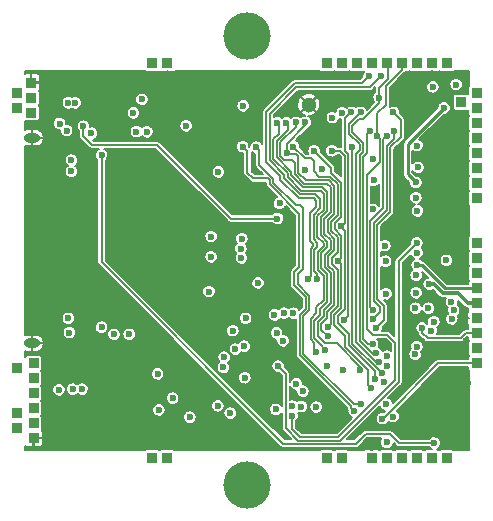
<source format=gbr>
G04 (created by PCBNEW (2013-jul-07)-stable) date su 14. joulukuuta 2014 12.55.15*
%MOIN*%
G04 Gerber Fmt 3.4, Leading zero omitted, Abs format*
%FSLAX34Y34*%
G01*
G70*
G90*
G04 APERTURE LIST*
%ADD10C,0.000787402*%
%ADD11R,0.0354X0.0354*%
%ADD12C,0.0511811*%
%ADD13O,0.0551181X0.0314961*%
%ADD14C,0.15748*%
%ADD15C,0.023622*%
%ADD16C,0.00984252*%
%ADD17C,0.011811*%
%ADD18C,0.00590551*%
G04 APERTURE END LIST*
G54D10*
G54D11*
X73500Y-41250D03*
X73500Y-41750D03*
X73425Y-30893D03*
X73425Y-30393D03*
X73425Y-29893D03*
X73500Y-40250D03*
X73500Y-40750D03*
X73500Y-39750D03*
X73500Y-39250D03*
X87755Y-30551D03*
G54D12*
X82677Y-30629D03*
G54D13*
X73443Y-31731D03*
X73443Y-38581D03*
G54D11*
X88268Y-36252D03*
X88268Y-35752D03*
X88268Y-35252D03*
X87268Y-42402D03*
X86768Y-42402D03*
X87268Y-29252D03*
X88268Y-31752D03*
X88268Y-31252D03*
X83768Y-42402D03*
X83268Y-42402D03*
X88268Y-33752D03*
X85768Y-29252D03*
X88268Y-32752D03*
X88268Y-32252D03*
X88268Y-33252D03*
X85768Y-42402D03*
X85268Y-42402D03*
X84768Y-29252D03*
X83768Y-29252D03*
X84268Y-29252D03*
X88268Y-30752D03*
X88268Y-30252D03*
X85268Y-29252D03*
X86268Y-42402D03*
X86768Y-29252D03*
X84768Y-42402D03*
X72953Y-30252D03*
X72953Y-30752D03*
X88268Y-37752D03*
X72953Y-40901D03*
X72953Y-41401D03*
X86268Y-29252D03*
X83268Y-29252D03*
X88268Y-36752D03*
X88268Y-37252D03*
G54D14*
X80610Y-28346D03*
X80610Y-43307D03*
G54D11*
X77452Y-42401D03*
X77952Y-42401D03*
X88267Y-38251D03*
X88267Y-39251D03*
X88267Y-38751D03*
X77452Y-29251D03*
X72952Y-39401D03*
X77952Y-29251D03*
G54D15*
X74803Y-40118D03*
X75118Y-40118D03*
X77283Y-31535D03*
X76929Y-31527D03*
X77637Y-39606D03*
X76830Y-30905D03*
X86314Y-32720D03*
X86299Y-34173D03*
X86291Y-35972D03*
X86291Y-35570D03*
X83464Y-31062D03*
X80444Y-35094D03*
X86232Y-37417D03*
X86255Y-36901D03*
X74370Y-31259D03*
X86244Y-33224D03*
X87188Y-30736D03*
X86692Y-36614D03*
X75767Y-32311D03*
X86862Y-41909D03*
X82429Y-40692D03*
X77114Y-30456D03*
X77677Y-40807D03*
X78590Y-31334D03*
X82480Y-40185D03*
X86665Y-37413D03*
X81822Y-38500D03*
X86248Y-33732D03*
X80523Y-38685D03*
X86283Y-31996D03*
X80141Y-38161D03*
X85297Y-39330D03*
X81702Y-33921D03*
X74661Y-37751D03*
X79854Y-39047D03*
X80543Y-39732D03*
X83803Y-39460D03*
X85255Y-36933D03*
X85259Y-40622D03*
X85286Y-39017D03*
X84834Y-33145D03*
X81602Y-38240D03*
X74763Y-32480D03*
X83307Y-38031D03*
X82165Y-32027D03*
X82559Y-31220D03*
X83307Y-38346D03*
X81948Y-32244D03*
X74763Y-32854D03*
X85236Y-35846D03*
X86259Y-36318D03*
X80492Y-30669D03*
X82925Y-40712D03*
X81653Y-39350D03*
X86279Y-35236D03*
X80570Y-37751D03*
X82165Y-37578D03*
X83283Y-39330D03*
X85185Y-39870D03*
X81850Y-37578D03*
X85488Y-41027D03*
X82259Y-39940D03*
X80228Y-38779D03*
X83759Y-34685D03*
X80433Y-35740D03*
X84881Y-39783D03*
X83444Y-32165D03*
X82854Y-32165D03*
X83661Y-35846D03*
X84763Y-40078D03*
X87433Y-37196D03*
X84814Y-34122D03*
X80413Y-35433D03*
X79665Y-32874D03*
X84822Y-32440D03*
X79645Y-40669D03*
X86811Y-30039D03*
X83118Y-32790D03*
X80472Y-32027D03*
X84192Y-40846D03*
X84429Y-40610D03*
X80925Y-32047D03*
X74696Y-38228D03*
X81633Y-31240D03*
X82933Y-38877D03*
X81929Y-31240D03*
X83228Y-38799D03*
X84960Y-31673D03*
X82125Y-41003D03*
X82952Y-36437D03*
X85078Y-29665D03*
X84685Y-29685D03*
X82637Y-36437D03*
X81531Y-37641D03*
X84094Y-30885D03*
X83858Y-37814D03*
X84389Y-39488D03*
X82244Y-31220D03*
X85019Y-30393D03*
X84921Y-38917D03*
X84409Y-30885D03*
X85030Y-39202D03*
X84803Y-38622D03*
X84704Y-31515D03*
X82122Y-40685D03*
X79830Y-39389D03*
X76181Y-38287D03*
X76692Y-38287D03*
X75767Y-38051D03*
X74350Y-40137D03*
X79350Y-36862D03*
X84822Y-37775D03*
X85531Y-31496D03*
X79421Y-35027D03*
X85492Y-30885D03*
X84921Y-38070D03*
X79421Y-35700D03*
X84822Y-37460D03*
X85275Y-31673D03*
X85118Y-39566D03*
X84133Y-32047D03*
X87590Y-29960D03*
X83787Y-30897D03*
X87992Y-39921D03*
X87933Y-38503D03*
X75291Y-30413D03*
X84409Y-30362D03*
X74933Y-39354D03*
X79165Y-34393D03*
X87905Y-33035D03*
X86488Y-34480D03*
X87244Y-33267D03*
X80484Y-31322D03*
X81574Y-35669D03*
X81889Y-38110D03*
X79606Y-38818D03*
X76751Y-40188D03*
X76771Y-39881D03*
X77637Y-38622D03*
X79405Y-36358D03*
X78118Y-31523D03*
X86287Y-40968D03*
X81374Y-41078D03*
X80106Y-32027D03*
X84814Y-33484D03*
X81141Y-37244D03*
X74818Y-41062D03*
X85204Y-38566D03*
X85287Y-36566D03*
X85291Y-34598D03*
X80846Y-32795D03*
X84763Y-41141D03*
X85393Y-41299D03*
X86224Y-38956D03*
X86279Y-38692D03*
X74889Y-30566D03*
X74665Y-30566D03*
X80059Y-40917D03*
X78708Y-41047D03*
X75161Y-31350D03*
X86452Y-38074D03*
X81633Y-34425D03*
X87263Y-35818D03*
X87503Y-37484D03*
X87440Y-37775D03*
X86842Y-37866D03*
X85133Y-41094D03*
X75433Y-31582D03*
X74606Y-31492D03*
X82559Y-32795D03*
X78137Y-40413D03*
X86759Y-38161D03*
X85208Y-35330D03*
X80984Y-36574D03*
X81574Y-40787D03*
X85275Y-41889D03*
G54D16*
X88268Y-36752D02*
X87219Y-36752D01*
X86439Y-35972D02*
X86291Y-35972D01*
X87219Y-36752D02*
X86439Y-35972D01*
X86244Y-33224D02*
X85976Y-32956D01*
X85976Y-31948D02*
X85976Y-32956D01*
X87188Y-30736D02*
X85976Y-31948D01*
G54D17*
X86692Y-36614D02*
X86844Y-36614D01*
X87980Y-37252D02*
X88268Y-37252D01*
X87647Y-36919D02*
X87980Y-37252D01*
X87149Y-36919D02*
X87647Y-36919D01*
X86844Y-36614D02*
X87149Y-36919D01*
G54D18*
X86862Y-41909D02*
X85688Y-41909D01*
X75767Y-35885D02*
X75767Y-32311D01*
X81811Y-41929D02*
X75767Y-35885D01*
X84251Y-41929D02*
X81811Y-41929D01*
X84570Y-41610D02*
X84251Y-41929D01*
X85389Y-41610D02*
X84570Y-41610D01*
X85688Y-41909D02*
X85389Y-41610D01*
X83405Y-37933D02*
X83307Y-38031D01*
X83405Y-37579D02*
X83405Y-37933D01*
X83641Y-37343D02*
X83405Y-37579D01*
X83641Y-36141D02*
X83641Y-37343D01*
X83444Y-35944D02*
X83641Y-36141D01*
X83444Y-35728D02*
X83444Y-35944D01*
X83641Y-35531D02*
X83444Y-35728D01*
X83641Y-35048D02*
X83641Y-35531D01*
X83425Y-34832D02*
X83641Y-35048D01*
X83425Y-34537D02*
X83425Y-34832D01*
X83641Y-34321D02*
X83425Y-34537D01*
X83641Y-33277D02*
X83641Y-34321D01*
X83395Y-33031D02*
X83641Y-33277D01*
X83031Y-33031D02*
X83395Y-33031D01*
X82854Y-32854D02*
X83031Y-33031D01*
X82854Y-32500D02*
X82854Y-32854D01*
X82755Y-32401D02*
X82854Y-32500D01*
X82539Y-32401D02*
X82755Y-32401D01*
X82165Y-32027D02*
X82539Y-32401D01*
X81948Y-32244D02*
X81948Y-31929D01*
X82559Y-31318D02*
X82559Y-31220D01*
X81948Y-31929D02*
X82559Y-31318D01*
X83090Y-38129D02*
X83307Y-38346D01*
X83090Y-37933D02*
X83090Y-38129D01*
X83287Y-37736D02*
X83090Y-37933D01*
X83287Y-37530D02*
X83287Y-37736D01*
X83523Y-37294D02*
X83287Y-37530D01*
X83523Y-36190D02*
X83523Y-37294D01*
X83326Y-35993D02*
X83523Y-36190D01*
X83326Y-35679D02*
X83326Y-35993D01*
X83523Y-35482D02*
X83326Y-35679D01*
X83523Y-35097D02*
X83523Y-35482D01*
X83307Y-34881D02*
X83523Y-35097D01*
X83307Y-34488D02*
X83307Y-34881D01*
X83523Y-34272D02*
X83307Y-34488D01*
X83523Y-33326D02*
X83523Y-34272D01*
X83347Y-33149D02*
X83523Y-33326D01*
X82578Y-33149D02*
X83347Y-33149D01*
X82322Y-32893D02*
X82578Y-33149D01*
X82322Y-32352D02*
X82322Y-32893D01*
X82234Y-32263D02*
X82322Y-32352D01*
X81968Y-32263D02*
X82234Y-32263D01*
X81948Y-32244D02*
X81968Y-32263D01*
X81909Y-39606D02*
X81653Y-39350D01*
X81909Y-41407D02*
X81909Y-39606D01*
X82332Y-41830D02*
X81909Y-41407D01*
X83710Y-41830D02*
X82332Y-41830D01*
X85669Y-39871D02*
X83710Y-41830D01*
X85669Y-35846D02*
X85669Y-39871D01*
X86279Y-35236D02*
X85669Y-35846D01*
X83759Y-34696D02*
X83759Y-34685D01*
X83759Y-34696D02*
X83759Y-34724D01*
X84881Y-39517D02*
X84881Y-39783D01*
X84015Y-38651D02*
X84881Y-39517D01*
X84015Y-38287D02*
X84015Y-38651D01*
X83641Y-37913D02*
X84015Y-38287D01*
X83641Y-37677D02*
X83641Y-37913D01*
X83877Y-37440D02*
X83641Y-37677D01*
X83877Y-34842D02*
X83877Y-37440D01*
X83759Y-34724D02*
X83877Y-34842D01*
X83877Y-34566D02*
X83759Y-34685D01*
X83877Y-32332D02*
X83877Y-34566D01*
X83730Y-32185D02*
X83877Y-32332D01*
X83464Y-32185D02*
X83730Y-32185D01*
X83444Y-32165D02*
X83464Y-32185D01*
X83661Y-35846D02*
X83661Y-35846D01*
X83425Y-32736D02*
X82854Y-32165D01*
X83425Y-32893D02*
X83425Y-32736D01*
X83759Y-33228D02*
X83425Y-32893D01*
X83759Y-34370D02*
X83759Y-33228D01*
X83543Y-34586D02*
X83759Y-34370D01*
X83543Y-34783D02*
X83543Y-34586D01*
X83759Y-34999D02*
X83543Y-34783D01*
X83759Y-35748D02*
X83759Y-34999D01*
X83661Y-35846D02*
X83759Y-35748D01*
X83759Y-35944D02*
X83661Y-35846D01*
X83759Y-37392D02*
X83759Y-35944D01*
X83523Y-37628D02*
X83759Y-37392D01*
X83523Y-37962D02*
X83523Y-37628D01*
X83897Y-38336D02*
X83523Y-37962D01*
X83897Y-38700D02*
X83897Y-38336D01*
X84665Y-39467D02*
X83897Y-38700D01*
X84665Y-39980D02*
X84665Y-39467D01*
X84763Y-40078D02*
X84665Y-39980D01*
X80629Y-32185D02*
X80472Y-32027D01*
X80629Y-32893D02*
X80629Y-32185D01*
X80826Y-33090D02*
X80629Y-32893D01*
X81311Y-33090D02*
X80826Y-33090D01*
X81377Y-33157D02*
X81311Y-33090D01*
X81377Y-33285D02*
X81377Y-33157D01*
X82362Y-34269D02*
X81377Y-33285D01*
X82362Y-36043D02*
X82362Y-34269D01*
X82185Y-36221D02*
X82362Y-36043D01*
X82185Y-36652D02*
X82185Y-36221D01*
X82578Y-37046D02*
X82185Y-36652D01*
X82578Y-37442D02*
X82578Y-37046D01*
X82381Y-37639D02*
X82578Y-37442D01*
X82381Y-38975D02*
X82381Y-37639D01*
X84074Y-40668D02*
X82381Y-38975D01*
X84074Y-40728D02*
X84074Y-40668D01*
X84192Y-40846D02*
X84074Y-40728D01*
X84183Y-40610D02*
X84429Y-40610D01*
X82499Y-38926D02*
X84183Y-40610D01*
X82499Y-37688D02*
X82499Y-38926D01*
X82696Y-37491D02*
X82499Y-37688D01*
X82696Y-36997D02*
X82696Y-37491D01*
X82303Y-36604D02*
X82696Y-36997D01*
X82303Y-36269D02*
X82303Y-36604D01*
X82480Y-36092D02*
X82303Y-36269D01*
X82480Y-34084D02*
X82480Y-36092D01*
X82372Y-33976D02*
X82480Y-34084D01*
X82236Y-33976D02*
X82372Y-33976D01*
X81496Y-33236D02*
X82236Y-33976D01*
X81496Y-33108D02*
X81496Y-33236D01*
X81023Y-32636D02*
X81496Y-33108D01*
X81023Y-32145D02*
X81023Y-32636D01*
X80925Y-32047D02*
X81023Y-32145D01*
X82854Y-38562D02*
X82854Y-38799D01*
X81633Y-31240D02*
X81692Y-31299D01*
X81692Y-31299D02*
X81692Y-31595D01*
X81692Y-31595D02*
X81496Y-31791D01*
X81496Y-31791D02*
X81496Y-32440D01*
X81496Y-32440D02*
X81968Y-32912D01*
X81968Y-32912D02*
X81968Y-33040D01*
X81968Y-33040D02*
X82431Y-33503D01*
X82431Y-33503D02*
X83080Y-33503D01*
X83080Y-33503D02*
X83169Y-33592D01*
X83169Y-33592D02*
X83169Y-34125D01*
X83169Y-34125D02*
X82952Y-34342D01*
X82952Y-34342D02*
X82952Y-35028D01*
X82952Y-35028D02*
X83169Y-35244D01*
X83169Y-35244D02*
X83169Y-35335D01*
X83169Y-35335D02*
X82972Y-35532D01*
X82972Y-35532D02*
X82972Y-36140D01*
X82972Y-36140D02*
X83169Y-36337D01*
X83169Y-36337D02*
X83169Y-37147D01*
X83169Y-37147D02*
X82933Y-37383D01*
X82933Y-37383D02*
X82933Y-37589D01*
X82933Y-37589D02*
X82736Y-37786D01*
X82736Y-37786D02*
X82736Y-38444D01*
X82736Y-38444D02*
X82854Y-38562D01*
X82854Y-38799D02*
X82933Y-38877D01*
X81929Y-31240D02*
X81988Y-31299D01*
X81988Y-31299D02*
X81988Y-31466D01*
X81988Y-31466D02*
X81614Y-31840D01*
X81614Y-31840D02*
X81614Y-32391D01*
X81614Y-32391D02*
X82086Y-32863D01*
X82086Y-32863D02*
X82086Y-32991D01*
X82086Y-32991D02*
X82480Y-33385D01*
X82480Y-33385D02*
X83129Y-33385D01*
X83129Y-33385D02*
X83287Y-33543D01*
X83287Y-33543D02*
X83287Y-34174D01*
X83287Y-34174D02*
X83070Y-34390D01*
X83070Y-34390D02*
X83070Y-34979D01*
X83070Y-34979D02*
X83287Y-35195D01*
X83287Y-35195D02*
X83287Y-35384D01*
X83287Y-35384D02*
X83090Y-35581D01*
X83090Y-35581D02*
X83090Y-36091D01*
X83090Y-36091D02*
X83287Y-36288D01*
X83287Y-36288D02*
X83287Y-37196D01*
X83287Y-37196D02*
X83051Y-37432D01*
X83051Y-37432D02*
X83051Y-37638D01*
X83051Y-37638D02*
X82854Y-37835D01*
X82854Y-37835D02*
X82854Y-38395D01*
X82854Y-38395D02*
X83051Y-38592D01*
X83051Y-38622D02*
X83051Y-38592D01*
X83228Y-38799D02*
X83051Y-38622D01*
X85768Y-29252D02*
X85768Y-29485D01*
X84960Y-30919D02*
X84960Y-31673D01*
X85248Y-30632D02*
X84960Y-30919D01*
X85248Y-30005D02*
X85248Y-30632D01*
X85768Y-29485D02*
X85248Y-30005D01*
X84606Y-38090D02*
X84606Y-38110D01*
X84960Y-31673D02*
X85039Y-31751D01*
X85039Y-31751D02*
X85039Y-32539D01*
X85039Y-32539D02*
X84606Y-32972D01*
X84606Y-32972D02*
X84606Y-38090D01*
X85551Y-39035D02*
X85551Y-39822D01*
X85551Y-39822D02*
X83661Y-41712D01*
X83661Y-41712D02*
X82381Y-41712D01*
X82381Y-41712D02*
X82125Y-41456D01*
X82125Y-41456D02*
X82125Y-41003D01*
X85551Y-38562D02*
X85551Y-39035D01*
X85295Y-38307D02*
X85551Y-38562D01*
X84803Y-38307D02*
X85295Y-38307D01*
X84606Y-38110D02*
X84803Y-38307D01*
X82952Y-36287D02*
X82952Y-36437D01*
X82854Y-36189D02*
X82952Y-36287D01*
X82854Y-35483D02*
X82854Y-36189D01*
X82952Y-35385D02*
X82854Y-35483D01*
X82952Y-35236D02*
X82952Y-35385D01*
X82834Y-35118D02*
X82952Y-35236D01*
X82834Y-34293D02*
X82834Y-35118D01*
X83051Y-34076D02*
X82834Y-34293D01*
X83051Y-33779D02*
X83051Y-34076D01*
X82893Y-33622D02*
X83051Y-33779D01*
X82383Y-33622D02*
X82893Y-33622D01*
X81850Y-33089D02*
X82383Y-33622D01*
X81850Y-32961D02*
X81850Y-33089D01*
X81377Y-32489D02*
X81850Y-32961D01*
X81377Y-30925D02*
X81377Y-32489D01*
X82263Y-30039D02*
X81377Y-30925D01*
X84704Y-30039D02*
X82263Y-30039D01*
X85078Y-29665D02*
X84704Y-30039D01*
X84448Y-29921D02*
X84685Y-29685D01*
X82214Y-29921D02*
X84448Y-29921D01*
X81259Y-30876D02*
X82214Y-29921D01*
X81259Y-32538D02*
X81259Y-30876D01*
X81732Y-33010D02*
X81259Y-32538D01*
X81732Y-33138D02*
X81732Y-33010D01*
X82334Y-33740D02*
X81732Y-33138D01*
X82844Y-33740D02*
X82334Y-33740D01*
X82933Y-33828D02*
X82844Y-33740D01*
X82933Y-34027D02*
X82933Y-33828D01*
X82716Y-34244D02*
X82933Y-34027D01*
X82716Y-35167D02*
X82716Y-34244D01*
X82814Y-35265D02*
X82716Y-35167D01*
X82814Y-35356D02*
X82814Y-35265D01*
X82736Y-35434D02*
X82814Y-35356D01*
X82736Y-36338D02*
X82736Y-35434D01*
X82637Y-36437D02*
X82736Y-36338D01*
X84094Y-30885D02*
X83897Y-31082D01*
X83897Y-31082D02*
X83897Y-32185D01*
X83897Y-32185D02*
X83996Y-32283D01*
X83996Y-37677D02*
X83858Y-37814D01*
X83996Y-32283D02*
X83996Y-37677D01*
X84389Y-39359D02*
X84389Y-39488D01*
X83613Y-38582D02*
X84389Y-39359D01*
X83208Y-38582D02*
X83613Y-38582D01*
X82972Y-38346D02*
X83208Y-38582D01*
X82972Y-37884D02*
X82972Y-38346D01*
X83169Y-37687D02*
X82972Y-37884D01*
X83169Y-37481D02*
X83169Y-37687D01*
X83405Y-37245D02*
X83169Y-37481D01*
X83405Y-36239D02*
X83405Y-37245D01*
X83208Y-36042D02*
X83405Y-36239D01*
X83208Y-35630D02*
X83208Y-36042D01*
X83405Y-35433D02*
X83208Y-35630D01*
X83405Y-35146D02*
X83405Y-35433D01*
X83188Y-34930D02*
X83405Y-35146D01*
X83188Y-34439D02*
X83188Y-34930D01*
X83405Y-34223D02*
X83188Y-34439D01*
X83405Y-33375D02*
X83405Y-34223D01*
X83298Y-33267D02*
X83405Y-33375D01*
X82529Y-33267D02*
X83298Y-33267D01*
X82204Y-32942D02*
X82529Y-33267D01*
X82204Y-32559D02*
X82204Y-32942D01*
X82106Y-32460D02*
X82204Y-32559D01*
X81850Y-32460D02*
X82106Y-32460D01*
X81732Y-32342D02*
X81850Y-32460D01*
X81732Y-31889D02*
X81732Y-32342D01*
X82244Y-31377D02*
X81732Y-31889D01*
X82244Y-31220D02*
X82244Y-31377D01*
X85019Y-30393D02*
X85019Y-30066D01*
X85305Y-29289D02*
X85268Y-29252D01*
X85305Y-29781D02*
X85305Y-29289D01*
X85019Y-30066D02*
X85305Y-29781D01*
X85019Y-30590D02*
X85019Y-30393D01*
X84488Y-31122D02*
X85019Y-30590D01*
X84340Y-31122D02*
X84488Y-31122D01*
X84133Y-31328D02*
X84340Y-31122D01*
X84133Y-31545D02*
X84133Y-31328D01*
X84488Y-31899D02*
X84133Y-31545D01*
X84488Y-32194D02*
X84488Y-31899D01*
X84370Y-32312D02*
X84488Y-32194D01*
X84370Y-38504D02*
X84370Y-32312D01*
X84802Y-38937D02*
X84370Y-38504D01*
X84901Y-38937D02*
X84802Y-38937D01*
X84921Y-38917D02*
X84901Y-38937D01*
X84251Y-38553D02*
X84251Y-32263D01*
X84409Y-30885D02*
X84015Y-31279D01*
X84015Y-31279D02*
X84015Y-31594D01*
X84015Y-31594D02*
X84370Y-31948D01*
X84370Y-31948D02*
X84370Y-32145D01*
X84911Y-39212D02*
X85030Y-39202D01*
X84251Y-38553D02*
X84911Y-39212D01*
X84251Y-32263D02*
X84370Y-32145D01*
X84654Y-38622D02*
X84803Y-38622D01*
X84488Y-38455D02*
X84654Y-38622D01*
X84488Y-32361D02*
X84488Y-38455D01*
X84606Y-32243D02*
X84488Y-32361D01*
X84606Y-31614D02*
X84606Y-32243D01*
X84704Y-31515D02*
X84606Y-31614D01*
X85059Y-37539D02*
X84822Y-37775D01*
X85059Y-37381D02*
X85059Y-37539D01*
X84842Y-37165D02*
X85059Y-37381D01*
X84842Y-34582D02*
X84842Y-37165D01*
X85275Y-34149D02*
X84842Y-34582D01*
X85275Y-32007D02*
X85275Y-34149D01*
X85511Y-31771D02*
X85275Y-32007D01*
X85511Y-31515D02*
X85511Y-31771D01*
X85531Y-31496D02*
X85511Y-31515D01*
X85748Y-31141D02*
X85492Y-30885D01*
X85748Y-31702D02*
X85748Y-31141D01*
X85393Y-32056D02*
X85748Y-31702D01*
X85393Y-34200D02*
X85393Y-32056D01*
X84960Y-34633D02*
X85393Y-34200D01*
X84960Y-37116D02*
X84960Y-34633D01*
X85177Y-37332D02*
X84960Y-37116D01*
X85177Y-37814D02*
X85177Y-37332D01*
X84921Y-38070D02*
X85177Y-37814D01*
X84724Y-37362D02*
X84822Y-37460D01*
X84724Y-34519D02*
X84724Y-37362D01*
X85157Y-34086D02*
X84724Y-34519D01*
X85157Y-31791D02*
X85157Y-34086D01*
X85275Y-31673D02*
X85157Y-31791D01*
X84133Y-32047D02*
X84133Y-38602D01*
X85118Y-39566D02*
X84960Y-39409D01*
X84960Y-39409D02*
X84940Y-39409D01*
X84940Y-39409D02*
X84133Y-38602D01*
X86452Y-38074D02*
X86452Y-38228D01*
X87905Y-38251D02*
X88267Y-38251D01*
X87744Y-38413D02*
X87905Y-38251D01*
X86637Y-38413D02*
X87744Y-38413D01*
X86452Y-38228D02*
X86637Y-38413D01*
X81633Y-34425D02*
X80070Y-34425D01*
X75161Y-31681D02*
X75161Y-31350D01*
X75444Y-31964D02*
X75161Y-31681D01*
X77610Y-31964D02*
X75444Y-31964D01*
X80070Y-34425D02*
X77610Y-31964D01*
X85133Y-41094D02*
X85145Y-41094D01*
X86988Y-39251D02*
X88267Y-39251D01*
X85145Y-41094D02*
X86988Y-39251D01*
G54D10*
G36*
X81145Y-32952D02*
X80883Y-32952D01*
X80767Y-32836D01*
X80767Y-32210D01*
X80777Y-32220D01*
X80814Y-32245D01*
X80854Y-32263D01*
X80885Y-32270D01*
X80885Y-32636D01*
X80887Y-32648D01*
X80888Y-32661D01*
X80888Y-32662D01*
X80888Y-32662D01*
X80892Y-32675D01*
X80895Y-32687D01*
X80896Y-32687D01*
X80896Y-32688D01*
X80902Y-32699D01*
X80908Y-32711D01*
X80908Y-32711D01*
X80908Y-32712D01*
X80916Y-32722D01*
X80924Y-32732D01*
X80925Y-32733D01*
X80925Y-32733D01*
X80925Y-32733D01*
X80926Y-32733D01*
X81145Y-32952D01*
X81145Y-32952D01*
G37*
G54D18*
X81145Y-32952D02*
X80883Y-32952D01*
X80767Y-32836D01*
X80767Y-32210D01*
X80777Y-32220D01*
X80814Y-32245D01*
X80854Y-32263D01*
X80885Y-32270D01*
X80885Y-32636D01*
X80887Y-32648D01*
X80888Y-32661D01*
X80888Y-32662D01*
X80888Y-32662D01*
X80892Y-32675D01*
X80895Y-32687D01*
X80896Y-32687D01*
X80896Y-32688D01*
X80902Y-32699D01*
X80908Y-32711D01*
X80908Y-32711D01*
X80908Y-32712D01*
X80916Y-32722D01*
X80924Y-32732D01*
X80925Y-32733D01*
X80925Y-32733D01*
X80925Y-32733D01*
X80926Y-32733D01*
X81145Y-32952D01*
G54D10*
G36*
X84882Y-30056D02*
X84881Y-30064D01*
X84881Y-30065D01*
X84881Y-30065D01*
X84881Y-30065D01*
X84881Y-30066D01*
X84881Y-30213D01*
X84877Y-30216D01*
X84845Y-30247D01*
X84820Y-30284D01*
X84802Y-30324D01*
X84793Y-30368D01*
X84793Y-30412D01*
X84801Y-30456D01*
X84817Y-30497D01*
X84841Y-30534D01*
X84860Y-30554D01*
X84617Y-30797D01*
X84610Y-30779D01*
X84585Y-30742D01*
X84554Y-30710D01*
X84517Y-30685D01*
X84476Y-30668D01*
X84433Y-30659D01*
X84388Y-30659D01*
X84345Y-30667D01*
X84304Y-30684D01*
X84266Y-30708D01*
X84251Y-30723D01*
X84239Y-30710D01*
X84202Y-30685D01*
X84161Y-30668D01*
X84118Y-30659D01*
X84073Y-30659D01*
X84030Y-30667D01*
X83989Y-30684D01*
X83951Y-30708D01*
X83935Y-30725D01*
X83932Y-30722D01*
X83895Y-30697D01*
X83854Y-30680D01*
X83811Y-30671D01*
X83766Y-30671D01*
X83723Y-30679D01*
X83682Y-30696D01*
X83644Y-30720D01*
X83613Y-30751D01*
X83588Y-30788D01*
X83570Y-30828D01*
X83564Y-30859D01*
X83531Y-30845D01*
X83488Y-30836D01*
X83443Y-30836D01*
X83400Y-30844D01*
X83359Y-30861D01*
X83322Y-30885D01*
X83290Y-30916D01*
X83265Y-30953D01*
X83247Y-30994D01*
X83238Y-31037D01*
X83237Y-31082D01*
X83245Y-31125D01*
X83262Y-31166D01*
X83286Y-31204D01*
X83317Y-31236D01*
X83353Y-31261D01*
X83394Y-31279D01*
X83437Y-31288D01*
X83482Y-31289D01*
X83525Y-31282D01*
X83567Y-31266D01*
X83604Y-31242D01*
X83636Y-31211D01*
X83662Y-31175D01*
X83680Y-31134D01*
X83688Y-31101D01*
X83717Y-31113D01*
X83759Y-31123D01*
X83759Y-32050D01*
X83759Y-32050D01*
X83758Y-32050D01*
X83757Y-32049D01*
X83745Y-32048D01*
X83732Y-32047D01*
X83731Y-32047D01*
X83731Y-32047D01*
X83731Y-32047D01*
X83730Y-32047D01*
X83638Y-32047D01*
X83621Y-32021D01*
X83589Y-31990D01*
X83553Y-31965D01*
X83512Y-31948D01*
X83468Y-31939D01*
X83424Y-31938D01*
X83380Y-31947D01*
X83339Y-31963D01*
X83302Y-31988D01*
X83270Y-32019D01*
X83245Y-32055D01*
X83228Y-32096D01*
X83218Y-32139D01*
X83218Y-32184D01*
X83226Y-32228D01*
X83242Y-32269D01*
X83266Y-32306D01*
X83297Y-32338D01*
X83333Y-32363D01*
X83374Y-32381D01*
X83417Y-32391D01*
X83462Y-32392D01*
X83506Y-32384D01*
X83547Y-32368D01*
X83584Y-32344D01*
X83607Y-32322D01*
X83673Y-32322D01*
X83740Y-32389D01*
X83740Y-33013D01*
X83562Y-32836D01*
X83562Y-32736D01*
X83561Y-32723D01*
X83560Y-32710D01*
X83560Y-32710D01*
X83560Y-32709D01*
X83556Y-32697D01*
X83553Y-32685D01*
X83552Y-32684D01*
X83552Y-32683D01*
X83546Y-32672D01*
X83540Y-32661D01*
X83540Y-32660D01*
X83539Y-32659D01*
X83531Y-32650D01*
X83523Y-32640D01*
X83522Y-32639D01*
X83522Y-32639D01*
X83522Y-32639D01*
X83522Y-32638D01*
X83079Y-32195D01*
X83080Y-32193D01*
X83080Y-32143D01*
X83072Y-32099D01*
X83062Y-32076D01*
X83062Y-30640D01*
X83057Y-30565D01*
X83037Y-30492D01*
X83003Y-30425D01*
X82992Y-30408D01*
X82931Y-30384D01*
X82923Y-30392D01*
X82923Y-30375D01*
X82899Y-30314D01*
X82833Y-30277D01*
X82762Y-30253D01*
X82687Y-30244D01*
X82612Y-30249D01*
X82539Y-30269D01*
X82472Y-30303D01*
X82455Y-30314D01*
X82431Y-30375D01*
X82677Y-30621D01*
X82923Y-30375D01*
X82923Y-30392D01*
X82685Y-30629D01*
X82931Y-30875D01*
X82992Y-30851D01*
X83029Y-30786D01*
X83053Y-30714D01*
X83062Y-30640D01*
X83062Y-32076D01*
X83055Y-32058D01*
X83030Y-32021D01*
X82999Y-31990D01*
X82962Y-31965D01*
X82921Y-31948D01*
X82878Y-31939D01*
X82833Y-31938D01*
X82790Y-31947D01*
X82748Y-31963D01*
X82711Y-31988D01*
X82680Y-32019D01*
X82654Y-32055D01*
X82637Y-32096D01*
X82628Y-32139D01*
X82627Y-32184D01*
X82635Y-32228D01*
X82649Y-32263D01*
X82596Y-32263D01*
X82390Y-32057D01*
X82391Y-32056D01*
X82391Y-32005D01*
X82383Y-31961D01*
X82366Y-31920D01*
X82341Y-31883D01*
X82310Y-31852D01*
X82273Y-31827D01*
X82253Y-31819D01*
X82641Y-31431D01*
X82661Y-31423D01*
X82699Y-31399D01*
X82731Y-31369D01*
X82756Y-31332D01*
X82774Y-31292D01*
X82784Y-31248D01*
X82785Y-31198D01*
X82776Y-31154D01*
X82759Y-31113D01*
X82735Y-31076D01*
X82704Y-31045D01*
X82667Y-31020D01*
X82650Y-31013D01*
X82666Y-31015D01*
X82742Y-31010D01*
X82814Y-30990D01*
X82882Y-30956D01*
X82899Y-30945D01*
X82923Y-30884D01*
X82677Y-30638D01*
X82668Y-30646D01*
X82668Y-30629D01*
X82422Y-30384D01*
X82361Y-30408D01*
X82324Y-30473D01*
X82300Y-30544D01*
X82291Y-30619D01*
X82296Y-30694D01*
X82316Y-30767D01*
X82350Y-30834D01*
X82361Y-30851D01*
X82422Y-30875D01*
X82668Y-30629D01*
X82668Y-30646D01*
X82431Y-30884D01*
X82455Y-30945D01*
X82520Y-30982D01*
X82555Y-30994D01*
X82538Y-30993D01*
X82494Y-31002D01*
X82453Y-31018D01*
X82416Y-31043D01*
X82401Y-31057D01*
X82389Y-31045D01*
X82352Y-31020D01*
X82311Y-31003D01*
X82267Y-30994D01*
X82223Y-30993D01*
X82179Y-31002D01*
X82138Y-31018D01*
X82101Y-31043D01*
X82076Y-31067D01*
X82074Y-31064D01*
X82037Y-31040D01*
X81996Y-31022D01*
X81952Y-31013D01*
X81908Y-31013D01*
X81864Y-31021D01*
X81823Y-31038D01*
X81786Y-31062D01*
X81781Y-31067D01*
X81778Y-31064D01*
X81742Y-31040D01*
X81701Y-31022D01*
X81657Y-31013D01*
X81613Y-31013D01*
X81569Y-31021D01*
X81528Y-31038D01*
X81515Y-31046D01*
X81515Y-30982D01*
X82320Y-30177D01*
X84704Y-30177D01*
X84717Y-30175D01*
X84730Y-30174D01*
X84730Y-30174D01*
X84731Y-30174D01*
X84743Y-30170D01*
X84755Y-30167D01*
X84756Y-30166D01*
X84757Y-30166D01*
X84768Y-30160D01*
X84779Y-30154D01*
X84780Y-30154D01*
X84780Y-30154D01*
X84790Y-30146D01*
X84800Y-30138D01*
X84801Y-30137D01*
X84801Y-30137D01*
X84801Y-30137D01*
X84802Y-30136D01*
X84882Y-30056D01*
X84882Y-30056D01*
G37*
G54D18*
X84882Y-30056D02*
X84881Y-30064D01*
X84881Y-30065D01*
X84881Y-30065D01*
X84881Y-30065D01*
X84881Y-30066D01*
X84881Y-30213D01*
X84877Y-30216D01*
X84845Y-30247D01*
X84820Y-30284D01*
X84802Y-30324D01*
X84793Y-30368D01*
X84793Y-30412D01*
X84801Y-30456D01*
X84817Y-30497D01*
X84841Y-30534D01*
X84860Y-30554D01*
X84617Y-30797D01*
X84610Y-30779D01*
X84585Y-30742D01*
X84554Y-30710D01*
X84517Y-30685D01*
X84476Y-30668D01*
X84433Y-30659D01*
X84388Y-30659D01*
X84345Y-30667D01*
X84304Y-30684D01*
X84266Y-30708D01*
X84251Y-30723D01*
X84239Y-30710D01*
X84202Y-30685D01*
X84161Y-30668D01*
X84118Y-30659D01*
X84073Y-30659D01*
X84030Y-30667D01*
X83989Y-30684D01*
X83951Y-30708D01*
X83935Y-30725D01*
X83932Y-30722D01*
X83895Y-30697D01*
X83854Y-30680D01*
X83811Y-30671D01*
X83766Y-30671D01*
X83723Y-30679D01*
X83682Y-30696D01*
X83644Y-30720D01*
X83613Y-30751D01*
X83588Y-30788D01*
X83570Y-30828D01*
X83564Y-30859D01*
X83531Y-30845D01*
X83488Y-30836D01*
X83443Y-30836D01*
X83400Y-30844D01*
X83359Y-30861D01*
X83322Y-30885D01*
X83290Y-30916D01*
X83265Y-30953D01*
X83247Y-30994D01*
X83238Y-31037D01*
X83237Y-31082D01*
X83245Y-31125D01*
X83262Y-31166D01*
X83286Y-31204D01*
X83317Y-31236D01*
X83353Y-31261D01*
X83394Y-31279D01*
X83437Y-31288D01*
X83482Y-31289D01*
X83525Y-31282D01*
X83567Y-31266D01*
X83604Y-31242D01*
X83636Y-31211D01*
X83662Y-31175D01*
X83680Y-31134D01*
X83688Y-31101D01*
X83717Y-31113D01*
X83759Y-31123D01*
X83759Y-32050D01*
X83759Y-32050D01*
X83758Y-32050D01*
X83757Y-32049D01*
X83745Y-32048D01*
X83732Y-32047D01*
X83731Y-32047D01*
X83731Y-32047D01*
X83731Y-32047D01*
X83730Y-32047D01*
X83638Y-32047D01*
X83621Y-32021D01*
X83589Y-31990D01*
X83553Y-31965D01*
X83512Y-31948D01*
X83468Y-31939D01*
X83424Y-31938D01*
X83380Y-31947D01*
X83339Y-31963D01*
X83302Y-31988D01*
X83270Y-32019D01*
X83245Y-32055D01*
X83228Y-32096D01*
X83218Y-32139D01*
X83218Y-32184D01*
X83226Y-32228D01*
X83242Y-32269D01*
X83266Y-32306D01*
X83297Y-32338D01*
X83333Y-32363D01*
X83374Y-32381D01*
X83417Y-32391D01*
X83462Y-32392D01*
X83506Y-32384D01*
X83547Y-32368D01*
X83584Y-32344D01*
X83607Y-32322D01*
X83673Y-32322D01*
X83740Y-32389D01*
X83740Y-33013D01*
X83562Y-32836D01*
X83562Y-32736D01*
X83561Y-32723D01*
X83560Y-32710D01*
X83560Y-32710D01*
X83560Y-32709D01*
X83556Y-32697D01*
X83553Y-32685D01*
X83552Y-32684D01*
X83552Y-32683D01*
X83546Y-32672D01*
X83540Y-32661D01*
X83540Y-32660D01*
X83539Y-32659D01*
X83531Y-32650D01*
X83523Y-32640D01*
X83522Y-32639D01*
X83522Y-32639D01*
X83522Y-32639D01*
X83522Y-32638D01*
X83079Y-32195D01*
X83080Y-32193D01*
X83080Y-32143D01*
X83072Y-32099D01*
X83062Y-32076D01*
X83062Y-30640D01*
X83057Y-30565D01*
X83037Y-30492D01*
X83003Y-30425D01*
X82992Y-30408D01*
X82931Y-30384D01*
X82923Y-30392D01*
X82923Y-30375D01*
X82899Y-30314D01*
X82833Y-30277D01*
X82762Y-30253D01*
X82687Y-30244D01*
X82612Y-30249D01*
X82539Y-30269D01*
X82472Y-30303D01*
X82455Y-30314D01*
X82431Y-30375D01*
X82677Y-30621D01*
X82923Y-30375D01*
X82923Y-30392D01*
X82685Y-30629D01*
X82931Y-30875D01*
X82992Y-30851D01*
X83029Y-30786D01*
X83053Y-30714D01*
X83062Y-30640D01*
X83062Y-32076D01*
X83055Y-32058D01*
X83030Y-32021D01*
X82999Y-31990D01*
X82962Y-31965D01*
X82921Y-31948D01*
X82878Y-31939D01*
X82833Y-31938D01*
X82790Y-31947D01*
X82748Y-31963D01*
X82711Y-31988D01*
X82680Y-32019D01*
X82654Y-32055D01*
X82637Y-32096D01*
X82628Y-32139D01*
X82627Y-32184D01*
X82635Y-32228D01*
X82649Y-32263D01*
X82596Y-32263D01*
X82390Y-32057D01*
X82391Y-32056D01*
X82391Y-32005D01*
X82383Y-31961D01*
X82366Y-31920D01*
X82341Y-31883D01*
X82310Y-31852D01*
X82273Y-31827D01*
X82253Y-31819D01*
X82641Y-31431D01*
X82661Y-31423D01*
X82699Y-31399D01*
X82731Y-31369D01*
X82756Y-31332D01*
X82774Y-31292D01*
X82784Y-31248D01*
X82785Y-31198D01*
X82776Y-31154D01*
X82759Y-31113D01*
X82735Y-31076D01*
X82704Y-31045D01*
X82667Y-31020D01*
X82650Y-31013D01*
X82666Y-31015D01*
X82742Y-31010D01*
X82814Y-30990D01*
X82882Y-30956D01*
X82899Y-30945D01*
X82923Y-30884D01*
X82677Y-30638D01*
X82668Y-30646D01*
X82668Y-30629D01*
X82422Y-30384D01*
X82361Y-30408D01*
X82324Y-30473D01*
X82300Y-30544D01*
X82291Y-30619D01*
X82296Y-30694D01*
X82316Y-30767D01*
X82350Y-30834D01*
X82361Y-30851D01*
X82422Y-30875D01*
X82668Y-30629D01*
X82668Y-30646D01*
X82431Y-30884D01*
X82455Y-30945D01*
X82520Y-30982D01*
X82555Y-30994D01*
X82538Y-30993D01*
X82494Y-31002D01*
X82453Y-31018D01*
X82416Y-31043D01*
X82401Y-31057D01*
X82389Y-31045D01*
X82352Y-31020D01*
X82311Y-31003D01*
X82267Y-30994D01*
X82223Y-30993D01*
X82179Y-31002D01*
X82138Y-31018D01*
X82101Y-31043D01*
X82076Y-31067D01*
X82074Y-31064D01*
X82037Y-31040D01*
X81996Y-31022D01*
X81952Y-31013D01*
X81908Y-31013D01*
X81864Y-31021D01*
X81823Y-31038D01*
X81786Y-31062D01*
X81781Y-31067D01*
X81778Y-31064D01*
X81742Y-31040D01*
X81701Y-31022D01*
X81657Y-31013D01*
X81613Y-31013D01*
X81569Y-31021D01*
X81528Y-31038D01*
X81515Y-31046D01*
X81515Y-30982D01*
X82320Y-30177D01*
X84704Y-30177D01*
X84717Y-30175D01*
X84730Y-30174D01*
X84730Y-30174D01*
X84731Y-30174D01*
X84743Y-30170D01*
X84755Y-30167D01*
X84756Y-30166D01*
X84757Y-30166D01*
X84768Y-30160D01*
X84779Y-30154D01*
X84780Y-30154D01*
X84780Y-30154D01*
X84790Y-30146D01*
X84800Y-30138D01*
X84801Y-30137D01*
X84801Y-30137D01*
X84801Y-30137D01*
X84802Y-30136D01*
X84882Y-30056D01*
G54D10*
G36*
X85019Y-34024D02*
X85015Y-34015D01*
X84991Y-33978D01*
X84959Y-33946D01*
X84923Y-33921D01*
X84882Y-33904D01*
X84838Y-33895D01*
X84794Y-33895D01*
X84750Y-33903D01*
X84744Y-33906D01*
X84744Y-33353D01*
X84764Y-33362D01*
X84807Y-33371D01*
X84852Y-33372D01*
X84895Y-33364D01*
X84937Y-33348D01*
X84974Y-33324D01*
X85006Y-33294D01*
X85019Y-33276D01*
X85019Y-34024D01*
X85019Y-34024D01*
G37*
G54D18*
X85019Y-34024D02*
X85015Y-34015D01*
X84991Y-33978D01*
X84959Y-33946D01*
X84923Y-33921D01*
X84882Y-33904D01*
X84838Y-33895D01*
X84794Y-33895D01*
X84750Y-33903D01*
X84744Y-33906D01*
X84744Y-33353D01*
X84764Y-33362D01*
X84807Y-33371D01*
X84852Y-33372D01*
X84895Y-33364D01*
X84937Y-33348D01*
X84974Y-33324D01*
X85006Y-33294D01*
X85019Y-33276D01*
X85019Y-34024D01*
G54D10*
G36*
X85413Y-38829D02*
X85394Y-38816D01*
X85353Y-38799D01*
X85309Y-38790D01*
X85265Y-38790D01*
X85221Y-38798D01*
X85180Y-38815D01*
X85143Y-38839D01*
X85136Y-38846D01*
X85122Y-38810D01*
X85097Y-38773D01*
X85066Y-38742D01*
X85029Y-38717D01*
X85011Y-38709D01*
X85018Y-38693D01*
X85028Y-38650D01*
X85029Y-38599D01*
X85020Y-38556D01*
X85003Y-38515D01*
X84979Y-38478D01*
X84948Y-38446D01*
X84945Y-38444D01*
X85238Y-38444D01*
X85413Y-38620D01*
X85413Y-38829D01*
X85413Y-38829D01*
G37*
G54D18*
X85413Y-38829D02*
X85394Y-38816D01*
X85353Y-38799D01*
X85309Y-38790D01*
X85265Y-38790D01*
X85221Y-38798D01*
X85180Y-38815D01*
X85143Y-38839D01*
X85136Y-38846D01*
X85122Y-38810D01*
X85097Y-38773D01*
X85066Y-38742D01*
X85029Y-38717D01*
X85011Y-38709D01*
X85018Y-38693D01*
X85028Y-38650D01*
X85029Y-38599D01*
X85020Y-38556D01*
X85003Y-38515D01*
X84979Y-38478D01*
X84948Y-38446D01*
X84945Y-38444D01*
X85238Y-38444D01*
X85413Y-38620D01*
X85413Y-38829D01*
G54D10*
G36*
X86771Y-42116D02*
X86580Y-42116D01*
X86559Y-42120D01*
X86539Y-42128D01*
X86529Y-42135D01*
X86506Y-42135D01*
X86496Y-42129D01*
X86477Y-42121D01*
X86456Y-42116D01*
X86435Y-42116D01*
X86080Y-42116D01*
X86059Y-42120D01*
X86039Y-42128D01*
X86029Y-42135D01*
X86006Y-42135D01*
X85996Y-42129D01*
X85977Y-42121D01*
X85956Y-42116D01*
X85935Y-42116D01*
X85580Y-42116D01*
X85559Y-42120D01*
X85539Y-42128D01*
X85529Y-42135D01*
X85506Y-42135D01*
X85496Y-42129D01*
X85477Y-42121D01*
X85456Y-42116D01*
X85435Y-42116D01*
X85080Y-42116D01*
X85059Y-42120D01*
X85039Y-42128D01*
X85033Y-42132D01*
X85026Y-42125D01*
X85005Y-42111D01*
X84982Y-42101D01*
X84957Y-42097D01*
X84805Y-42097D01*
X84773Y-42129D01*
X84773Y-42135D01*
X84762Y-42135D01*
X84762Y-42129D01*
X84730Y-42097D01*
X84578Y-42097D01*
X84553Y-42101D01*
X84530Y-42111D01*
X84509Y-42125D01*
X84499Y-42135D01*
X84006Y-42135D01*
X83996Y-42129D01*
X83977Y-42121D01*
X83956Y-42116D01*
X83935Y-42116D01*
X83580Y-42116D01*
X83559Y-42120D01*
X83539Y-42128D01*
X83529Y-42135D01*
X83506Y-42135D01*
X83496Y-42129D01*
X83477Y-42121D01*
X83456Y-42116D01*
X83435Y-42116D01*
X83080Y-42116D01*
X83059Y-42120D01*
X83039Y-42128D01*
X83029Y-42135D01*
X80285Y-42135D01*
X80285Y-40895D01*
X80276Y-40851D01*
X80259Y-40810D01*
X80235Y-40773D01*
X80204Y-40742D01*
X80167Y-40717D01*
X80126Y-40700D01*
X80082Y-40691D01*
X80038Y-40690D01*
X79994Y-40699D01*
X79953Y-40715D01*
X79916Y-40740D01*
X79884Y-40771D01*
X79872Y-40789D01*
X79872Y-40647D01*
X79863Y-40603D01*
X79846Y-40562D01*
X79821Y-40525D01*
X79790Y-40494D01*
X79753Y-40469D01*
X79712Y-40451D01*
X79669Y-40443D01*
X79625Y-40442D01*
X79581Y-40451D01*
X79540Y-40467D01*
X79503Y-40492D01*
X79471Y-40523D01*
X79446Y-40559D01*
X79428Y-40600D01*
X79419Y-40643D01*
X79418Y-40688D01*
X79427Y-40731D01*
X79443Y-40773D01*
X79467Y-40810D01*
X79498Y-40842D01*
X79534Y-40867D01*
X79575Y-40885D01*
X79618Y-40895D01*
X79663Y-40896D01*
X79706Y-40888D01*
X79748Y-40872D01*
X79785Y-40848D01*
X79817Y-40817D01*
X79843Y-40781D01*
X79861Y-40741D01*
X79871Y-40697D01*
X79872Y-40647D01*
X79872Y-40789D01*
X79859Y-40807D01*
X79842Y-40848D01*
X79832Y-40891D01*
X79832Y-40936D01*
X79840Y-40980D01*
X79856Y-41021D01*
X79880Y-41058D01*
X79911Y-41090D01*
X79948Y-41115D01*
X79988Y-41133D01*
X80032Y-41143D01*
X80076Y-41144D01*
X80120Y-41136D01*
X80161Y-41120D01*
X80199Y-41096D01*
X80231Y-41065D01*
X80256Y-41029D01*
X80274Y-40989D01*
X80284Y-40945D01*
X80285Y-40895D01*
X80285Y-42135D01*
X78935Y-42135D01*
X78935Y-41025D01*
X78926Y-40981D01*
X78909Y-40940D01*
X78884Y-40903D01*
X78853Y-40871D01*
X78816Y-40847D01*
X78775Y-40829D01*
X78732Y-40821D01*
X78688Y-40820D01*
X78644Y-40829D01*
X78603Y-40845D01*
X78566Y-40869D01*
X78534Y-40901D01*
X78509Y-40937D01*
X78491Y-40978D01*
X78482Y-41021D01*
X78481Y-41066D01*
X78490Y-41109D01*
X78506Y-41151D01*
X78530Y-41188D01*
X78561Y-41220D01*
X78597Y-41245D01*
X78638Y-41263D01*
X78681Y-41273D01*
X78726Y-41274D01*
X78769Y-41266D01*
X78811Y-41250D01*
X78848Y-41226D01*
X78880Y-41195D01*
X78906Y-41159D01*
X78924Y-41119D01*
X78934Y-41075D01*
X78935Y-41025D01*
X78935Y-42135D01*
X78364Y-42135D01*
X78364Y-40391D01*
X78355Y-40347D01*
X78338Y-40306D01*
X78314Y-40269D01*
X78282Y-40238D01*
X78245Y-40213D01*
X78205Y-40196D01*
X78161Y-40187D01*
X78117Y-40186D01*
X78073Y-40195D01*
X78032Y-40211D01*
X77995Y-40236D01*
X77963Y-40267D01*
X77938Y-40303D01*
X77920Y-40344D01*
X77911Y-40388D01*
X77911Y-40432D01*
X77919Y-40476D01*
X77935Y-40517D01*
X77959Y-40554D01*
X77990Y-40586D01*
X78026Y-40611D01*
X78067Y-40629D01*
X78110Y-40639D01*
X78155Y-40640D01*
X78198Y-40632D01*
X78240Y-40616D01*
X78277Y-40592D01*
X78309Y-40562D01*
X78335Y-40525D01*
X78353Y-40485D01*
X78363Y-40441D01*
X78364Y-40391D01*
X78364Y-42135D01*
X78191Y-42135D01*
X78181Y-42128D01*
X78161Y-42120D01*
X78141Y-42116D01*
X78119Y-42116D01*
X77903Y-42116D01*
X77903Y-40784D01*
X77894Y-40741D01*
X77878Y-40700D01*
X77864Y-40679D01*
X77864Y-39584D01*
X77855Y-39540D01*
X77838Y-39499D01*
X77814Y-39462D01*
X77782Y-39431D01*
X77745Y-39406D01*
X77705Y-39388D01*
X77661Y-39380D01*
X77617Y-39379D01*
X77573Y-39388D01*
X77532Y-39404D01*
X77495Y-39429D01*
X77463Y-39460D01*
X77438Y-39496D01*
X77420Y-39537D01*
X77411Y-39580D01*
X77411Y-39625D01*
X77419Y-39668D01*
X77435Y-39710D01*
X77459Y-39747D01*
X77490Y-39779D01*
X77526Y-39804D01*
X77567Y-39822D01*
X77610Y-39832D01*
X77655Y-39833D01*
X77698Y-39825D01*
X77740Y-39809D01*
X77777Y-39785D01*
X77809Y-39754D01*
X77835Y-39718D01*
X77853Y-39678D01*
X77863Y-39634D01*
X77864Y-39584D01*
X77864Y-40679D01*
X77853Y-40663D01*
X77822Y-40631D01*
X77785Y-40606D01*
X77744Y-40589D01*
X77700Y-40580D01*
X77656Y-40580D01*
X77612Y-40588D01*
X77571Y-40605D01*
X77534Y-40629D01*
X77502Y-40660D01*
X77477Y-40697D01*
X77460Y-40738D01*
X77451Y-40781D01*
X77450Y-40826D01*
X77458Y-40869D01*
X77474Y-40911D01*
X77498Y-40948D01*
X77529Y-40980D01*
X77566Y-41005D01*
X77606Y-41023D01*
X77650Y-41032D01*
X77694Y-41033D01*
X77738Y-41026D01*
X77779Y-41010D01*
X77817Y-40986D01*
X77849Y-40955D01*
X77874Y-40919D01*
X77893Y-40878D01*
X77902Y-40835D01*
X77903Y-40784D01*
X77903Y-42116D01*
X77765Y-42116D01*
X77744Y-42120D01*
X77724Y-42128D01*
X77713Y-42135D01*
X77691Y-42135D01*
X77681Y-42128D01*
X77661Y-42120D01*
X77641Y-42116D01*
X77619Y-42116D01*
X77265Y-42116D01*
X77244Y-42120D01*
X77224Y-42128D01*
X77213Y-42135D01*
X76919Y-42135D01*
X76919Y-38265D01*
X76910Y-38221D01*
X76893Y-38180D01*
X76869Y-38143D01*
X76837Y-38112D01*
X76801Y-38087D01*
X76760Y-38070D01*
X76716Y-38061D01*
X76672Y-38060D01*
X76628Y-38069D01*
X76587Y-38085D01*
X76550Y-38110D01*
X76518Y-38141D01*
X76493Y-38177D01*
X76476Y-38218D01*
X76466Y-38262D01*
X76466Y-38306D01*
X76474Y-38350D01*
X76490Y-38391D01*
X76514Y-38428D01*
X76545Y-38460D01*
X76581Y-38485D01*
X76622Y-38503D01*
X76665Y-38513D01*
X76710Y-38514D01*
X76754Y-38506D01*
X76795Y-38490D01*
X76832Y-38466D01*
X76865Y-38436D01*
X76890Y-38399D01*
X76908Y-38359D01*
X76918Y-38315D01*
X76919Y-38265D01*
X76919Y-42135D01*
X76407Y-42135D01*
X76407Y-38265D01*
X76398Y-38221D01*
X76381Y-38180D01*
X76357Y-38143D01*
X76326Y-38112D01*
X76289Y-38087D01*
X76248Y-38070D01*
X76204Y-38061D01*
X76160Y-38060D01*
X76116Y-38069D01*
X76075Y-38085D01*
X76038Y-38110D01*
X76006Y-38141D01*
X75994Y-38159D01*
X75994Y-38028D01*
X75985Y-37985D01*
X75968Y-37944D01*
X75943Y-37907D01*
X75912Y-37875D01*
X75875Y-37851D01*
X75834Y-37833D01*
X75791Y-37824D01*
X75747Y-37824D01*
X75703Y-37832D01*
X75662Y-37849D01*
X75625Y-37873D01*
X75593Y-37904D01*
X75568Y-37941D01*
X75550Y-37982D01*
X75541Y-38025D01*
X75541Y-38070D01*
X75549Y-38113D01*
X75565Y-38155D01*
X75589Y-38192D01*
X75620Y-38224D01*
X75656Y-38249D01*
X75697Y-38267D01*
X75740Y-38277D01*
X75785Y-38277D01*
X75828Y-38270D01*
X75870Y-38254D01*
X75907Y-38230D01*
X75939Y-38199D01*
X75965Y-38163D01*
X75983Y-38122D01*
X75993Y-38079D01*
X75994Y-38028D01*
X75994Y-38159D01*
X75981Y-38177D01*
X75964Y-38218D01*
X75955Y-38262D01*
X75954Y-38306D01*
X75962Y-38350D01*
X75978Y-38391D01*
X76002Y-38428D01*
X76033Y-38460D01*
X76070Y-38485D01*
X76110Y-38503D01*
X76154Y-38513D01*
X76198Y-38514D01*
X76242Y-38506D01*
X76283Y-38490D01*
X76321Y-38466D01*
X76353Y-38436D01*
X76378Y-38399D01*
X76396Y-38359D01*
X76406Y-38315D01*
X76407Y-38265D01*
X76407Y-42135D01*
X75344Y-42135D01*
X75344Y-40095D01*
X75335Y-40052D01*
X75318Y-40011D01*
X75294Y-39974D01*
X75263Y-39942D01*
X75226Y-39918D01*
X75185Y-39900D01*
X75141Y-39891D01*
X75097Y-39891D01*
X75053Y-39899D01*
X75012Y-39916D01*
X74990Y-39931D01*
X74990Y-32832D01*
X74981Y-32788D01*
X74964Y-32747D01*
X74940Y-32710D01*
X74908Y-32679D01*
X74891Y-32667D01*
X74903Y-32659D01*
X74935Y-32628D01*
X74961Y-32592D01*
X74979Y-32552D01*
X74989Y-32508D01*
X74990Y-32458D01*
X74981Y-32414D01*
X74964Y-32373D01*
X74940Y-32336D01*
X74908Y-32305D01*
X74871Y-32280D01*
X74832Y-32263D01*
X74832Y-31469D01*
X74824Y-31426D01*
X74807Y-31385D01*
X74782Y-31348D01*
X74751Y-31316D01*
X74714Y-31292D01*
X74673Y-31274D01*
X74630Y-31265D01*
X74596Y-31265D01*
X74596Y-31237D01*
X74587Y-31194D01*
X74570Y-31153D01*
X74546Y-31116D01*
X74515Y-31084D01*
X74478Y-31059D01*
X74437Y-31042D01*
X74393Y-31033D01*
X74349Y-31033D01*
X74305Y-31041D01*
X74264Y-31058D01*
X74227Y-31082D01*
X74195Y-31113D01*
X74170Y-31150D01*
X74153Y-31191D01*
X74144Y-31234D01*
X74143Y-31278D01*
X74151Y-31322D01*
X74167Y-31363D01*
X74191Y-31401D01*
X74222Y-31433D01*
X74259Y-31458D01*
X74299Y-31476D01*
X74343Y-31485D01*
X74379Y-31486D01*
X74379Y-31511D01*
X74387Y-31554D01*
X74403Y-31596D01*
X74428Y-31633D01*
X74458Y-31665D01*
X74495Y-31690D01*
X74536Y-31708D01*
X74579Y-31717D01*
X74623Y-31718D01*
X74667Y-31711D01*
X74708Y-31695D01*
X74746Y-31671D01*
X74778Y-31640D01*
X74804Y-31604D01*
X74822Y-31563D01*
X74831Y-31520D01*
X74832Y-31469D01*
X74832Y-32263D01*
X74831Y-32263D01*
X74787Y-32254D01*
X74743Y-32253D01*
X74699Y-32262D01*
X74658Y-32278D01*
X74621Y-32303D01*
X74589Y-32334D01*
X74564Y-32370D01*
X74546Y-32411D01*
X74537Y-32454D01*
X74537Y-32499D01*
X74545Y-32543D01*
X74561Y-32584D01*
X74585Y-32621D01*
X74616Y-32653D01*
X74636Y-32667D01*
X74621Y-32677D01*
X74589Y-32708D01*
X74564Y-32744D01*
X74546Y-32785D01*
X74537Y-32828D01*
X74537Y-32873D01*
X74545Y-32917D01*
X74561Y-32958D01*
X74585Y-32995D01*
X74616Y-33027D01*
X74652Y-33052D01*
X74693Y-33070D01*
X74736Y-33080D01*
X74781Y-33081D01*
X74824Y-33073D01*
X74866Y-33057D01*
X74903Y-33033D01*
X74935Y-33002D01*
X74961Y-32966D01*
X74979Y-32926D01*
X74989Y-32882D01*
X74990Y-32832D01*
X74990Y-39931D01*
X74975Y-39940D01*
X74960Y-39955D01*
X74948Y-39942D01*
X74923Y-39926D01*
X74923Y-38206D01*
X74914Y-38162D01*
X74897Y-38121D01*
X74887Y-38106D01*
X74887Y-37729D01*
X74879Y-37686D01*
X74862Y-37645D01*
X74837Y-37608D01*
X74806Y-37576D01*
X74769Y-37551D01*
X74728Y-37534D01*
X74685Y-37525D01*
X74640Y-37525D01*
X74597Y-37533D01*
X74556Y-37550D01*
X74518Y-37574D01*
X74487Y-37605D01*
X74462Y-37642D01*
X74444Y-37683D01*
X74435Y-37726D01*
X74434Y-37771D01*
X74442Y-37814D01*
X74459Y-37855D01*
X74483Y-37893D01*
X74513Y-37925D01*
X74550Y-37950D01*
X74591Y-37968D01*
X74634Y-37977D01*
X74678Y-37978D01*
X74722Y-37971D01*
X74763Y-37955D01*
X74801Y-37931D01*
X74833Y-37900D01*
X74859Y-37864D01*
X74877Y-37823D01*
X74887Y-37780D01*
X74887Y-37729D01*
X74887Y-38106D01*
X74873Y-38084D01*
X74841Y-38053D01*
X74805Y-38028D01*
X74764Y-38011D01*
X74720Y-38002D01*
X74676Y-38001D01*
X74632Y-38010D01*
X74591Y-38026D01*
X74554Y-38051D01*
X74522Y-38082D01*
X74497Y-38118D01*
X74480Y-38159D01*
X74470Y-38202D01*
X74470Y-38247D01*
X74478Y-38291D01*
X74494Y-38332D01*
X74518Y-38369D01*
X74549Y-38401D01*
X74585Y-38426D01*
X74626Y-38444D01*
X74669Y-38454D01*
X74714Y-38455D01*
X74758Y-38447D01*
X74799Y-38431D01*
X74836Y-38407D01*
X74869Y-38376D01*
X74894Y-38340D01*
X74912Y-38300D01*
X74922Y-38256D01*
X74923Y-38206D01*
X74923Y-39926D01*
X74911Y-39918D01*
X74870Y-39900D01*
X74826Y-39891D01*
X74782Y-39891D01*
X74738Y-39899D01*
X74697Y-39916D01*
X74660Y-39940D01*
X74628Y-39971D01*
X74603Y-40008D01*
X74586Y-40049D01*
X74577Y-40092D01*
X74576Y-40115D01*
X74568Y-40072D01*
X74551Y-40031D01*
X74526Y-39994D01*
X74495Y-39962D01*
X74458Y-39937D01*
X74417Y-39920D01*
X74374Y-39911D01*
X74329Y-39911D01*
X74286Y-39919D01*
X74245Y-39936D01*
X74207Y-39960D01*
X74176Y-39991D01*
X74151Y-40028D01*
X74133Y-40069D01*
X74124Y-40112D01*
X74123Y-40156D01*
X74131Y-40200D01*
X74148Y-40241D01*
X74172Y-40279D01*
X74202Y-40311D01*
X74239Y-40336D01*
X74280Y-40354D01*
X74323Y-40363D01*
X74367Y-40364D01*
X74411Y-40356D01*
X74452Y-40340D01*
X74490Y-40317D01*
X74522Y-40286D01*
X74548Y-40250D01*
X74566Y-40209D01*
X74576Y-40166D01*
X74576Y-40137D01*
X74584Y-40180D01*
X74600Y-40222D01*
X74624Y-40259D01*
X74655Y-40291D01*
X74692Y-40316D01*
X74732Y-40334D01*
X74776Y-40343D01*
X74820Y-40344D01*
X74864Y-40337D01*
X74905Y-40321D01*
X74943Y-40297D01*
X74960Y-40280D01*
X74970Y-40291D01*
X75007Y-40316D01*
X75047Y-40334D01*
X75091Y-40343D01*
X75135Y-40344D01*
X75179Y-40337D01*
X75220Y-40321D01*
X75258Y-40297D01*
X75290Y-40266D01*
X75315Y-40230D01*
X75333Y-40189D01*
X75343Y-40146D01*
X75344Y-40095D01*
X75344Y-42135D01*
X73842Y-42135D01*
X73842Y-38632D01*
X73842Y-38531D01*
X73842Y-31782D01*
X73842Y-31681D01*
X73842Y-31680D01*
X73827Y-31626D01*
X73801Y-31577D01*
X73767Y-31533D01*
X73724Y-31497D01*
X73676Y-31470D01*
X73623Y-31452D01*
X73567Y-31446D01*
X73449Y-31446D01*
X73449Y-31725D01*
X73815Y-31725D01*
X73842Y-31681D01*
X73842Y-31782D01*
X73815Y-31737D01*
X73449Y-31737D01*
X73449Y-32017D01*
X73567Y-32017D01*
X73623Y-32010D01*
X73676Y-31993D01*
X73724Y-31966D01*
X73767Y-31930D01*
X73801Y-31886D01*
X73827Y-31836D01*
X73842Y-31783D01*
X73842Y-31782D01*
X73842Y-38531D01*
X73842Y-38530D01*
X73827Y-38476D01*
X73801Y-38427D01*
X73767Y-38383D01*
X73724Y-38347D01*
X73676Y-38320D01*
X73623Y-38302D01*
X73567Y-38296D01*
X73449Y-38296D01*
X73449Y-38575D01*
X73815Y-38575D01*
X73842Y-38531D01*
X73842Y-38632D01*
X73815Y-38587D01*
X73449Y-38587D01*
X73449Y-38867D01*
X73567Y-38867D01*
X73623Y-38860D01*
X73676Y-38843D01*
X73724Y-38816D01*
X73767Y-38780D01*
X73801Y-38736D01*
X73827Y-38686D01*
X73842Y-38633D01*
X73842Y-38632D01*
X73842Y-42135D01*
X73804Y-42135D01*
X73804Y-41939D01*
X73804Y-41787D01*
X73772Y-41755D01*
X73505Y-41755D01*
X73505Y-42022D01*
X73537Y-42054D01*
X73665Y-42055D01*
X73690Y-42054D01*
X73715Y-42049D01*
X73738Y-42040D01*
X73758Y-42026D01*
X73776Y-42008D01*
X73790Y-41987D01*
X73800Y-41964D01*
X73804Y-41939D01*
X73804Y-42135D01*
X73218Y-42135D01*
X73218Y-42000D01*
X73223Y-42008D01*
X73241Y-42026D01*
X73261Y-42040D01*
X73284Y-42049D01*
X73309Y-42054D01*
X73334Y-42055D01*
X73462Y-42054D01*
X73494Y-42022D01*
X73494Y-41755D01*
X73486Y-41755D01*
X73486Y-41744D01*
X73494Y-41744D01*
X73494Y-41736D01*
X73505Y-41736D01*
X73505Y-41744D01*
X73772Y-41744D01*
X73804Y-41712D01*
X73804Y-41560D01*
X73800Y-41535D01*
X73790Y-41512D01*
X73776Y-41491D01*
X73769Y-41484D01*
X73772Y-41478D01*
X73780Y-41459D01*
X73785Y-41438D01*
X73785Y-41417D01*
X73785Y-41062D01*
X73781Y-41041D01*
X73773Y-41021D01*
X73761Y-41004D01*
X73757Y-41000D01*
X73760Y-40996D01*
X73772Y-40978D01*
X73780Y-40959D01*
X73785Y-40938D01*
X73785Y-40917D01*
X73785Y-40562D01*
X73781Y-40541D01*
X73773Y-40521D01*
X73761Y-40504D01*
X73757Y-40500D01*
X73760Y-40496D01*
X73772Y-40478D01*
X73780Y-40459D01*
X73785Y-40438D01*
X73785Y-40417D01*
X73785Y-40062D01*
X73781Y-40041D01*
X73773Y-40021D01*
X73761Y-40004D01*
X73757Y-40000D01*
X73760Y-39996D01*
X73772Y-39978D01*
X73780Y-39959D01*
X73785Y-39938D01*
X73785Y-39917D01*
X73785Y-39562D01*
X73781Y-39541D01*
X73773Y-39521D01*
X73761Y-39504D01*
X73757Y-39500D01*
X73760Y-39496D01*
X73772Y-39478D01*
X73780Y-39459D01*
X73785Y-39438D01*
X73785Y-39417D01*
X73785Y-39062D01*
X73781Y-39041D01*
X73773Y-39021D01*
X73761Y-39004D01*
X73746Y-38989D01*
X73728Y-38977D01*
X73709Y-38969D01*
X73688Y-38964D01*
X73667Y-38964D01*
X73312Y-38964D01*
X73291Y-38968D01*
X73271Y-38976D01*
X73254Y-38988D01*
X73239Y-39003D01*
X73227Y-39021D01*
X73219Y-39040D01*
X73218Y-39043D01*
X73218Y-38845D01*
X73264Y-38860D01*
X73319Y-38867D01*
X73437Y-38867D01*
X73437Y-38587D01*
X73430Y-38587D01*
X73430Y-38575D01*
X73437Y-38575D01*
X73437Y-38296D01*
X73319Y-38296D01*
X73264Y-38302D01*
X73218Y-38317D01*
X73218Y-31995D01*
X73264Y-32010D01*
X73319Y-32017D01*
X73437Y-32017D01*
X73437Y-31737D01*
X73430Y-31737D01*
X73430Y-31725D01*
X73437Y-31725D01*
X73437Y-31446D01*
X73319Y-31446D01*
X73264Y-31452D01*
X73218Y-31467D01*
X73218Y-31175D01*
X73236Y-31178D01*
X73258Y-31179D01*
X73612Y-31178D01*
X73633Y-31174D01*
X73653Y-31166D01*
X73670Y-31155D01*
X73686Y-31140D01*
X73697Y-31122D01*
X73706Y-31102D01*
X73710Y-31082D01*
X73710Y-31060D01*
X73710Y-30706D01*
X73706Y-30685D01*
X73698Y-30665D01*
X73686Y-30647D01*
X73682Y-30643D01*
X73686Y-30640D01*
X73697Y-30622D01*
X73706Y-30602D01*
X73710Y-30582D01*
X73710Y-30560D01*
X73710Y-30206D01*
X73706Y-30185D01*
X73698Y-30165D01*
X73694Y-30159D01*
X73701Y-30151D01*
X73715Y-30131D01*
X73725Y-30107D01*
X73730Y-30083D01*
X73730Y-29704D01*
X73725Y-29679D01*
X73715Y-29656D01*
X73701Y-29635D01*
X73684Y-29617D01*
X73663Y-29603D01*
X73640Y-29593D01*
X73615Y-29588D01*
X73590Y-29588D01*
X73463Y-29588D01*
X73431Y-29620D01*
X73431Y-29887D01*
X73698Y-29887D01*
X73730Y-29855D01*
X73730Y-29704D01*
X73730Y-30083D01*
X73730Y-29931D01*
X73698Y-29899D01*
X73431Y-29899D01*
X73431Y-29907D01*
X73419Y-29907D01*
X73419Y-29899D01*
X73411Y-29899D01*
X73411Y-29887D01*
X73419Y-29887D01*
X73419Y-29620D01*
X73387Y-29588D01*
X73259Y-29588D01*
X73234Y-29588D01*
X73218Y-29592D01*
X73218Y-29517D01*
X77213Y-29517D01*
X77224Y-29524D01*
X77243Y-29532D01*
X77264Y-29537D01*
X77285Y-29537D01*
X77640Y-29537D01*
X77661Y-29533D01*
X77680Y-29525D01*
X77686Y-29521D01*
X77694Y-29528D01*
X77715Y-29542D01*
X77738Y-29552D01*
X77763Y-29556D01*
X77914Y-29556D01*
X77946Y-29524D01*
X77946Y-29517D01*
X77958Y-29517D01*
X77958Y-29524D01*
X77990Y-29556D01*
X78142Y-29556D01*
X78166Y-29552D01*
X78190Y-29542D01*
X78211Y-29528D01*
X78221Y-29517D01*
X83028Y-29517D01*
X83039Y-29524D01*
X83058Y-29532D01*
X83079Y-29537D01*
X83100Y-29537D01*
X83455Y-29537D01*
X83476Y-29533D01*
X83496Y-29525D01*
X83507Y-29517D01*
X83528Y-29517D01*
X83539Y-29524D01*
X83558Y-29532D01*
X83579Y-29537D01*
X83600Y-29537D01*
X83955Y-29537D01*
X83976Y-29533D01*
X83996Y-29525D01*
X84007Y-29517D01*
X84028Y-29517D01*
X84039Y-29524D01*
X84058Y-29532D01*
X84079Y-29537D01*
X84100Y-29537D01*
X84455Y-29537D01*
X84476Y-29533D01*
X84496Y-29525D01*
X84507Y-29517D01*
X84528Y-29517D01*
X84530Y-29519D01*
X84510Y-29538D01*
X84485Y-29575D01*
X84468Y-29616D01*
X84458Y-29659D01*
X84458Y-29704D01*
X84460Y-29714D01*
X84391Y-29783D01*
X82214Y-29783D01*
X82202Y-29784D01*
X82189Y-29785D01*
X82188Y-29786D01*
X82188Y-29786D01*
X82175Y-29789D01*
X82163Y-29793D01*
X82163Y-29793D01*
X82162Y-29793D01*
X82151Y-29799D01*
X82139Y-29805D01*
X82139Y-29806D01*
X82138Y-29806D01*
X82128Y-29814D01*
X82118Y-29822D01*
X82117Y-29823D01*
X82117Y-29823D01*
X82117Y-29823D01*
X82117Y-29823D01*
X81162Y-30778D01*
X81154Y-30788D01*
X81146Y-30798D01*
X81145Y-30799D01*
X81145Y-30799D01*
X81139Y-30810D01*
X81133Y-30821D01*
X81132Y-30822D01*
X81132Y-30823D01*
X81128Y-30835D01*
X81125Y-30847D01*
X81124Y-30848D01*
X81124Y-30849D01*
X81123Y-30861D01*
X81122Y-30874D01*
X81122Y-30875D01*
X81122Y-30875D01*
X81122Y-30875D01*
X81122Y-30876D01*
X81122Y-31934D01*
X81101Y-31903D01*
X81070Y-31871D01*
X81033Y-31847D01*
X80992Y-31829D01*
X80948Y-31821D01*
X80904Y-31820D01*
X80860Y-31829D01*
X80819Y-31845D01*
X80782Y-31869D01*
X80750Y-31901D01*
X80725Y-31937D01*
X80718Y-31954D01*
X80718Y-30647D01*
X80709Y-30603D01*
X80692Y-30562D01*
X80668Y-30525D01*
X80637Y-30494D01*
X80600Y-30469D01*
X80559Y-30451D01*
X80515Y-30443D01*
X80471Y-30442D01*
X80427Y-30451D01*
X80386Y-30467D01*
X80349Y-30492D01*
X80317Y-30523D01*
X80292Y-30559D01*
X80275Y-30600D01*
X80266Y-30643D01*
X80265Y-30688D01*
X80273Y-30731D01*
X80289Y-30773D01*
X80313Y-30810D01*
X80344Y-30842D01*
X80381Y-30867D01*
X80421Y-30885D01*
X80465Y-30895D01*
X80509Y-30896D01*
X80553Y-30888D01*
X80594Y-30872D01*
X80632Y-30848D01*
X80664Y-30817D01*
X80689Y-30781D01*
X80707Y-30741D01*
X80717Y-30697D01*
X80718Y-30647D01*
X80718Y-31954D01*
X80708Y-31978D01*
X80699Y-32021D01*
X80698Y-32058D01*
X80697Y-32057D01*
X80698Y-32056D01*
X80698Y-32005D01*
X80690Y-31961D01*
X80673Y-31920D01*
X80648Y-31883D01*
X80617Y-31852D01*
X80580Y-31827D01*
X80539Y-31810D01*
X80496Y-31801D01*
X80451Y-31801D01*
X80408Y-31809D01*
X80367Y-31825D01*
X80329Y-31850D01*
X80298Y-31881D01*
X80273Y-31917D01*
X80255Y-31958D01*
X80246Y-32002D01*
X80245Y-32046D01*
X80253Y-32090D01*
X80270Y-32131D01*
X80294Y-32168D01*
X80325Y-32200D01*
X80361Y-32226D01*
X80402Y-32243D01*
X80445Y-32253D01*
X80489Y-32254D01*
X80492Y-32253D01*
X80492Y-32893D01*
X80493Y-32906D01*
X80494Y-32919D01*
X80494Y-32919D01*
X80494Y-32920D01*
X80498Y-32932D01*
X80501Y-32944D01*
X80502Y-32945D01*
X80502Y-32946D01*
X80508Y-32957D01*
X80514Y-32968D01*
X80514Y-32969D01*
X80515Y-32969D01*
X80523Y-32979D01*
X80531Y-32989D01*
X80532Y-32990D01*
X80532Y-32990D01*
X80532Y-32990D01*
X80532Y-32991D01*
X80729Y-33187D01*
X80739Y-33196D01*
X80748Y-33204D01*
X80749Y-33204D01*
X80750Y-33205D01*
X80761Y-33211D01*
X80772Y-33217D01*
X80773Y-33217D01*
X80773Y-33217D01*
X80785Y-33221D01*
X80798Y-33225D01*
X80798Y-33225D01*
X80799Y-33225D01*
X80812Y-33226D01*
X80824Y-33228D01*
X80826Y-33228D01*
X80826Y-33228D01*
X80826Y-33228D01*
X80826Y-33228D01*
X81240Y-33228D01*
X81240Y-33285D01*
X81241Y-33297D01*
X81242Y-33310D01*
X81242Y-33311D01*
X81242Y-33311D01*
X81246Y-33324D01*
X81250Y-33336D01*
X81250Y-33336D01*
X81250Y-33337D01*
X81256Y-33348D01*
X81262Y-33360D01*
X81262Y-33360D01*
X81263Y-33361D01*
X81271Y-33371D01*
X81279Y-33381D01*
X81280Y-33382D01*
X81280Y-33382D01*
X81280Y-33382D01*
X81280Y-33382D01*
X81611Y-33713D01*
X81596Y-33719D01*
X81559Y-33743D01*
X81527Y-33774D01*
X81502Y-33811D01*
X81485Y-33852D01*
X81475Y-33895D01*
X81475Y-33940D01*
X81483Y-33983D01*
X81499Y-34024D01*
X81523Y-34062D01*
X81554Y-34094D01*
X81591Y-34119D01*
X81631Y-34137D01*
X81675Y-34146D01*
X81719Y-34147D01*
X81763Y-34140D01*
X81804Y-34124D01*
X81842Y-34100D01*
X81874Y-34069D01*
X81899Y-34033D01*
X81909Y-34011D01*
X82224Y-34326D01*
X82224Y-35986D01*
X82087Y-36123D01*
X82079Y-36133D01*
X82071Y-36143D01*
X82070Y-36143D01*
X82070Y-36144D01*
X82064Y-36155D01*
X82058Y-36166D01*
X82058Y-36167D01*
X82057Y-36168D01*
X82054Y-36180D01*
X82050Y-36192D01*
X82050Y-36193D01*
X82049Y-36193D01*
X82048Y-36206D01*
X82047Y-36219D01*
X82047Y-36220D01*
X82047Y-36220D01*
X82047Y-36220D01*
X82047Y-36221D01*
X82047Y-36652D01*
X82048Y-36665D01*
X82049Y-36678D01*
X82049Y-36679D01*
X82049Y-36679D01*
X82053Y-36691D01*
X82057Y-36704D01*
X82057Y-36704D01*
X82057Y-36705D01*
X82063Y-36716D01*
X82069Y-36728D01*
X82069Y-36728D01*
X82070Y-36729D01*
X82078Y-36739D01*
X82086Y-36749D01*
X82087Y-36750D01*
X82087Y-36750D01*
X82087Y-36750D01*
X82087Y-36750D01*
X82440Y-37103D01*
X82440Y-37385D01*
X82361Y-37464D01*
X82341Y-37434D01*
X82310Y-37403D01*
X82273Y-37378D01*
X82232Y-37361D01*
X82189Y-37352D01*
X82144Y-37352D01*
X82101Y-37360D01*
X82059Y-37377D01*
X82022Y-37401D01*
X82007Y-37416D01*
X81995Y-37403D01*
X81958Y-37378D01*
X81917Y-37361D01*
X81874Y-37352D01*
X81829Y-37352D01*
X81786Y-37360D01*
X81745Y-37377D01*
X81707Y-37401D01*
X81676Y-37432D01*
X81660Y-37455D01*
X81639Y-37441D01*
X81598Y-37424D01*
X81555Y-37415D01*
X81510Y-37415D01*
X81467Y-37423D01*
X81426Y-37440D01*
X81388Y-37464D01*
X81357Y-37495D01*
X81332Y-37532D01*
X81314Y-37572D01*
X81305Y-37616D01*
X81304Y-37660D01*
X81312Y-37704D01*
X81329Y-37745D01*
X81353Y-37783D01*
X81384Y-37814D01*
X81420Y-37840D01*
X81461Y-37858D01*
X81504Y-37867D01*
X81548Y-37868D01*
X81592Y-37860D01*
X81634Y-37844D01*
X81671Y-37820D01*
X81703Y-37790D01*
X81721Y-37764D01*
X81739Y-37777D01*
X81780Y-37795D01*
X81823Y-37804D01*
X81867Y-37805D01*
X81911Y-37797D01*
X81952Y-37781D01*
X81990Y-37757D01*
X82007Y-37741D01*
X82017Y-37751D01*
X82054Y-37777D01*
X82095Y-37795D01*
X82138Y-37804D01*
X82182Y-37805D01*
X82226Y-37797D01*
X82244Y-37791D01*
X82244Y-38975D01*
X82245Y-38988D01*
X82246Y-39001D01*
X82246Y-39001D01*
X82246Y-39002D01*
X82250Y-39014D01*
X82253Y-39026D01*
X82254Y-39027D01*
X82254Y-39028D01*
X82260Y-39039D01*
X82266Y-39050D01*
X82266Y-39051D01*
X82267Y-39052D01*
X82275Y-39061D01*
X82283Y-39071D01*
X82284Y-39072D01*
X82284Y-39072D01*
X82284Y-39072D01*
X82284Y-39073D01*
X83937Y-40725D01*
X83937Y-40728D01*
X83938Y-40741D01*
X83939Y-40753D01*
X83939Y-40754D01*
X83939Y-40755D01*
X83943Y-40767D01*
X83946Y-40779D01*
X83947Y-40780D01*
X83947Y-40780D01*
X83953Y-40792D01*
X83959Y-40803D01*
X83959Y-40803D01*
X83960Y-40804D01*
X83968Y-40814D01*
X83968Y-40814D01*
X83966Y-40821D01*
X83966Y-40865D01*
X83974Y-40909D01*
X83990Y-40950D01*
X84014Y-40987D01*
X84045Y-41019D01*
X84081Y-41045D01*
X84118Y-41060D01*
X83604Y-41574D01*
X83151Y-41574D01*
X83151Y-40690D01*
X83142Y-40646D01*
X83126Y-40605D01*
X83101Y-40568D01*
X83070Y-40537D01*
X83033Y-40512D01*
X82992Y-40495D01*
X82948Y-40486D01*
X82904Y-40486D01*
X82860Y-40494D01*
X82819Y-40511D01*
X82782Y-40535D01*
X82750Y-40566D01*
X82725Y-40603D01*
X82708Y-40643D01*
X82699Y-40687D01*
X82698Y-40731D01*
X82706Y-40775D01*
X82722Y-40816D01*
X82746Y-40853D01*
X82777Y-40885D01*
X82814Y-40911D01*
X82854Y-40928D01*
X82898Y-40938D01*
X82942Y-40939D01*
X82986Y-40931D01*
X83027Y-40915D01*
X83065Y-40891D01*
X83097Y-40861D01*
X83122Y-40824D01*
X83141Y-40784D01*
X83150Y-40741D01*
X83151Y-40690D01*
X83151Y-41574D01*
X82438Y-41574D01*
X82263Y-41399D01*
X82263Y-41184D01*
X82266Y-41183D01*
X82298Y-41152D01*
X82323Y-41116D01*
X82341Y-41075D01*
X82351Y-41032D01*
X82352Y-40981D01*
X82343Y-40938D01*
X82326Y-40897D01*
X82325Y-40894D01*
X82358Y-40909D01*
X82402Y-40918D01*
X82446Y-40919D01*
X82490Y-40912D01*
X82531Y-40895D01*
X82569Y-40872D01*
X82601Y-40841D01*
X82626Y-40805D01*
X82644Y-40764D01*
X82654Y-40721D01*
X82655Y-40670D01*
X82646Y-40627D01*
X82629Y-40586D01*
X82605Y-40549D01*
X82574Y-40517D01*
X82537Y-40492D01*
X82496Y-40475D01*
X82452Y-40466D01*
X82408Y-40466D01*
X82364Y-40474D01*
X82323Y-40491D01*
X82286Y-40515D01*
X82279Y-40522D01*
X82267Y-40509D01*
X82230Y-40484D01*
X82189Y-40467D01*
X82145Y-40458D01*
X82101Y-40458D01*
X82057Y-40466D01*
X82047Y-40471D01*
X82047Y-40018D01*
X82057Y-40044D01*
X82081Y-40082D01*
X82112Y-40114D01*
X82148Y-40139D01*
X82189Y-40157D01*
X82232Y-40166D01*
X82254Y-40167D01*
X82253Y-40204D01*
X82261Y-40247D01*
X82277Y-40289D01*
X82302Y-40326D01*
X82332Y-40358D01*
X82369Y-40383D01*
X82410Y-40401D01*
X82453Y-40410D01*
X82497Y-40411D01*
X82541Y-40404D01*
X82582Y-40388D01*
X82620Y-40364D01*
X82652Y-40333D01*
X82678Y-40297D01*
X82696Y-40256D01*
X82705Y-40213D01*
X82706Y-40162D01*
X82698Y-40119D01*
X82681Y-40078D01*
X82656Y-40041D01*
X82625Y-40009D01*
X82588Y-39984D01*
X82547Y-39967D01*
X82504Y-39958D01*
X82485Y-39958D01*
X82486Y-39918D01*
X82477Y-39875D01*
X82460Y-39834D01*
X82436Y-39797D01*
X82404Y-39765D01*
X82368Y-39740D01*
X82327Y-39723D01*
X82283Y-39714D01*
X82239Y-39714D01*
X82195Y-39722D01*
X82154Y-39739D01*
X82117Y-39763D01*
X82085Y-39794D01*
X82060Y-39831D01*
X82049Y-39857D01*
X82049Y-38477D01*
X82040Y-38434D01*
X82023Y-38393D01*
X81999Y-38356D01*
X81967Y-38324D01*
X81931Y-38299D01*
X81890Y-38282D01*
X81846Y-38273D01*
X81826Y-38273D01*
X81828Y-38268D01*
X81828Y-38217D01*
X81820Y-38174D01*
X81803Y-38133D01*
X81778Y-38096D01*
X81747Y-38064D01*
X81710Y-38040D01*
X81669Y-38022D01*
X81626Y-38013D01*
X81581Y-38013D01*
X81538Y-38021D01*
X81496Y-38038D01*
X81459Y-38062D01*
X81428Y-38093D01*
X81403Y-38130D01*
X81385Y-38171D01*
X81376Y-38214D01*
X81375Y-38259D01*
X81383Y-38302D01*
X81400Y-38344D01*
X81424Y-38381D01*
X81454Y-38413D01*
X81491Y-38438D01*
X81532Y-38456D01*
X81575Y-38466D01*
X81598Y-38466D01*
X81596Y-38474D01*
X81596Y-38519D01*
X81604Y-38562D01*
X81620Y-38603D01*
X81644Y-38641D01*
X81675Y-38673D01*
X81711Y-38698D01*
X81752Y-38716D01*
X81795Y-38725D01*
X81840Y-38726D01*
X81884Y-38719D01*
X81925Y-38703D01*
X81962Y-38679D01*
X81995Y-38648D01*
X82020Y-38612D01*
X82038Y-38571D01*
X82048Y-38528D01*
X82049Y-38477D01*
X82049Y-39857D01*
X82047Y-39862D01*
X82047Y-39606D01*
X82046Y-39593D01*
X82044Y-39580D01*
X82044Y-39580D01*
X82044Y-39579D01*
X82040Y-39567D01*
X82037Y-39555D01*
X82037Y-39554D01*
X82036Y-39553D01*
X82030Y-39542D01*
X82025Y-39531D01*
X82024Y-39530D01*
X82024Y-39530D01*
X82016Y-39520D01*
X82008Y-39510D01*
X82007Y-39509D01*
X82007Y-39509D01*
X82007Y-39509D01*
X82006Y-39508D01*
X81878Y-39380D01*
X81879Y-39378D01*
X81879Y-39328D01*
X81871Y-39284D01*
X81854Y-39243D01*
X81829Y-39206D01*
X81798Y-39175D01*
X81761Y-39150D01*
X81720Y-39133D01*
X81677Y-39124D01*
X81632Y-39123D01*
X81589Y-39132D01*
X81548Y-39148D01*
X81511Y-39173D01*
X81479Y-39204D01*
X81454Y-39240D01*
X81436Y-39281D01*
X81427Y-39325D01*
X81426Y-39369D01*
X81434Y-39413D01*
X81451Y-39454D01*
X81475Y-39491D01*
X81506Y-39523D01*
X81542Y-39548D01*
X81583Y-39566D01*
X81626Y-39576D01*
X81670Y-39577D01*
X81683Y-39575D01*
X81771Y-39663D01*
X81771Y-40674D01*
X81751Y-40643D01*
X81719Y-40612D01*
X81682Y-40587D01*
X81642Y-40570D01*
X81598Y-40561D01*
X81554Y-40560D01*
X81510Y-40569D01*
X81469Y-40585D01*
X81432Y-40610D01*
X81400Y-40641D01*
X81375Y-40677D01*
X81357Y-40718D01*
X81348Y-40762D01*
X81348Y-40806D01*
X81356Y-40850D01*
X81372Y-40891D01*
X81396Y-40928D01*
X81427Y-40960D01*
X81463Y-40985D01*
X81504Y-41003D01*
X81547Y-41013D01*
X81592Y-41014D01*
X81635Y-41006D01*
X81677Y-40990D01*
X81714Y-40966D01*
X81746Y-40936D01*
X81771Y-40901D01*
X81771Y-41407D01*
X81772Y-41419D01*
X81774Y-41432D01*
X81774Y-41433D01*
X81774Y-41433D01*
X81777Y-41446D01*
X81781Y-41458D01*
X81781Y-41459D01*
X81782Y-41459D01*
X81788Y-41470D01*
X81793Y-41482D01*
X81794Y-41482D01*
X81794Y-41483D01*
X81802Y-41493D01*
X81810Y-41503D01*
X81811Y-41504D01*
X81811Y-41504D01*
X81811Y-41504D01*
X81812Y-41504D01*
X82098Y-41791D01*
X81868Y-41791D01*
X81210Y-41133D01*
X81210Y-36552D01*
X81202Y-36508D01*
X81185Y-36467D01*
X81160Y-36430D01*
X81129Y-36399D01*
X81092Y-36374D01*
X81051Y-36357D01*
X81008Y-36348D01*
X80963Y-36347D01*
X80920Y-36356D01*
X80878Y-36372D01*
X80841Y-36397D01*
X80809Y-36428D01*
X80784Y-36464D01*
X80767Y-36505D01*
X80758Y-36549D01*
X80757Y-36593D01*
X80765Y-36637D01*
X80781Y-36678D01*
X80805Y-36715D01*
X80836Y-36747D01*
X80873Y-36772D01*
X80913Y-36790D01*
X80957Y-36800D01*
X81001Y-36801D01*
X81045Y-36793D01*
X81086Y-36777D01*
X81124Y-36753D01*
X81156Y-36723D01*
X81182Y-36686D01*
X81200Y-36646D01*
X81209Y-36602D01*
X81210Y-36552D01*
X81210Y-41133D01*
X80797Y-40720D01*
X80797Y-37729D01*
X80788Y-37686D01*
X80771Y-37645D01*
X80747Y-37608D01*
X80715Y-37576D01*
X80679Y-37551D01*
X80671Y-37548D01*
X80671Y-35072D01*
X80662Y-35028D01*
X80645Y-34987D01*
X80621Y-34950D01*
X80589Y-34919D01*
X80553Y-34894D01*
X80512Y-34877D01*
X80468Y-34868D01*
X80424Y-34867D01*
X80380Y-34876D01*
X80339Y-34892D01*
X80302Y-34917D01*
X80270Y-34948D01*
X80245Y-34984D01*
X80228Y-35025D01*
X80218Y-35069D01*
X80218Y-35113D01*
X80226Y-35157D01*
X80242Y-35198D01*
X80266Y-35235D01*
X80280Y-35249D01*
X80270Y-35255D01*
X80239Y-35286D01*
X80214Y-35323D01*
X80196Y-35364D01*
X80187Y-35407D01*
X80186Y-35452D01*
X80194Y-35495D01*
X80211Y-35537D01*
X80235Y-35574D01*
X80256Y-35596D01*
X80233Y-35630D01*
X80216Y-35671D01*
X80207Y-35714D01*
X80206Y-35759D01*
X80214Y-35802D01*
X80230Y-35844D01*
X80254Y-35881D01*
X80285Y-35913D01*
X80322Y-35938D01*
X80362Y-35956D01*
X80406Y-35966D01*
X80450Y-35966D01*
X80494Y-35959D01*
X80535Y-35943D01*
X80573Y-35919D01*
X80605Y-35888D01*
X80630Y-35852D01*
X80648Y-35811D01*
X80658Y-35768D01*
X80659Y-35717D01*
X80650Y-35674D01*
X80633Y-35633D01*
X80609Y-35596D01*
X80589Y-35576D01*
X80611Y-35545D01*
X80629Y-35504D01*
X80639Y-35461D01*
X80639Y-35410D01*
X80631Y-35367D01*
X80614Y-35326D01*
X80589Y-35289D01*
X80578Y-35277D01*
X80584Y-35273D01*
X80617Y-35243D01*
X80642Y-35206D01*
X80660Y-35166D01*
X80670Y-35122D01*
X80671Y-35072D01*
X80671Y-37548D01*
X80638Y-37534D01*
X80594Y-37525D01*
X80550Y-37525D01*
X80506Y-37533D01*
X80465Y-37550D01*
X80428Y-37574D01*
X80396Y-37605D01*
X80371Y-37642D01*
X80354Y-37683D01*
X80344Y-37726D01*
X80344Y-37771D01*
X80352Y-37814D01*
X80368Y-37855D01*
X80392Y-37893D01*
X80423Y-37925D01*
X80459Y-37950D01*
X80500Y-37968D01*
X80543Y-37977D01*
X80588Y-37978D01*
X80632Y-37971D01*
X80673Y-37955D01*
X80710Y-37931D01*
X80743Y-37900D01*
X80768Y-37864D01*
X80786Y-37823D01*
X80796Y-37780D01*
X80797Y-37729D01*
X80797Y-40720D01*
X80769Y-40692D01*
X80769Y-39710D01*
X80761Y-39666D01*
X80750Y-39639D01*
X80750Y-38662D01*
X80741Y-38619D01*
X80724Y-38578D01*
X80699Y-38541D01*
X80668Y-38509D01*
X80631Y-38484D01*
X80590Y-38467D01*
X80547Y-38458D01*
X80503Y-38458D01*
X80459Y-38466D01*
X80418Y-38483D01*
X80381Y-38507D01*
X80368Y-38520D01*
X80368Y-38139D01*
X80359Y-38095D01*
X80342Y-38054D01*
X80318Y-38017D01*
X80286Y-37986D01*
X80249Y-37961D01*
X80208Y-37944D01*
X80165Y-37935D01*
X80121Y-37934D01*
X80077Y-37943D01*
X80036Y-37959D01*
X79999Y-37984D01*
X79967Y-38015D01*
X79942Y-38051D01*
X79924Y-38092D01*
X79915Y-38136D01*
X79915Y-38180D01*
X79923Y-38224D01*
X79939Y-38265D01*
X79963Y-38302D01*
X79994Y-38334D01*
X80030Y-38359D01*
X80071Y-38377D01*
X80114Y-38387D01*
X80159Y-38388D01*
X80202Y-38380D01*
X80244Y-38364D01*
X80281Y-38340D01*
X80313Y-38310D01*
X80339Y-38273D01*
X80357Y-38233D01*
X80367Y-38189D01*
X80368Y-38139D01*
X80368Y-38520D01*
X80349Y-38538D01*
X80324Y-38574D01*
X80295Y-38562D01*
X80252Y-38553D01*
X80207Y-38552D01*
X80164Y-38561D01*
X80122Y-38577D01*
X80085Y-38602D01*
X80054Y-38633D01*
X80029Y-38669D01*
X80011Y-38710D01*
X80002Y-38754D01*
X80001Y-38798D01*
X80009Y-38842D01*
X80026Y-38883D01*
X80050Y-38920D01*
X80080Y-38952D01*
X80117Y-38978D01*
X80158Y-38995D01*
X80201Y-39005D01*
X80245Y-39006D01*
X80289Y-38998D01*
X80330Y-38982D01*
X80368Y-38958D01*
X80400Y-38928D01*
X80426Y-38891D01*
X80427Y-38889D01*
X80453Y-38901D01*
X80496Y-38910D01*
X80541Y-38911D01*
X80584Y-38904D01*
X80626Y-38888D01*
X80663Y-38864D01*
X80695Y-38833D01*
X80721Y-38797D01*
X80739Y-38756D01*
X80749Y-38713D01*
X80750Y-38662D01*
X80750Y-39639D01*
X80744Y-39625D01*
X80719Y-39588D01*
X80688Y-39557D01*
X80651Y-39532D01*
X80610Y-39514D01*
X80567Y-39506D01*
X80522Y-39505D01*
X80479Y-39514D01*
X80437Y-39530D01*
X80400Y-39555D01*
X80369Y-39586D01*
X80343Y-39622D01*
X80326Y-39663D01*
X80317Y-39706D01*
X80316Y-39751D01*
X80324Y-39794D01*
X80340Y-39836D01*
X80365Y-39873D01*
X80395Y-39905D01*
X80432Y-39930D01*
X80473Y-39948D01*
X80516Y-39958D01*
X80560Y-39959D01*
X80604Y-39951D01*
X80645Y-39935D01*
X80683Y-39911D01*
X80715Y-39880D01*
X80741Y-39844D01*
X80759Y-39804D01*
X80768Y-39760D01*
X80769Y-39710D01*
X80769Y-40692D01*
X80080Y-40003D01*
X80080Y-39025D01*
X80072Y-38981D01*
X80055Y-38940D01*
X80030Y-38903D01*
X79999Y-38871D01*
X79962Y-38847D01*
X79921Y-38829D01*
X79878Y-38821D01*
X79833Y-38820D01*
X79790Y-38829D01*
X79748Y-38845D01*
X79711Y-38869D01*
X79680Y-38901D01*
X79654Y-38937D01*
X79647Y-38954D01*
X79647Y-35678D01*
X79647Y-35005D01*
X79639Y-34961D01*
X79622Y-34920D01*
X79597Y-34883D01*
X79566Y-34852D01*
X79529Y-34827D01*
X79488Y-34810D01*
X79445Y-34801D01*
X79400Y-34801D01*
X79357Y-34809D01*
X79315Y-34825D01*
X79278Y-34850D01*
X79247Y-34881D01*
X79221Y-34917D01*
X79204Y-34958D01*
X79195Y-35002D01*
X79194Y-35046D01*
X79202Y-35090D01*
X79218Y-35131D01*
X79242Y-35168D01*
X79273Y-35200D01*
X79310Y-35226D01*
X79350Y-35243D01*
X79394Y-35253D01*
X79438Y-35254D01*
X79482Y-35246D01*
X79523Y-35230D01*
X79561Y-35206D01*
X79593Y-35176D01*
X79619Y-35139D01*
X79637Y-35099D01*
X79646Y-35056D01*
X79647Y-35005D01*
X79647Y-35678D01*
X79639Y-35635D01*
X79622Y-35593D01*
X79597Y-35557D01*
X79566Y-35525D01*
X79529Y-35500D01*
X79488Y-35483D01*
X79445Y-35474D01*
X79400Y-35474D01*
X79357Y-35482D01*
X79315Y-35499D01*
X79278Y-35523D01*
X79247Y-35554D01*
X79221Y-35591D01*
X79204Y-35632D01*
X79195Y-35675D01*
X79194Y-35719D01*
X79202Y-35763D01*
X79218Y-35804D01*
X79242Y-35842D01*
X79273Y-35874D01*
X79310Y-35899D01*
X79350Y-35917D01*
X79394Y-35926D01*
X79438Y-35927D01*
X79482Y-35919D01*
X79523Y-35903D01*
X79561Y-35880D01*
X79593Y-35849D01*
X79619Y-35813D01*
X79637Y-35772D01*
X79646Y-35729D01*
X79647Y-35678D01*
X79647Y-38954D01*
X79637Y-38978D01*
X79628Y-39021D01*
X79627Y-39066D01*
X79635Y-39109D01*
X79652Y-39151D01*
X79676Y-39188D01*
X79694Y-39208D01*
X79688Y-39212D01*
X79656Y-39243D01*
X79631Y-39280D01*
X79613Y-39320D01*
X79604Y-39364D01*
X79604Y-39408D01*
X79612Y-39452D01*
X79628Y-39493D01*
X79652Y-39531D01*
X79683Y-39562D01*
X79719Y-39588D01*
X79760Y-39606D01*
X79803Y-39615D01*
X79848Y-39616D01*
X79891Y-39608D01*
X79933Y-39592D01*
X79970Y-39569D01*
X80002Y-39538D01*
X80028Y-39502D01*
X80046Y-39461D01*
X80056Y-39418D01*
X80057Y-39367D01*
X80048Y-39324D01*
X80031Y-39282D01*
X80006Y-39245D01*
X79990Y-39229D01*
X79994Y-39226D01*
X80026Y-39195D01*
X80052Y-39159D01*
X80070Y-39119D01*
X80080Y-39075D01*
X80080Y-39025D01*
X80080Y-40003D01*
X79576Y-39500D01*
X79576Y-36840D01*
X79568Y-36796D01*
X79551Y-36755D01*
X79526Y-36718D01*
X79495Y-36686D01*
X79458Y-36662D01*
X79417Y-36644D01*
X79374Y-36635D01*
X79329Y-36635D01*
X79286Y-36643D01*
X79245Y-36660D01*
X79207Y-36684D01*
X79176Y-36715D01*
X79151Y-36752D01*
X79133Y-36793D01*
X79124Y-36836D01*
X79123Y-36881D01*
X79131Y-36924D01*
X79148Y-36966D01*
X79172Y-37003D01*
X79202Y-37035D01*
X79239Y-37060D01*
X79280Y-37078D01*
X79323Y-37088D01*
X79367Y-37089D01*
X79411Y-37081D01*
X79452Y-37065D01*
X79490Y-37041D01*
X79522Y-37010D01*
X79548Y-36974D01*
X79566Y-36934D01*
X79576Y-36890D01*
X79576Y-36840D01*
X79576Y-39500D01*
X75905Y-35828D01*
X75905Y-32491D01*
X75907Y-32490D01*
X75939Y-32459D01*
X75965Y-32423D01*
X75983Y-32382D01*
X75993Y-32339D01*
X75994Y-32288D01*
X75985Y-32245D01*
X75968Y-32204D01*
X75943Y-32167D01*
X75912Y-32135D01*
X75875Y-32110D01*
X75855Y-32102D01*
X77553Y-32102D01*
X79973Y-34522D01*
X79983Y-34530D01*
X79993Y-34538D01*
X79993Y-34539D01*
X79994Y-34539D01*
X80005Y-34545D01*
X80016Y-34551D01*
X80017Y-34552D01*
X80017Y-34552D01*
X80030Y-34556D01*
X80042Y-34559D01*
X80042Y-34560D01*
X80043Y-34560D01*
X80056Y-34561D01*
X80068Y-34562D01*
X80070Y-34562D01*
X80070Y-34562D01*
X80070Y-34562D01*
X80070Y-34562D01*
X81453Y-34562D01*
X81455Y-34566D01*
X81486Y-34598D01*
X81522Y-34623D01*
X81563Y-34641D01*
X81606Y-34651D01*
X81651Y-34651D01*
X81695Y-34644D01*
X81736Y-34628D01*
X81773Y-34604D01*
X81806Y-34573D01*
X81831Y-34537D01*
X81849Y-34496D01*
X81859Y-34453D01*
X81860Y-34402D01*
X81851Y-34359D01*
X81834Y-34318D01*
X81810Y-34281D01*
X81778Y-34249D01*
X81742Y-34225D01*
X81701Y-34207D01*
X81657Y-34198D01*
X81613Y-34198D01*
X81569Y-34206D01*
X81528Y-34223D01*
X81491Y-34247D01*
X81459Y-34278D01*
X81453Y-34287D01*
X80127Y-34287D01*
X79891Y-34051D01*
X79891Y-32851D01*
X79883Y-32808D01*
X79866Y-32767D01*
X79841Y-32730D01*
X79810Y-32698D01*
X79773Y-32673D01*
X79732Y-32656D01*
X79689Y-32647D01*
X79644Y-32647D01*
X79601Y-32655D01*
X79559Y-32672D01*
X79522Y-32696D01*
X79491Y-32727D01*
X79466Y-32764D01*
X79448Y-32805D01*
X79439Y-32848D01*
X79438Y-32893D01*
X79446Y-32936D01*
X79463Y-32977D01*
X79487Y-33015D01*
X79517Y-33047D01*
X79554Y-33072D01*
X79595Y-33090D01*
X79638Y-33099D01*
X79682Y-33100D01*
X79726Y-33093D01*
X79767Y-33077D01*
X79805Y-33053D01*
X79837Y-33022D01*
X79863Y-32986D01*
X79881Y-32945D01*
X79891Y-32902D01*
X79891Y-32851D01*
X79891Y-34051D01*
X78816Y-32976D01*
X78816Y-31312D01*
X78808Y-31268D01*
X78791Y-31227D01*
X78766Y-31190D01*
X78735Y-31159D01*
X78698Y-31134D01*
X78657Y-31117D01*
X78614Y-31108D01*
X78569Y-31108D01*
X78526Y-31116D01*
X78485Y-31133D01*
X78448Y-31157D01*
X78416Y-31188D01*
X78391Y-31225D01*
X78373Y-31265D01*
X78364Y-31309D01*
X78363Y-31353D01*
X78371Y-31397D01*
X78388Y-31438D01*
X78412Y-31475D01*
X78443Y-31507D01*
X78479Y-31533D01*
X78520Y-31550D01*
X78563Y-31560D01*
X78608Y-31561D01*
X78651Y-31553D01*
X78693Y-31537D01*
X78730Y-31513D01*
X78762Y-31483D01*
X78788Y-31447D01*
X78806Y-31406D01*
X78816Y-31363D01*
X78816Y-31312D01*
X78816Y-32976D01*
X77707Y-31867D01*
X77697Y-31859D01*
X77688Y-31850D01*
X77687Y-31850D01*
X77686Y-31850D01*
X77675Y-31844D01*
X77664Y-31837D01*
X77663Y-31837D01*
X77663Y-31837D01*
X77651Y-31833D01*
X77638Y-31829D01*
X77638Y-31829D01*
X77637Y-31829D01*
X77624Y-31828D01*
X77612Y-31826D01*
X77610Y-31826D01*
X77610Y-31826D01*
X77610Y-31826D01*
X77610Y-31826D01*
X77509Y-31826D01*
X77509Y-31513D01*
X77501Y-31469D01*
X77484Y-31428D01*
X77459Y-31391D01*
X77428Y-31360D01*
X77391Y-31335D01*
X77350Y-31318D01*
X77340Y-31316D01*
X77340Y-30434D01*
X77331Y-30390D01*
X77315Y-30349D01*
X77290Y-30312D01*
X77259Y-30281D01*
X77222Y-30256D01*
X77181Y-30239D01*
X77137Y-30230D01*
X77093Y-30230D01*
X77049Y-30238D01*
X77008Y-30255D01*
X76971Y-30279D01*
X76939Y-30310D01*
X76914Y-30347D01*
X76897Y-30387D01*
X76888Y-30431D01*
X76887Y-30475D01*
X76895Y-30519D01*
X76911Y-30560D01*
X76935Y-30597D01*
X76966Y-30629D01*
X77003Y-30655D01*
X77043Y-30673D01*
X77087Y-30682D01*
X77131Y-30683D01*
X77175Y-30675D01*
X77216Y-30659D01*
X77254Y-30635D01*
X77286Y-30605D01*
X77311Y-30569D01*
X77330Y-30528D01*
X77339Y-30485D01*
X77340Y-30434D01*
X77340Y-31316D01*
X77307Y-31309D01*
X77262Y-31308D01*
X77219Y-31317D01*
X77178Y-31333D01*
X77140Y-31358D01*
X77109Y-31389D01*
X77109Y-31389D01*
X77105Y-31383D01*
X77074Y-31352D01*
X77057Y-31340D01*
X77057Y-30883D01*
X77048Y-30839D01*
X77031Y-30798D01*
X77006Y-30761D01*
X76975Y-30730D01*
X76938Y-30705D01*
X76897Y-30688D01*
X76854Y-30679D01*
X76810Y-30678D01*
X76766Y-30687D01*
X76725Y-30703D01*
X76688Y-30728D01*
X76656Y-30759D01*
X76631Y-30795D01*
X76613Y-30836D01*
X76604Y-30880D01*
X76604Y-30924D01*
X76612Y-30968D01*
X76628Y-31009D01*
X76652Y-31046D01*
X76683Y-31078D01*
X76719Y-31104D01*
X76760Y-31121D01*
X76803Y-31131D01*
X76848Y-31132D01*
X76891Y-31124D01*
X76933Y-31108D01*
X76970Y-31084D01*
X77002Y-31054D01*
X77028Y-31017D01*
X77046Y-30977D01*
X77056Y-30934D01*
X77057Y-30883D01*
X77057Y-31340D01*
X77037Y-31327D01*
X76996Y-31310D01*
X76952Y-31301D01*
X76908Y-31301D01*
X76864Y-31309D01*
X76823Y-31325D01*
X76786Y-31350D01*
X76754Y-31381D01*
X76729Y-31417D01*
X76712Y-31458D01*
X76703Y-31502D01*
X76702Y-31546D01*
X76710Y-31590D01*
X76726Y-31631D01*
X76750Y-31668D01*
X76781Y-31700D01*
X76818Y-31726D01*
X76858Y-31743D01*
X76902Y-31753D01*
X76946Y-31754D01*
X76990Y-31746D01*
X77031Y-31730D01*
X77069Y-31706D01*
X77101Y-31676D01*
X77103Y-31673D01*
X77105Y-31676D01*
X77136Y-31708D01*
X77172Y-31733D01*
X77213Y-31751D01*
X77256Y-31761D01*
X77300Y-31762D01*
X77344Y-31754D01*
X77386Y-31738D01*
X77423Y-31714D01*
X77455Y-31684D01*
X77481Y-31647D01*
X77499Y-31607D01*
X77509Y-31563D01*
X77509Y-31513D01*
X77509Y-31826D01*
X75501Y-31826D01*
X75479Y-31804D01*
X75494Y-31801D01*
X75535Y-31785D01*
X75573Y-31761D01*
X75605Y-31731D01*
X75630Y-31695D01*
X75648Y-31654D01*
X75658Y-31611D01*
X75659Y-31560D01*
X75650Y-31516D01*
X75633Y-31475D01*
X75609Y-31438D01*
X75578Y-31407D01*
X75541Y-31382D01*
X75500Y-31365D01*
X75456Y-31356D01*
X75412Y-31356D01*
X75387Y-31360D01*
X75387Y-31328D01*
X75379Y-31284D01*
X75362Y-31243D01*
X75337Y-31206D01*
X75306Y-31175D01*
X75269Y-31150D01*
X75228Y-31133D01*
X75185Y-31124D01*
X75140Y-31123D01*
X75116Y-31128D01*
X75116Y-30544D01*
X75107Y-30501D01*
X75090Y-30460D01*
X75066Y-30423D01*
X75034Y-30391D01*
X74997Y-30366D01*
X74957Y-30349D01*
X74913Y-30340D01*
X74869Y-30340D01*
X74825Y-30348D01*
X74784Y-30365D01*
X74777Y-30369D01*
X74773Y-30366D01*
X74732Y-30349D01*
X74689Y-30340D01*
X74644Y-30340D01*
X74601Y-30348D01*
X74559Y-30365D01*
X74522Y-30389D01*
X74491Y-30420D01*
X74466Y-30457D01*
X74448Y-30498D01*
X74439Y-30541D01*
X74438Y-30585D01*
X74446Y-30629D01*
X74463Y-30670D01*
X74487Y-30708D01*
X74517Y-30740D01*
X74554Y-30765D01*
X74595Y-30783D01*
X74638Y-30792D01*
X74682Y-30793D01*
X74726Y-30786D01*
X74767Y-30769D01*
X74776Y-30764D01*
X74778Y-30765D01*
X74819Y-30783D01*
X74862Y-30792D01*
X74907Y-30793D01*
X74950Y-30786D01*
X74992Y-30769D01*
X75029Y-30746D01*
X75061Y-30715D01*
X75087Y-30679D01*
X75105Y-30638D01*
X75115Y-30595D01*
X75116Y-30544D01*
X75116Y-31128D01*
X75097Y-31132D01*
X75056Y-31148D01*
X75018Y-31173D01*
X74987Y-31204D01*
X74962Y-31240D01*
X74944Y-31281D01*
X74935Y-31325D01*
X74934Y-31369D01*
X74942Y-31413D01*
X74959Y-31454D01*
X74983Y-31491D01*
X75013Y-31523D01*
X75023Y-31530D01*
X75023Y-31681D01*
X75024Y-31693D01*
X75025Y-31706D01*
X75026Y-31707D01*
X75026Y-31707D01*
X75029Y-31720D01*
X75033Y-31732D01*
X75033Y-31732D01*
X75034Y-31733D01*
X75039Y-31744D01*
X75045Y-31756D01*
X75046Y-31756D01*
X75046Y-31757D01*
X75054Y-31767D01*
X75062Y-31777D01*
X75063Y-31778D01*
X75063Y-31778D01*
X75063Y-31778D01*
X75063Y-31778D01*
X75347Y-32062D01*
X75357Y-32070D01*
X75367Y-32078D01*
X75367Y-32078D01*
X75368Y-32079D01*
X75379Y-32085D01*
X75390Y-32091D01*
X75391Y-32091D01*
X75391Y-32091D01*
X75404Y-32095D01*
X75416Y-32099D01*
X75416Y-32099D01*
X75417Y-32099D01*
X75430Y-32100D01*
X75442Y-32102D01*
X75444Y-32102D01*
X75444Y-32102D01*
X75444Y-32102D01*
X75444Y-32102D01*
X75679Y-32102D01*
X75662Y-32109D01*
X75625Y-32133D01*
X75593Y-32164D01*
X75568Y-32201D01*
X75550Y-32242D01*
X75541Y-32285D01*
X75541Y-32330D01*
X75549Y-32373D01*
X75565Y-32415D01*
X75589Y-32452D01*
X75620Y-32484D01*
X75629Y-32490D01*
X75629Y-35885D01*
X75631Y-35898D01*
X75632Y-35911D01*
X75632Y-35911D01*
X75632Y-35912D01*
X75636Y-35924D01*
X75639Y-35936D01*
X75640Y-35937D01*
X75640Y-35938D01*
X75646Y-35949D01*
X75652Y-35960D01*
X75652Y-35961D01*
X75652Y-35962D01*
X75660Y-35971D01*
X75668Y-35981D01*
X75669Y-35982D01*
X75669Y-35982D01*
X75669Y-35982D01*
X75670Y-35983D01*
X81713Y-42026D01*
X81723Y-42034D01*
X81733Y-42042D01*
X81733Y-42043D01*
X81734Y-42043D01*
X81745Y-42049D01*
X81756Y-42055D01*
X81757Y-42056D01*
X81758Y-42056D01*
X81770Y-42060D01*
X81782Y-42063D01*
X81783Y-42064D01*
X81783Y-42064D01*
X81796Y-42065D01*
X81809Y-42066D01*
X81810Y-42066D01*
X81810Y-42066D01*
X81810Y-42066D01*
X81811Y-42066D01*
X84251Y-42066D01*
X84264Y-42065D01*
X84277Y-42064D01*
X84278Y-42064D01*
X84278Y-42064D01*
X84290Y-42060D01*
X84303Y-42057D01*
X84303Y-42056D01*
X84304Y-42056D01*
X84315Y-42050D01*
X84327Y-42044D01*
X84327Y-42044D01*
X84328Y-42043D01*
X84338Y-42035D01*
X84348Y-42027D01*
X84349Y-42026D01*
X84349Y-42026D01*
X84349Y-42026D01*
X84349Y-42026D01*
X84627Y-41748D01*
X85098Y-41748D01*
X85076Y-41780D01*
X85058Y-41820D01*
X85049Y-41864D01*
X85048Y-41908D01*
X85056Y-41952D01*
X85073Y-41993D01*
X85097Y-42031D01*
X85128Y-42062D01*
X85164Y-42088D01*
X85205Y-42106D01*
X85248Y-42115D01*
X85293Y-42116D01*
X85336Y-42108D01*
X85378Y-42092D01*
X85415Y-42069D01*
X85447Y-42038D01*
X85473Y-42002D01*
X85491Y-41961D01*
X85501Y-41918D01*
X85501Y-41916D01*
X85591Y-42006D01*
X85601Y-42014D01*
X85611Y-42023D01*
X85611Y-42023D01*
X85612Y-42023D01*
X85623Y-42029D01*
X85634Y-42036D01*
X85635Y-42036D01*
X85636Y-42036D01*
X85648Y-42040D01*
X85660Y-42044D01*
X85661Y-42044D01*
X85661Y-42044D01*
X85674Y-42045D01*
X85687Y-42047D01*
X85688Y-42047D01*
X85688Y-42047D01*
X85688Y-42047D01*
X85688Y-42047D01*
X86681Y-42047D01*
X86683Y-42050D01*
X86714Y-42082D01*
X86751Y-42108D01*
X86771Y-42116D01*
X86771Y-42116D01*
G37*
G54D18*
X86771Y-42116D02*
X86580Y-42116D01*
X86559Y-42120D01*
X86539Y-42128D01*
X86529Y-42135D01*
X86506Y-42135D01*
X86496Y-42129D01*
X86477Y-42121D01*
X86456Y-42116D01*
X86435Y-42116D01*
X86080Y-42116D01*
X86059Y-42120D01*
X86039Y-42128D01*
X86029Y-42135D01*
X86006Y-42135D01*
X85996Y-42129D01*
X85977Y-42121D01*
X85956Y-42116D01*
X85935Y-42116D01*
X85580Y-42116D01*
X85559Y-42120D01*
X85539Y-42128D01*
X85529Y-42135D01*
X85506Y-42135D01*
X85496Y-42129D01*
X85477Y-42121D01*
X85456Y-42116D01*
X85435Y-42116D01*
X85080Y-42116D01*
X85059Y-42120D01*
X85039Y-42128D01*
X85033Y-42132D01*
X85026Y-42125D01*
X85005Y-42111D01*
X84982Y-42101D01*
X84957Y-42097D01*
X84805Y-42097D01*
X84773Y-42129D01*
X84773Y-42135D01*
X84762Y-42135D01*
X84762Y-42129D01*
X84730Y-42097D01*
X84578Y-42097D01*
X84553Y-42101D01*
X84530Y-42111D01*
X84509Y-42125D01*
X84499Y-42135D01*
X84006Y-42135D01*
X83996Y-42129D01*
X83977Y-42121D01*
X83956Y-42116D01*
X83935Y-42116D01*
X83580Y-42116D01*
X83559Y-42120D01*
X83539Y-42128D01*
X83529Y-42135D01*
X83506Y-42135D01*
X83496Y-42129D01*
X83477Y-42121D01*
X83456Y-42116D01*
X83435Y-42116D01*
X83080Y-42116D01*
X83059Y-42120D01*
X83039Y-42128D01*
X83029Y-42135D01*
X80285Y-42135D01*
X80285Y-40895D01*
X80276Y-40851D01*
X80259Y-40810D01*
X80235Y-40773D01*
X80204Y-40742D01*
X80167Y-40717D01*
X80126Y-40700D01*
X80082Y-40691D01*
X80038Y-40690D01*
X79994Y-40699D01*
X79953Y-40715D01*
X79916Y-40740D01*
X79884Y-40771D01*
X79872Y-40789D01*
X79872Y-40647D01*
X79863Y-40603D01*
X79846Y-40562D01*
X79821Y-40525D01*
X79790Y-40494D01*
X79753Y-40469D01*
X79712Y-40451D01*
X79669Y-40443D01*
X79625Y-40442D01*
X79581Y-40451D01*
X79540Y-40467D01*
X79503Y-40492D01*
X79471Y-40523D01*
X79446Y-40559D01*
X79428Y-40600D01*
X79419Y-40643D01*
X79418Y-40688D01*
X79427Y-40731D01*
X79443Y-40773D01*
X79467Y-40810D01*
X79498Y-40842D01*
X79534Y-40867D01*
X79575Y-40885D01*
X79618Y-40895D01*
X79663Y-40896D01*
X79706Y-40888D01*
X79748Y-40872D01*
X79785Y-40848D01*
X79817Y-40817D01*
X79843Y-40781D01*
X79861Y-40741D01*
X79871Y-40697D01*
X79872Y-40647D01*
X79872Y-40789D01*
X79859Y-40807D01*
X79842Y-40848D01*
X79832Y-40891D01*
X79832Y-40936D01*
X79840Y-40980D01*
X79856Y-41021D01*
X79880Y-41058D01*
X79911Y-41090D01*
X79948Y-41115D01*
X79988Y-41133D01*
X80032Y-41143D01*
X80076Y-41144D01*
X80120Y-41136D01*
X80161Y-41120D01*
X80199Y-41096D01*
X80231Y-41065D01*
X80256Y-41029D01*
X80274Y-40989D01*
X80284Y-40945D01*
X80285Y-40895D01*
X80285Y-42135D01*
X78935Y-42135D01*
X78935Y-41025D01*
X78926Y-40981D01*
X78909Y-40940D01*
X78884Y-40903D01*
X78853Y-40871D01*
X78816Y-40847D01*
X78775Y-40829D01*
X78732Y-40821D01*
X78688Y-40820D01*
X78644Y-40829D01*
X78603Y-40845D01*
X78566Y-40869D01*
X78534Y-40901D01*
X78509Y-40937D01*
X78491Y-40978D01*
X78482Y-41021D01*
X78481Y-41066D01*
X78490Y-41109D01*
X78506Y-41151D01*
X78530Y-41188D01*
X78561Y-41220D01*
X78597Y-41245D01*
X78638Y-41263D01*
X78681Y-41273D01*
X78726Y-41274D01*
X78769Y-41266D01*
X78811Y-41250D01*
X78848Y-41226D01*
X78880Y-41195D01*
X78906Y-41159D01*
X78924Y-41119D01*
X78934Y-41075D01*
X78935Y-41025D01*
X78935Y-42135D01*
X78364Y-42135D01*
X78364Y-40391D01*
X78355Y-40347D01*
X78338Y-40306D01*
X78314Y-40269D01*
X78282Y-40238D01*
X78245Y-40213D01*
X78205Y-40196D01*
X78161Y-40187D01*
X78117Y-40186D01*
X78073Y-40195D01*
X78032Y-40211D01*
X77995Y-40236D01*
X77963Y-40267D01*
X77938Y-40303D01*
X77920Y-40344D01*
X77911Y-40388D01*
X77911Y-40432D01*
X77919Y-40476D01*
X77935Y-40517D01*
X77959Y-40554D01*
X77990Y-40586D01*
X78026Y-40611D01*
X78067Y-40629D01*
X78110Y-40639D01*
X78155Y-40640D01*
X78198Y-40632D01*
X78240Y-40616D01*
X78277Y-40592D01*
X78309Y-40562D01*
X78335Y-40525D01*
X78353Y-40485D01*
X78363Y-40441D01*
X78364Y-40391D01*
X78364Y-42135D01*
X78191Y-42135D01*
X78181Y-42128D01*
X78161Y-42120D01*
X78141Y-42116D01*
X78119Y-42116D01*
X77903Y-42116D01*
X77903Y-40784D01*
X77894Y-40741D01*
X77878Y-40700D01*
X77864Y-40679D01*
X77864Y-39584D01*
X77855Y-39540D01*
X77838Y-39499D01*
X77814Y-39462D01*
X77782Y-39431D01*
X77745Y-39406D01*
X77705Y-39388D01*
X77661Y-39380D01*
X77617Y-39379D01*
X77573Y-39388D01*
X77532Y-39404D01*
X77495Y-39429D01*
X77463Y-39460D01*
X77438Y-39496D01*
X77420Y-39537D01*
X77411Y-39580D01*
X77411Y-39625D01*
X77419Y-39668D01*
X77435Y-39710D01*
X77459Y-39747D01*
X77490Y-39779D01*
X77526Y-39804D01*
X77567Y-39822D01*
X77610Y-39832D01*
X77655Y-39833D01*
X77698Y-39825D01*
X77740Y-39809D01*
X77777Y-39785D01*
X77809Y-39754D01*
X77835Y-39718D01*
X77853Y-39678D01*
X77863Y-39634D01*
X77864Y-39584D01*
X77864Y-40679D01*
X77853Y-40663D01*
X77822Y-40631D01*
X77785Y-40606D01*
X77744Y-40589D01*
X77700Y-40580D01*
X77656Y-40580D01*
X77612Y-40588D01*
X77571Y-40605D01*
X77534Y-40629D01*
X77502Y-40660D01*
X77477Y-40697D01*
X77460Y-40738D01*
X77451Y-40781D01*
X77450Y-40826D01*
X77458Y-40869D01*
X77474Y-40911D01*
X77498Y-40948D01*
X77529Y-40980D01*
X77566Y-41005D01*
X77606Y-41023D01*
X77650Y-41032D01*
X77694Y-41033D01*
X77738Y-41026D01*
X77779Y-41010D01*
X77817Y-40986D01*
X77849Y-40955D01*
X77874Y-40919D01*
X77893Y-40878D01*
X77902Y-40835D01*
X77903Y-40784D01*
X77903Y-42116D01*
X77765Y-42116D01*
X77744Y-42120D01*
X77724Y-42128D01*
X77713Y-42135D01*
X77691Y-42135D01*
X77681Y-42128D01*
X77661Y-42120D01*
X77641Y-42116D01*
X77619Y-42116D01*
X77265Y-42116D01*
X77244Y-42120D01*
X77224Y-42128D01*
X77213Y-42135D01*
X76919Y-42135D01*
X76919Y-38265D01*
X76910Y-38221D01*
X76893Y-38180D01*
X76869Y-38143D01*
X76837Y-38112D01*
X76801Y-38087D01*
X76760Y-38070D01*
X76716Y-38061D01*
X76672Y-38060D01*
X76628Y-38069D01*
X76587Y-38085D01*
X76550Y-38110D01*
X76518Y-38141D01*
X76493Y-38177D01*
X76476Y-38218D01*
X76466Y-38262D01*
X76466Y-38306D01*
X76474Y-38350D01*
X76490Y-38391D01*
X76514Y-38428D01*
X76545Y-38460D01*
X76581Y-38485D01*
X76622Y-38503D01*
X76665Y-38513D01*
X76710Y-38514D01*
X76754Y-38506D01*
X76795Y-38490D01*
X76832Y-38466D01*
X76865Y-38436D01*
X76890Y-38399D01*
X76908Y-38359D01*
X76918Y-38315D01*
X76919Y-38265D01*
X76919Y-42135D01*
X76407Y-42135D01*
X76407Y-38265D01*
X76398Y-38221D01*
X76381Y-38180D01*
X76357Y-38143D01*
X76326Y-38112D01*
X76289Y-38087D01*
X76248Y-38070D01*
X76204Y-38061D01*
X76160Y-38060D01*
X76116Y-38069D01*
X76075Y-38085D01*
X76038Y-38110D01*
X76006Y-38141D01*
X75994Y-38159D01*
X75994Y-38028D01*
X75985Y-37985D01*
X75968Y-37944D01*
X75943Y-37907D01*
X75912Y-37875D01*
X75875Y-37851D01*
X75834Y-37833D01*
X75791Y-37824D01*
X75747Y-37824D01*
X75703Y-37832D01*
X75662Y-37849D01*
X75625Y-37873D01*
X75593Y-37904D01*
X75568Y-37941D01*
X75550Y-37982D01*
X75541Y-38025D01*
X75541Y-38070D01*
X75549Y-38113D01*
X75565Y-38155D01*
X75589Y-38192D01*
X75620Y-38224D01*
X75656Y-38249D01*
X75697Y-38267D01*
X75740Y-38277D01*
X75785Y-38277D01*
X75828Y-38270D01*
X75870Y-38254D01*
X75907Y-38230D01*
X75939Y-38199D01*
X75965Y-38163D01*
X75983Y-38122D01*
X75993Y-38079D01*
X75994Y-38028D01*
X75994Y-38159D01*
X75981Y-38177D01*
X75964Y-38218D01*
X75955Y-38262D01*
X75954Y-38306D01*
X75962Y-38350D01*
X75978Y-38391D01*
X76002Y-38428D01*
X76033Y-38460D01*
X76070Y-38485D01*
X76110Y-38503D01*
X76154Y-38513D01*
X76198Y-38514D01*
X76242Y-38506D01*
X76283Y-38490D01*
X76321Y-38466D01*
X76353Y-38436D01*
X76378Y-38399D01*
X76396Y-38359D01*
X76406Y-38315D01*
X76407Y-38265D01*
X76407Y-42135D01*
X75344Y-42135D01*
X75344Y-40095D01*
X75335Y-40052D01*
X75318Y-40011D01*
X75294Y-39974D01*
X75263Y-39942D01*
X75226Y-39918D01*
X75185Y-39900D01*
X75141Y-39891D01*
X75097Y-39891D01*
X75053Y-39899D01*
X75012Y-39916D01*
X74990Y-39931D01*
X74990Y-32832D01*
X74981Y-32788D01*
X74964Y-32747D01*
X74940Y-32710D01*
X74908Y-32679D01*
X74891Y-32667D01*
X74903Y-32659D01*
X74935Y-32628D01*
X74961Y-32592D01*
X74979Y-32552D01*
X74989Y-32508D01*
X74990Y-32458D01*
X74981Y-32414D01*
X74964Y-32373D01*
X74940Y-32336D01*
X74908Y-32305D01*
X74871Y-32280D01*
X74832Y-32263D01*
X74832Y-31469D01*
X74824Y-31426D01*
X74807Y-31385D01*
X74782Y-31348D01*
X74751Y-31316D01*
X74714Y-31292D01*
X74673Y-31274D01*
X74630Y-31265D01*
X74596Y-31265D01*
X74596Y-31237D01*
X74587Y-31194D01*
X74570Y-31153D01*
X74546Y-31116D01*
X74515Y-31084D01*
X74478Y-31059D01*
X74437Y-31042D01*
X74393Y-31033D01*
X74349Y-31033D01*
X74305Y-31041D01*
X74264Y-31058D01*
X74227Y-31082D01*
X74195Y-31113D01*
X74170Y-31150D01*
X74153Y-31191D01*
X74144Y-31234D01*
X74143Y-31278D01*
X74151Y-31322D01*
X74167Y-31363D01*
X74191Y-31401D01*
X74222Y-31433D01*
X74259Y-31458D01*
X74299Y-31476D01*
X74343Y-31485D01*
X74379Y-31486D01*
X74379Y-31511D01*
X74387Y-31554D01*
X74403Y-31596D01*
X74428Y-31633D01*
X74458Y-31665D01*
X74495Y-31690D01*
X74536Y-31708D01*
X74579Y-31717D01*
X74623Y-31718D01*
X74667Y-31711D01*
X74708Y-31695D01*
X74746Y-31671D01*
X74778Y-31640D01*
X74804Y-31604D01*
X74822Y-31563D01*
X74831Y-31520D01*
X74832Y-31469D01*
X74832Y-32263D01*
X74831Y-32263D01*
X74787Y-32254D01*
X74743Y-32253D01*
X74699Y-32262D01*
X74658Y-32278D01*
X74621Y-32303D01*
X74589Y-32334D01*
X74564Y-32370D01*
X74546Y-32411D01*
X74537Y-32454D01*
X74537Y-32499D01*
X74545Y-32543D01*
X74561Y-32584D01*
X74585Y-32621D01*
X74616Y-32653D01*
X74636Y-32667D01*
X74621Y-32677D01*
X74589Y-32708D01*
X74564Y-32744D01*
X74546Y-32785D01*
X74537Y-32828D01*
X74537Y-32873D01*
X74545Y-32917D01*
X74561Y-32958D01*
X74585Y-32995D01*
X74616Y-33027D01*
X74652Y-33052D01*
X74693Y-33070D01*
X74736Y-33080D01*
X74781Y-33081D01*
X74824Y-33073D01*
X74866Y-33057D01*
X74903Y-33033D01*
X74935Y-33002D01*
X74961Y-32966D01*
X74979Y-32926D01*
X74989Y-32882D01*
X74990Y-32832D01*
X74990Y-39931D01*
X74975Y-39940D01*
X74960Y-39955D01*
X74948Y-39942D01*
X74923Y-39926D01*
X74923Y-38206D01*
X74914Y-38162D01*
X74897Y-38121D01*
X74887Y-38106D01*
X74887Y-37729D01*
X74879Y-37686D01*
X74862Y-37645D01*
X74837Y-37608D01*
X74806Y-37576D01*
X74769Y-37551D01*
X74728Y-37534D01*
X74685Y-37525D01*
X74640Y-37525D01*
X74597Y-37533D01*
X74556Y-37550D01*
X74518Y-37574D01*
X74487Y-37605D01*
X74462Y-37642D01*
X74444Y-37683D01*
X74435Y-37726D01*
X74434Y-37771D01*
X74442Y-37814D01*
X74459Y-37855D01*
X74483Y-37893D01*
X74513Y-37925D01*
X74550Y-37950D01*
X74591Y-37968D01*
X74634Y-37977D01*
X74678Y-37978D01*
X74722Y-37971D01*
X74763Y-37955D01*
X74801Y-37931D01*
X74833Y-37900D01*
X74859Y-37864D01*
X74877Y-37823D01*
X74887Y-37780D01*
X74887Y-37729D01*
X74887Y-38106D01*
X74873Y-38084D01*
X74841Y-38053D01*
X74805Y-38028D01*
X74764Y-38011D01*
X74720Y-38002D01*
X74676Y-38001D01*
X74632Y-38010D01*
X74591Y-38026D01*
X74554Y-38051D01*
X74522Y-38082D01*
X74497Y-38118D01*
X74480Y-38159D01*
X74470Y-38202D01*
X74470Y-38247D01*
X74478Y-38291D01*
X74494Y-38332D01*
X74518Y-38369D01*
X74549Y-38401D01*
X74585Y-38426D01*
X74626Y-38444D01*
X74669Y-38454D01*
X74714Y-38455D01*
X74758Y-38447D01*
X74799Y-38431D01*
X74836Y-38407D01*
X74869Y-38376D01*
X74894Y-38340D01*
X74912Y-38300D01*
X74922Y-38256D01*
X74923Y-38206D01*
X74923Y-39926D01*
X74911Y-39918D01*
X74870Y-39900D01*
X74826Y-39891D01*
X74782Y-39891D01*
X74738Y-39899D01*
X74697Y-39916D01*
X74660Y-39940D01*
X74628Y-39971D01*
X74603Y-40008D01*
X74586Y-40049D01*
X74577Y-40092D01*
X74576Y-40115D01*
X74568Y-40072D01*
X74551Y-40031D01*
X74526Y-39994D01*
X74495Y-39962D01*
X74458Y-39937D01*
X74417Y-39920D01*
X74374Y-39911D01*
X74329Y-39911D01*
X74286Y-39919D01*
X74245Y-39936D01*
X74207Y-39960D01*
X74176Y-39991D01*
X74151Y-40028D01*
X74133Y-40069D01*
X74124Y-40112D01*
X74123Y-40156D01*
X74131Y-40200D01*
X74148Y-40241D01*
X74172Y-40279D01*
X74202Y-40311D01*
X74239Y-40336D01*
X74280Y-40354D01*
X74323Y-40363D01*
X74367Y-40364D01*
X74411Y-40356D01*
X74452Y-40340D01*
X74490Y-40317D01*
X74522Y-40286D01*
X74548Y-40250D01*
X74566Y-40209D01*
X74576Y-40166D01*
X74576Y-40137D01*
X74584Y-40180D01*
X74600Y-40222D01*
X74624Y-40259D01*
X74655Y-40291D01*
X74692Y-40316D01*
X74732Y-40334D01*
X74776Y-40343D01*
X74820Y-40344D01*
X74864Y-40337D01*
X74905Y-40321D01*
X74943Y-40297D01*
X74960Y-40280D01*
X74970Y-40291D01*
X75007Y-40316D01*
X75047Y-40334D01*
X75091Y-40343D01*
X75135Y-40344D01*
X75179Y-40337D01*
X75220Y-40321D01*
X75258Y-40297D01*
X75290Y-40266D01*
X75315Y-40230D01*
X75333Y-40189D01*
X75343Y-40146D01*
X75344Y-40095D01*
X75344Y-42135D01*
X73842Y-42135D01*
X73842Y-38632D01*
X73842Y-38531D01*
X73842Y-31782D01*
X73842Y-31681D01*
X73842Y-31680D01*
X73827Y-31626D01*
X73801Y-31577D01*
X73767Y-31533D01*
X73724Y-31497D01*
X73676Y-31470D01*
X73623Y-31452D01*
X73567Y-31446D01*
X73449Y-31446D01*
X73449Y-31725D01*
X73815Y-31725D01*
X73842Y-31681D01*
X73842Y-31782D01*
X73815Y-31737D01*
X73449Y-31737D01*
X73449Y-32017D01*
X73567Y-32017D01*
X73623Y-32010D01*
X73676Y-31993D01*
X73724Y-31966D01*
X73767Y-31930D01*
X73801Y-31886D01*
X73827Y-31836D01*
X73842Y-31783D01*
X73842Y-31782D01*
X73842Y-38531D01*
X73842Y-38530D01*
X73827Y-38476D01*
X73801Y-38427D01*
X73767Y-38383D01*
X73724Y-38347D01*
X73676Y-38320D01*
X73623Y-38302D01*
X73567Y-38296D01*
X73449Y-38296D01*
X73449Y-38575D01*
X73815Y-38575D01*
X73842Y-38531D01*
X73842Y-38632D01*
X73815Y-38587D01*
X73449Y-38587D01*
X73449Y-38867D01*
X73567Y-38867D01*
X73623Y-38860D01*
X73676Y-38843D01*
X73724Y-38816D01*
X73767Y-38780D01*
X73801Y-38736D01*
X73827Y-38686D01*
X73842Y-38633D01*
X73842Y-38632D01*
X73842Y-42135D01*
X73804Y-42135D01*
X73804Y-41939D01*
X73804Y-41787D01*
X73772Y-41755D01*
X73505Y-41755D01*
X73505Y-42022D01*
X73537Y-42054D01*
X73665Y-42055D01*
X73690Y-42054D01*
X73715Y-42049D01*
X73738Y-42040D01*
X73758Y-42026D01*
X73776Y-42008D01*
X73790Y-41987D01*
X73800Y-41964D01*
X73804Y-41939D01*
X73804Y-42135D01*
X73218Y-42135D01*
X73218Y-42000D01*
X73223Y-42008D01*
X73241Y-42026D01*
X73261Y-42040D01*
X73284Y-42049D01*
X73309Y-42054D01*
X73334Y-42055D01*
X73462Y-42054D01*
X73494Y-42022D01*
X73494Y-41755D01*
X73486Y-41755D01*
X73486Y-41744D01*
X73494Y-41744D01*
X73494Y-41736D01*
X73505Y-41736D01*
X73505Y-41744D01*
X73772Y-41744D01*
X73804Y-41712D01*
X73804Y-41560D01*
X73800Y-41535D01*
X73790Y-41512D01*
X73776Y-41491D01*
X73769Y-41484D01*
X73772Y-41478D01*
X73780Y-41459D01*
X73785Y-41438D01*
X73785Y-41417D01*
X73785Y-41062D01*
X73781Y-41041D01*
X73773Y-41021D01*
X73761Y-41004D01*
X73757Y-41000D01*
X73760Y-40996D01*
X73772Y-40978D01*
X73780Y-40959D01*
X73785Y-40938D01*
X73785Y-40917D01*
X73785Y-40562D01*
X73781Y-40541D01*
X73773Y-40521D01*
X73761Y-40504D01*
X73757Y-40500D01*
X73760Y-40496D01*
X73772Y-40478D01*
X73780Y-40459D01*
X73785Y-40438D01*
X73785Y-40417D01*
X73785Y-40062D01*
X73781Y-40041D01*
X73773Y-40021D01*
X73761Y-40004D01*
X73757Y-40000D01*
X73760Y-39996D01*
X73772Y-39978D01*
X73780Y-39959D01*
X73785Y-39938D01*
X73785Y-39917D01*
X73785Y-39562D01*
X73781Y-39541D01*
X73773Y-39521D01*
X73761Y-39504D01*
X73757Y-39500D01*
X73760Y-39496D01*
X73772Y-39478D01*
X73780Y-39459D01*
X73785Y-39438D01*
X73785Y-39417D01*
X73785Y-39062D01*
X73781Y-39041D01*
X73773Y-39021D01*
X73761Y-39004D01*
X73746Y-38989D01*
X73728Y-38977D01*
X73709Y-38969D01*
X73688Y-38964D01*
X73667Y-38964D01*
X73312Y-38964D01*
X73291Y-38968D01*
X73271Y-38976D01*
X73254Y-38988D01*
X73239Y-39003D01*
X73227Y-39021D01*
X73219Y-39040D01*
X73218Y-39043D01*
X73218Y-38845D01*
X73264Y-38860D01*
X73319Y-38867D01*
X73437Y-38867D01*
X73437Y-38587D01*
X73430Y-38587D01*
X73430Y-38575D01*
X73437Y-38575D01*
X73437Y-38296D01*
X73319Y-38296D01*
X73264Y-38302D01*
X73218Y-38317D01*
X73218Y-31995D01*
X73264Y-32010D01*
X73319Y-32017D01*
X73437Y-32017D01*
X73437Y-31737D01*
X73430Y-31737D01*
X73430Y-31725D01*
X73437Y-31725D01*
X73437Y-31446D01*
X73319Y-31446D01*
X73264Y-31452D01*
X73218Y-31467D01*
X73218Y-31175D01*
X73236Y-31178D01*
X73258Y-31179D01*
X73612Y-31178D01*
X73633Y-31174D01*
X73653Y-31166D01*
X73670Y-31155D01*
X73686Y-31140D01*
X73697Y-31122D01*
X73706Y-31102D01*
X73710Y-31082D01*
X73710Y-31060D01*
X73710Y-30706D01*
X73706Y-30685D01*
X73698Y-30665D01*
X73686Y-30647D01*
X73682Y-30643D01*
X73686Y-30640D01*
X73697Y-30622D01*
X73706Y-30602D01*
X73710Y-30582D01*
X73710Y-30560D01*
X73710Y-30206D01*
X73706Y-30185D01*
X73698Y-30165D01*
X73694Y-30159D01*
X73701Y-30151D01*
X73715Y-30131D01*
X73725Y-30107D01*
X73730Y-30083D01*
X73730Y-29704D01*
X73725Y-29679D01*
X73715Y-29656D01*
X73701Y-29635D01*
X73684Y-29617D01*
X73663Y-29603D01*
X73640Y-29593D01*
X73615Y-29588D01*
X73590Y-29588D01*
X73463Y-29588D01*
X73431Y-29620D01*
X73431Y-29887D01*
X73698Y-29887D01*
X73730Y-29855D01*
X73730Y-29704D01*
X73730Y-30083D01*
X73730Y-29931D01*
X73698Y-29899D01*
X73431Y-29899D01*
X73431Y-29907D01*
X73419Y-29907D01*
X73419Y-29899D01*
X73411Y-29899D01*
X73411Y-29887D01*
X73419Y-29887D01*
X73419Y-29620D01*
X73387Y-29588D01*
X73259Y-29588D01*
X73234Y-29588D01*
X73218Y-29592D01*
X73218Y-29517D01*
X77213Y-29517D01*
X77224Y-29524D01*
X77243Y-29532D01*
X77264Y-29537D01*
X77285Y-29537D01*
X77640Y-29537D01*
X77661Y-29533D01*
X77680Y-29525D01*
X77686Y-29521D01*
X77694Y-29528D01*
X77715Y-29542D01*
X77738Y-29552D01*
X77763Y-29556D01*
X77914Y-29556D01*
X77946Y-29524D01*
X77946Y-29517D01*
X77958Y-29517D01*
X77958Y-29524D01*
X77990Y-29556D01*
X78142Y-29556D01*
X78166Y-29552D01*
X78190Y-29542D01*
X78211Y-29528D01*
X78221Y-29517D01*
X83028Y-29517D01*
X83039Y-29524D01*
X83058Y-29532D01*
X83079Y-29537D01*
X83100Y-29537D01*
X83455Y-29537D01*
X83476Y-29533D01*
X83496Y-29525D01*
X83507Y-29517D01*
X83528Y-29517D01*
X83539Y-29524D01*
X83558Y-29532D01*
X83579Y-29537D01*
X83600Y-29537D01*
X83955Y-29537D01*
X83976Y-29533D01*
X83996Y-29525D01*
X84007Y-29517D01*
X84028Y-29517D01*
X84039Y-29524D01*
X84058Y-29532D01*
X84079Y-29537D01*
X84100Y-29537D01*
X84455Y-29537D01*
X84476Y-29533D01*
X84496Y-29525D01*
X84507Y-29517D01*
X84528Y-29517D01*
X84530Y-29519D01*
X84510Y-29538D01*
X84485Y-29575D01*
X84468Y-29616D01*
X84458Y-29659D01*
X84458Y-29704D01*
X84460Y-29714D01*
X84391Y-29783D01*
X82214Y-29783D01*
X82202Y-29784D01*
X82189Y-29785D01*
X82188Y-29786D01*
X82188Y-29786D01*
X82175Y-29789D01*
X82163Y-29793D01*
X82163Y-29793D01*
X82162Y-29793D01*
X82151Y-29799D01*
X82139Y-29805D01*
X82139Y-29806D01*
X82138Y-29806D01*
X82128Y-29814D01*
X82118Y-29822D01*
X82117Y-29823D01*
X82117Y-29823D01*
X82117Y-29823D01*
X82117Y-29823D01*
X81162Y-30778D01*
X81154Y-30788D01*
X81146Y-30798D01*
X81145Y-30799D01*
X81145Y-30799D01*
X81139Y-30810D01*
X81133Y-30821D01*
X81132Y-30822D01*
X81132Y-30823D01*
X81128Y-30835D01*
X81125Y-30847D01*
X81124Y-30848D01*
X81124Y-30849D01*
X81123Y-30861D01*
X81122Y-30874D01*
X81122Y-30875D01*
X81122Y-30875D01*
X81122Y-30875D01*
X81122Y-30876D01*
X81122Y-31934D01*
X81101Y-31903D01*
X81070Y-31871D01*
X81033Y-31847D01*
X80992Y-31829D01*
X80948Y-31821D01*
X80904Y-31820D01*
X80860Y-31829D01*
X80819Y-31845D01*
X80782Y-31869D01*
X80750Y-31901D01*
X80725Y-31937D01*
X80718Y-31954D01*
X80718Y-30647D01*
X80709Y-30603D01*
X80692Y-30562D01*
X80668Y-30525D01*
X80637Y-30494D01*
X80600Y-30469D01*
X80559Y-30451D01*
X80515Y-30443D01*
X80471Y-30442D01*
X80427Y-30451D01*
X80386Y-30467D01*
X80349Y-30492D01*
X80317Y-30523D01*
X80292Y-30559D01*
X80275Y-30600D01*
X80266Y-30643D01*
X80265Y-30688D01*
X80273Y-30731D01*
X80289Y-30773D01*
X80313Y-30810D01*
X80344Y-30842D01*
X80381Y-30867D01*
X80421Y-30885D01*
X80465Y-30895D01*
X80509Y-30896D01*
X80553Y-30888D01*
X80594Y-30872D01*
X80632Y-30848D01*
X80664Y-30817D01*
X80689Y-30781D01*
X80707Y-30741D01*
X80717Y-30697D01*
X80718Y-30647D01*
X80718Y-31954D01*
X80708Y-31978D01*
X80699Y-32021D01*
X80698Y-32058D01*
X80697Y-32057D01*
X80698Y-32056D01*
X80698Y-32005D01*
X80690Y-31961D01*
X80673Y-31920D01*
X80648Y-31883D01*
X80617Y-31852D01*
X80580Y-31827D01*
X80539Y-31810D01*
X80496Y-31801D01*
X80451Y-31801D01*
X80408Y-31809D01*
X80367Y-31825D01*
X80329Y-31850D01*
X80298Y-31881D01*
X80273Y-31917D01*
X80255Y-31958D01*
X80246Y-32002D01*
X80245Y-32046D01*
X80253Y-32090D01*
X80270Y-32131D01*
X80294Y-32168D01*
X80325Y-32200D01*
X80361Y-32226D01*
X80402Y-32243D01*
X80445Y-32253D01*
X80489Y-32254D01*
X80492Y-32253D01*
X80492Y-32893D01*
X80493Y-32906D01*
X80494Y-32919D01*
X80494Y-32919D01*
X80494Y-32920D01*
X80498Y-32932D01*
X80501Y-32944D01*
X80502Y-32945D01*
X80502Y-32946D01*
X80508Y-32957D01*
X80514Y-32968D01*
X80514Y-32969D01*
X80515Y-32969D01*
X80523Y-32979D01*
X80531Y-32989D01*
X80532Y-32990D01*
X80532Y-32990D01*
X80532Y-32990D01*
X80532Y-32991D01*
X80729Y-33187D01*
X80739Y-33196D01*
X80748Y-33204D01*
X80749Y-33204D01*
X80750Y-33205D01*
X80761Y-33211D01*
X80772Y-33217D01*
X80773Y-33217D01*
X80773Y-33217D01*
X80785Y-33221D01*
X80798Y-33225D01*
X80798Y-33225D01*
X80799Y-33225D01*
X80812Y-33226D01*
X80824Y-33228D01*
X80826Y-33228D01*
X80826Y-33228D01*
X80826Y-33228D01*
X80826Y-33228D01*
X81240Y-33228D01*
X81240Y-33285D01*
X81241Y-33297D01*
X81242Y-33310D01*
X81242Y-33311D01*
X81242Y-33311D01*
X81246Y-33324D01*
X81250Y-33336D01*
X81250Y-33336D01*
X81250Y-33337D01*
X81256Y-33348D01*
X81262Y-33360D01*
X81262Y-33360D01*
X81263Y-33361D01*
X81271Y-33371D01*
X81279Y-33381D01*
X81280Y-33382D01*
X81280Y-33382D01*
X81280Y-33382D01*
X81280Y-33382D01*
X81611Y-33713D01*
X81596Y-33719D01*
X81559Y-33743D01*
X81527Y-33774D01*
X81502Y-33811D01*
X81485Y-33852D01*
X81475Y-33895D01*
X81475Y-33940D01*
X81483Y-33983D01*
X81499Y-34024D01*
X81523Y-34062D01*
X81554Y-34094D01*
X81591Y-34119D01*
X81631Y-34137D01*
X81675Y-34146D01*
X81719Y-34147D01*
X81763Y-34140D01*
X81804Y-34124D01*
X81842Y-34100D01*
X81874Y-34069D01*
X81899Y-34033D01*
X81909Y-34011D01*
X82224Y-34326D01*
X82224Y-35986D01*
X82087Y-36123D01*
X82079Y-36133D01*
X82071Y-36143D01*
X82070Y-36143D01*
X82070Y-36144D01*
X82064Y-36155D01*
X82058Y-36166D01*
X82058Y-36167D01*
X82057Y-36168D01*
X82054Y-36180D01*
X82050Y-36192D01*
X82050Y-36193D01*
X82049Y-36193D01*
X82048Y-36206D01*
X82047Y-36219D01*
X82047Y-36220D01*
X82047Y-36220D01*
X82047Y-36220D01*
X82047Y-36221D01*
X82047Y-36652D01*
X82048Y-36665D01*
X82049Y-36678D01*
X82049Y-36679D01*
X82049Y-36679D01*
X82053Y-36691D01*
X82057Y-36704D01*
X82057Y-36704D01*
X82057Y-36705D01*
X82063Y-36716D01*
X82069Y-36728D01*
X82069Y-36728D01*
X82070Y-36729D01*
X82078Y-36739D01*
X82086Y-36749D01*
X82087Y-36750D01*
X82087Y-36750D01*
X82087Y-36750D01*
X82087Y-36750D01*
X82440Y-37103D01*
X82440Y-37385D01*
X82361Y-37464D01*
X82341Y-37434D01*
X82310Y-37403D01*
X82273Y-37378D01*
X82232Y-37361D01*
X82189Y-37352D01*
X82144Y-37352D01*
X82101Y-37360D01*
X82059Y-37377D01*
X82022Y-37401D01*
X82007Y-37416D01*
X81995Y-37403D01*
X81958Y-37378D01*
X81917Y-37361D01*
X81874Y-37352D01*
X81829Y-37352D01*
X81786Y-37360D01*
X81745Y-37377D01*
X81707Y-37401D01*
X81676Y-37432D01*
X81660Y-37455D01*
X81639Y-37441D01*
X81598Y-37424D01*
X81555Y-37415D01*
X81510Y-37415D01*
X81467Y-37423D01*
X81426Y-37440D01*
X81388Y-37464D01*
X81357Y-37495D01*
X81332Y-37532D01*
X81314Y-37572D01*
X81305Y-37616D01*
X81304Y-37660D01*
X81312Y-37704D01*
X81329Y-37745D01*
X81353Y-37783D01*
X81384Y-37814D01*
X81420Y-37840D01*
X81461Y-37858D01*
X81504Y-37867D01*
X81548Y-37868D01*
X81592Y-37860D01*
X81634Y-37844D01*
X81671Y-37820D01*
X81703Y-37790D01*
X81721Y-37764D01*
X81739Y-37777D01*
X81780Y-37795D01*
X81823Y-37804D01*
X81867Y-37805D01*
X81911Y-37797D01*
X81952Y-37781D01*
X81990Y-37757D01*
X82007Y-37741D01*
X82017Y-37751D01*
X82054Y-37777D01*
X82095Y-37795D01*
X82138Y-37804D01*
X82182Y-37805D01*
X82226Y-37797D01*
X82244Y-37791D01*
X82244Y-38975D01*
X82245Y-38988D01*
X82246Y-39001D01*
X82246Y-39001D01*
X82246Y-39002D01*
X82250Y-39014D01*
X82253Y-39026D01*
X82254Y-39027D01*
X82254Y-39028D01*
X82260Y-39039D01*
X82266Y-39050D01*
X82266Y-39051D01*
X82267Y-39052D01*
X82275Y-39061D01*
X82283Y-39071D01*
X82284Y-39072D01*
X82284Y-39072D01*
X82284Y-39072D01*
X82284Y-39073D01*
X83937Y-40725D01*
X83937Y-40728D01*
X83938Y-40741D01*
X83939Y-40753D01*
X83939Y-40754D01*
X83939Y-40755D01*
X83943Y-40767D01*
X83946Y-40779D01*
X83947Y-40780D01*
X83947Y-40780D01*
X83953Y-40792D01*
X83959Y-40803D01*
X83959Y-40803D01*
X83960Y-40804D01*
X83968Y-40814D01*
X83968Y-40814D01*
X83966Y-40821D01*
X83966Y-40865D01*
X83974Y-40909D01*
X83990Y-40950D01*
X84014Y-40987D01*
X84045Y-41019D01*
X84081Y-41045D01*
X84118Y-41060D01*
X83604Y-41574D01*
X83151Y-41574D01*
X83151Y-40690D01*
X83142Y-40646D01*
X83126Y-40605D01*
X83101Y-40568D01*
X83070Y-40537D01*
X83033Y-40512D01*
X82992Y-40495D01*
X82948Y-40486D01*
X82904Y-40486D01*
X82860Y-40494D01*
X82819Y-40511D01*
X82782Y-40535D01*
X82750Y-40566D01*
X82725Y-40603D01*
X82708Y-40643D01*
X82699Y-40687D01*
X82698Y-40731D01*
X82706Y-40775D01*
X82722Y-40816D01*
X82746Y-40853D01*
X82777Y-40885D01*
X82814Y-40911D01*
X82854Y-40928D01*
X82898Y-40938D01*
X82942Y-40939D01*
X82986Y-40931D01*
X83027Y-40915D01*
X83065Y-40891D01*
X83097Y-40861D01*
X83122Y-40824D01*
X83141Y-40784D01*
X83150Y-40741D01*
X83151Y-40690D01*
X83151Y-41574D01*
X82438Y-41574D01*
X82263Y-41399D01*
X82263Y-41184D01*
X82266Y-41183D01*
X82298Y-41152D01*
X82323Y-41116D01*
X82341Y-41075D01*
X82351Y-41032D01*
X82352Y-40981D01*
X82343Y-40938D01*
X82326Y-40897D01*
X82325Y-40894D01*
X82358Y-40909D01*
X82402Y-40918D01*
X82446Y-40919D01*
X82490Y-40912D01*
X82531Y-40895D01*
X82569Y-40872D01*
X82601Y-40841D01*
X82626Y-40805D01*
X82644Y-40764D01*
X82654Y-40721D01*
X82655Y-40670D01*
X82646Y-40627D01*
X82629Y-40586D01*
X82605Y-40549D01*
X82574Y-40517D01*
X82537Y-40492D01*
X82496Y-40475D01*
X82452Y-40466D01*
X82408Y-40466D01*
X82364Y-40474D01*
X82323Y-40491D01*
X82286Y-40515D01*
X82279Y-40522D01*
X82267Y-40509D01*
X82230Y-40484D01*
X82189Y-40467D01*
X82145Y-40458D01*
X82101Y-40458D01*
X82057Y-40466D01*
X82047Y-40471D01*
X82047Y-40018D01*
X82057Y-40044D01*
X82081Y-40082D01*
X82112Y-40114D01*
X82148Y-40139D01*
X82189Y-40157D01*
X82232Y-40166D01*
X82254Y-40167D01*
X82253Y-40204D01*
X82261Y-40247D01*
X82277Y-40289D01*
X82302Y-40326D01*
X82332Y-40358D01*
X82369Y-40383D01*
X82410Y-40401D01*
X82453Y-40410D01*
X82497Y-40411D01*
X82541Y-40404D01*
X82582Y-40388D01*
X82620Y-40364D01*
X82652Y-40333D01*
X82678Y-40297D01*
X82696Y-40256D01*
X82705Y-40213D01*
X82706Y-40162D01*
X82698Y-40119D01*
X82681Y-40078D01*
X82656Y-40041D01*
X82625Y-40009D01*
X82588Y-39984D01*
X82547Y-39967D01*
X82504Y-39958D01*
X82485Y-39958D01*
X82486Y-39918D01*
X82477Y-39875D01*
X82460Y-39834D01*
X82436Y-39797D01*
X82404Y-39765D01*
X82368Y-39740D01*
X82327Y-39723D01*
X82283Y-39714D01*
X82239Y-39714D01*
X82195Y-39722D01*
X82154Y-39739D01*
X82117Y-39763D01*
X82085Y-39794D01*
X82060Y-39831D01*
X82049Y-39857D01*
X82049Y-38477D01*
X82040Y-38434D01*
X82023Y-38393D01*
X81999Y-38356D01*
X81967Y-38324D01*
X81931Y-38299D01*
X81890Y-38282D01*
X81846Y-38273D01*
X81826Y-38273D01*
X81828Y-38268D01*
X81828Y-38217D01*
X81820Y-38174D01*
X81803Y-38133D01*
X81778Y-38096D01*
X81747Y-38064D01*
X81710Y-38040D01*
X81669Y-38022D01*
X81626Y-38013D01*
X81581Y-38013D01*
X81538Y-38021D01*
X81496Y-38038D01*
X81459Y-38062D01*
X81428Y-38093D01*
X81403Y-38130D01*
X81385Y-38171D01*
X81376Y-38214D01*
X81375Y-38259D01*
X81383Y-38302D01*
X81400Y-38344D01*
X81424Y-38381D01*
X81454Y-38413D01*
X81491Y-38438D01*
X81532Y-38456D01*
X81575Y-38466D01*
X81598Y-38466D01*
X81596Y-38474D01*
X81596Y-38519D01*
X81604Y-38562D01*
X81620Y-38603D01*
X81644Y-38641D01*
X81675Y-38673D01*
X81711Y-38698D01*
X81752Y-38716D01*
X81795Y-38725D01*
X81840Y-38726D01*
X81884Y-38719D01*
X81925Y-38703D01*
X81962Y-38679D01*
X81995Y-38648D01*
X82020Y-38612D01*
X82038Y-38571D01*
X82048Y-38528D01*
X82049Y-38477D01*
X82049Y-39857D01*
X82047Y-39862D01*
X82047Y-39606D01*
X82046Y-39593D01*
X82044Y-39580D01*
X82044Y-39580D01*
X82044Y-39579D01*
X82040Y-39567D01*
X82037Y-39555D01*
X82037Y-39554D01*
X82036Y-39553D01*
X82030Y-39542D01*
X82025Y-39531D01*
X82024Y-39530D01*
X82024Y-39530D01*
X82016Y-39520D01*
X82008Y-39510D01*
X82007Y-39509D01*
X82007Y-39509D01*
X82007Y-39509D01*
X82006Y-39508D01*
X81878Y-39380D01*
X81879Y-39378D01*
X81879Y-39328D01*
X81871Y-39284D01*
X81854Y-39243D01*
X81829Y-39206D01*
X81798Y-39175D01*
X81761Y-39150D01*
X81720Y-39133D01*
X81677Y-39124D01*
X81632Y-39123D01*
X81589Y-39132D01*
X81548Y-39148D01*
X81511Y-39173D01*
X81479Y-39204D01*
X81454Y-39240D01*
X81436Y-39281D01*
X81427Y-39325D01*
X81426Y-39369D01*
X81434Y-39413D01*
X81451Y-39454D01*
X81475Y-39491D01*
X81506Y-39523D01*
X81542Y-39548D01*
X81583Y-39566D01*
X81626Y-39576D01*
X81670Y-39577D01*
X81683Y-39575D01*
X81771Y-39663D01*
X81771Y-40674D01*
X81751Y-40643D01*
X81719Y-40612D01*
X81682Y-40587D01*
X81642Y-40570D01*
X81598Y-40561D01*
X81554Y-40560D01*
X81510Y-40569D01*
X81469Y-40585D01*
X81432Y-40610D01*
X81400Y-40641D01*
X81375Y-40677D01*
X81357Y-40718D01*
X81348Y-40762D01*
X81348Y-40806D01*
X81356Y-40850D01*
X81372Y-40891D01*
X81396Y-40928D01*
X81427Y-40960D01*
X81463Y-40985D01*
X81504Y-41003D01*
X81547Y-41013D01*
X81592Y-41014D01*
X81635Y-41006D01*
X81677Y-40990D01*
X81714Y-40966D01*
X81746Y-40936D01*
X81771Y-40901D01*
X81771Y-41407D01*
X81772Y-41419D01*
X81774Y-41432D01*
X81774Y-41433D01*
X81774Y-41433D01*
X81777Y-41446D01*
X81781Y-41458D01*
X81781Y-41459D01*
X81782Y-41459D01*
X81788Y-41470D01*
X81793Y-41482D01*
X81794Y-41482D01*
X81794Y-41483D01*
X81802Y-41493D01*
X81810Y-41503D01*
X81811Y-41504D01*
X81811Y-41504D01*
X81811Y-41504D01*
X81812Y-41504D01*
X82098Y-41791D01*
X81868Y-41791D01*
X81210Y-41133D01*
X81210Y-36552D01*
X81202Y-36508D01*
X81185Y-36467D01*
X81160Y-36430D01*
X81129Y-36399D01*
X81092Y-36374D01*
X81051Y-36357D01*
X81008Y-36348D01*
X80963Y-36347D01*
X80920Y-36356D01*
X80878Y-36372D01*
X80841Y-36397D01*
X80809Y-36428D01*
X80784Y-36464D01*
X80767Y-36505D01*
X80758Y-36549D01*
X80757Y-36593D01*
X80765Y-36637D01*
X80781Y-36678D01*
X80805Y-36715D01*
X80836Y-36747D01*
X80873Y-36772D01*
X80913Y-36790D01*
X80957Y-36800D01*
X81001Y-36801D01*
X81045Y-36793D01*
X81086Y-36777D01*
X81124Y-36753D01*
X81156Y-36723D01*
X81182Y-36686D01*
X81200Y-36646D01*
X81209Y-36602D01*
X81210Y-36552D01*
X81210Y-41133D01*
X80797Y-40720D01*
X80797Y-37729D01*
X80788Y-37686D01*
X80771Y-37645D01*
X80747Y-37608D01*
X80715Y-37576D01*
X80679Y-37551D01*
X80671Y-37548D01*
X80671Y-35072D01*
X80662Y-35028D01*
X80645Y-34987D01*
X80621Y-34950D01*
X80589Y-34919D01*
X80553Y-34894D01*
X80512Y-34877D01*
X80468Y-34868D01*
X80424Y-34867D01*
X80380Y-34876D01*
X80339Y-34892D01*
X80302Y-34917D01*
X80270Y-34948D01*
X80245Y-34984D01*
X80228Y-35025D01*
X80218Y-35069D01*
X80218Y-35113D01*
X80226Y-35157D01*
X80242Y-35198D01*
X80266Y-35235D01*
X80280Y-35249D01*
X80270Y-35255D01*
X80239Y-35286D01*
X80214Y-35323D01*
X80196Y-35364D01*
X80187Y-35407D01*
X80186Y-35452D01*
X80194Y-35495D01*
X80211Y-35537D01*
X80235Y-35574D01*
X80256Y-35596D01*
X80233Y-35630D01*
X80216Y-35671D01*
X80207Y-35714D01*
X80206Y-35759D01*
X80214Y-35802D01*
X80230Y-35844D01*
X80254Y-35881D01*
X80285Y-35913D01*
X80322Y-35938D01*
X80362Y-35956D01*
X80406Y-35966D01*
X80450Y-35966D01*
X80494Y-35959D01*
X80535Y-35943D01*
X80573Y-35919D01*
X80605Y-35888D01*
X80630Y-35852D01*
X80648Y-35811D01*
X80658Y-35768D01*
X80659Y-35717D01*
X80650Y-35674D01*
X80633Y-35633D01*
X80609Y-35596D01*
X80589Y-35576D01*
X80611Y-35545D01*
X80629Y-35504D01*
X80639Y-35461D01*
X80639Y-35410D01*
X80631Y-35367D01*
X80614Y-35326D01*
X80589Y-35289D01*
X80578Y-35277D01*
X80584Y-35273D01*
X80617Y-35243D01*
X80642Y-35206D01*
X80660Y-35166D01*
X80670Y-35122D01*
X80671Y-35072D01*
X80671Y-37548D01*
X80638Y-37534D01*
X80594Y-37525D01*
X80550Y-37525D01*
X80506Y-37533D01*
X80465Y-37550D01*
X80428Y-37574D01*
X80396Y-37605D01*
X80371Y-37642D01*
X80354Y-37683D01*
X80344Y-37726D01*
X80344Y-37771D01*
X80352Y-37814D01*
X80368Y-37855D01*
X80392Y-37893D01*
X80423Y-37925D01*
X80459Y-37950D01*
X80500Y-37968D01*
X80543Y-37977D01*
X80588Y-37978D01*
X80632Y-37971D01*
X80673Y-37955D01*
X80710Y-37931D01*
X80743Y-37900D01*
X80768Y-37864D01*
X80786Y-37823D01*
X80796Y-37780D01*
X80797Y-37729D01*
X80797Y-40720D01*
X80769Y-40692D01*
X80769Y-39710D01*
X80761Y-39666D01*
X80750Y-39639D01*
X80750Y-38662D01*
X80741Y-38619D01*
X80724Y-38578D01*
X80699Y-38541D01*
X80668Y-38509D01*
X80631Y-38484D01*
X80590Y-38467D01*
X80547Y-38458D01*
X80503Y-38458D01*
X80459Y-38466D01*
X80418Y-38483D01*
X80381Y-38507D01*
X80368Y-38520D01*
X80368Y-38139D01*
X80359Y-38095D01*
X80342Y-38054D01*
X80318Y-38017D01*
X80286Y-37986D01*
X80249Y-37961D01*
X80208Y-37944D01*
X80165Y-37935D01*
X80121Y-37934D01*
X80077Y-37943D01*
X80036Y-37959D01*
X79999Y-37984D01*
X79967Y-38015D01*
X79942Y-38051D01*
X79924Y-38092D01*
X79915Y-38136D01*
X79915Y-38180D01*
X79923Y-38224D01*
X79939Y-38265D01*
X79963Y-38302D01*
X79994Y-38334D01*
X80030Y-38359D01*
X80071Y-38377D01*
X80114Y-38387D01*
X80159Y-38388D01*
X80202Y-38380D01*
X80244Y-38364D01*
X80281Y-38340D01*
X80313Y-38310D01*
X80339Y-38273D01*
X80357Y-38233D01*
X80367Y-38189D01*
X80368Y-38139D01*
X80368Y-38520D01*
X80349Y-38538D01*
X80324Y-38574D01*
X80295Y-38562D01*
X80252Y-38553D01*
X80207Y-38552D01*
X80164Y-38561D01*
X80122Y-38577D01*
X80085Y-38602D01*
X80054Y-38633D01*
X80029Y-38669D01*
X80011Y-38710D01*
X80002Y-38754D01*
X80001Y-38798D01*
X80009Y-38842D01*
X80026Y-38883D01*
X80050Y-38920D01*
X80080Y-38952D01*
X80117Y-38978D01*
X80158Y-38995D01*
X80201Y-39005D01*
X80245Y-39006D01*
X80289Y-38998D01*
X80330Y-38982D01*
X80368Y-38958D01*
X80400Y-38928D01*
X80426Y-38891D01*
X80427Y-38889D01*
X80453Y-38901D01*
X80496Y-38910D01*
X80541Y-38911D01*
X80584Y-38904D01*
X80626Y-38888D01*
X80663Y-38864D01*
X80695Y-38833D01*
X80721Y-38797D01*
X80739Y-38756D01*
X80749Y-38713D01*
X80750Y-38662D01*
X80750Y-39639D01*
X80744Y-39625D01*
X80719Y-39588D01*
X80688Y-39557D01*
X80651Y-39532D01*
X80610Y-39514D01*
X80567Y-39506D01*
X80522Y-39505D01*
X80479Y-39514D01*
X80437Y-39530D01*
X80400Y-39555D01*
X80369Y-39586D01*
X80343Y-39622D01*
X80326Y-39663D01*
X80317Y-39706D01*
X80316Y-39751D01*
X80324Y-39794D01*
X80340Y-39836D01*
X80365Y-39873D01*
X80395Y-39905D01*
X80432Y-39930D01*
X80473Y-39948D01*
X80516Y-39958D01*
X80560Y-39959D01*
X80604Y-39951D01*
X80645Y-39935D01*
X80683Y-39911D01*
X80715Y-39880D01*
X80741Y-39844D01*
X80759Y-39804D01*
X80768Y-39760D01*
X80769Y-39710D01*
X80769Y-40692D01*
X80080Y-40003D01*
X80080Y-39025D01*
X80072Y-38981D01*
X80055Y-38940D01*
X80030Y-38903D01*
X79999Y-38871D01*
X79962Y-38847D01*
X79921Y-38829D01*
X79878Y-38821D01*
X79833Y-38820D01*
X79790Y-38829D01*
X79748Y-38845D01*
X79711Y-38869D01*
X79680Y-38901D01*
X79654Y-38937D01*
X79647Y-38954D01*
X79647Y-35678D01*
X79647Y-35005D01*
X79639Y-34961D01*
X79622Y-34920D01*
X79597Y-34883D01*
X79566Y-34852D01*
X79529Y-34827D01*
X79488Y-34810D01*
X79445Y-34801D01*
X79400Y-34801D01*
X79357Y-34809D01*
X79315Y-34825D01*
X79278Y-34850D01*
X79247Y-34881D01*
X79221Y-34917D01*
X79204Y-34958D01*
X79195Y-35002D01*
X79194Y-35046D01*
X79202Y-35090D01*
X79218Y-35131D01*
X79242Y-35168D01*
X79273Y-35200D01*
X79310Y-35226D01*
X79350Y-35243D01*
X79394Y-35253D01*
X79438Y-35254D01*
X79482Y-35246D01*
X79523Y-35230D01*
X79561Y-35206D01*
X79593Y-35176D01*
X79619Y-35139D01*
X79637Y-35099D01*
X79646Y-35056D01*
X79647Y-35005D01*
X79647Y-35678D01*
X79639Y-35635D01*
X79622Y-35593D01*
X79597Y-35557D01*
X79566Y-35525D01*
X79529Y-35500D01*
X79488Y-35483D01*
X79445Y-35474D01*
X79400Y-35474D01*
X79357Y-35482D01*
X79315Y-35499D01*
X79278Y-35523D01*
X79247Y-35554D01*
X79221Y-35591D01*
X79204Y-35632D01*
X79195Y-35675D01*
X79194Y-35719D01*
X79202Y-35763D01*
X79218Y-35804D01*
X79242Y-35842D01*
X79273Y-35874D01*
X79310Y-35899D01*
X79350Y-35917D01*
X79394Y-35926D01*
X79438Y-35927D01*
X79482Y-35919D01*
X79523Y-35903D01*
X79561Y-35880D01*
X79593Y-35849D01*
X79619Y-35813D01*
X79637Y-35772D01*
X79646Y-35729D01*
X79647Y-35678D01*
X79647Y-38954D01*
X79637Y-38978D01*
X79628Y-39021D01*
X79627Y-39066D01*
X79635Y-39109D01*
X79652Y-39151D01*
X79676Y-39188D01*
X79694Y-39208D01*
X79688Y-39212D01*
X79656Y-39243D01*
X79631Y-39280D01*
X79613Y-39320D01*
X79604Y-39364D01*
X79604Y-39408D01*
X79612Y-39452D01*
X79628Y-39493D01*
X79652Y-39531D01*
X79683Y-39562D01*
X79719Y-39588D01*
X79760Y-39606D01*
X79803Y-39615D01*
X79848Y-39616D01*
X79891Y-39608D01*
X79933Y-39592D01*
X79970Y-39569D01*
X80002Y-39538D01*
X80028Y-39502D01*
X80046Y-39461D01*
X80056Y-39418D01*
X80057Y-39367D01*
X80048Y-39324D01*
X80031Y-39282D01*
X80006Y-39245D01*
X79990Y-39229D01*
X79994Y-39226D01*
X80026Y-39195D01*
X80052Y-39159D01*
X80070Y-39119D01*
X80080Y-39075D01*
X80080Y-39025D01*
X80080Y-40003D01*
X79576Y-39500D01*
X79576Y-36840D01*
X79568Y-36796D01*
X79551Y-36755D01*
X79526Y-36718D01*
X79495Y-36686D01*
X79458Y-36662D01*
X79417Y-36644D01*
X79374Y-36635D01*
X79329Y-36635D01*
X79286Y-36643D01*
X79245Y-36660D01*
X79207Y-36684D01*
X79176Y-36715D01*
X79151Y-36752D01*
X79133Y-36793D01*
X79124Y-36836D01*
X79123Y-36881D01*
X79131Y-36924D01*
X79148Y-36966D01*
X79172Y-37003D01*
X79202Y-37035D01*
X79239Y-37060D01*
X79280Y-37078D01*
X79323Y-37088D01*
X79367Y-37089D01*
X79411Y-37081D01*
X79452Y-37065D01*
X79490Y-37041D01*
X79522Y-37010D01*
X79548Y-36974D01*
X79566Y-36934D01*
X79576Y-36890D01*
X79576Y-36840D01*
X79576Y-39500D01*
X75905Y-35828D01*
X75905Y-32491D01*
X75907Y-32490D01*
X75939Y-32459D01*
X75965Y-32423D01*
X75983Y-32382D01*
X75993Y-32339D01*
X75994Y-32288D01*
X75985Y-32245D01*
X75968Y-32204D01*
X75943Y-32167D01*
X75912Y-32135D01*
X75875Y-32110D01*
X75855Y-32102D01*
X77553Y-32102D01*
X79973Y-34522D01*
X79983Y-34530D01*
X79993Y-34538D01*
X79993Y-34539D01*
X79994Y-34539D01*
X80005Y-34545D01*
X80016Y-34551D01*
X80017Y-34552D01*
X80017Y-34552D01*
X80030Y-34556D01*
X80042Y-34559D01*
X80042Y-34560D01*
X80043Y-34560D01*
X80056Y-34561D01*
X80068Y-34562D01*
X80070Y-34562D01*
X80070Y-34562D01*
X80070Y-34562D01*
X80070Y-34562D01*
X81453Y-34562D01*
X81455Y-34566D01*
X81486Y-34598D01*
X81522Y-34623D01*
X81563Y-34641D01*
X81606Y-34651D01*
X81651Y-34651D01*
X81695Y-34644D01*
X81736Y-34628D01*
X81773Y-34604D01*
X81806Y-34573D01*
X81831Y-34537D01*
X81849Y-34496D01*
X81859Y-34453D01*
X81860Y-34402D01*
X81851Y-34359D01*
X81834Y-34318D01*
X81810Y-34281D01*
X81778Y-34249D01*
X81742Y-34225D01*
X81701Y-34207D01*
X81657Y-34198D01*
X81613Y-34198D01*
X81569Y-34206D01*
X81528Y-34223D01*
X81491Y-34247D01*
X81459Y-34278D01*
X81453Y-34287D01*
X80127Y-34287D01*
X79891Y-34051D01*
X79891Y-32851D01*
X79883Y-32808D01*
X79866Y-32767D01*
X79841Y-32730D01*
X79810Y-32698D01*
X79773Y-32673D01*
X79732Y-32656D01*
X79689Y-32647D01*
X79644Y-32647D01*
X79601Y-32655D01*
X79559Y-32672D01*
X79522Y-32696D01*
X79491Y-32727D01*
X79466Y-32764D01*
X79448Y-32805D01*
X79439Y-32848D01*
X79438Y-32893D01*
X79446Y-32936D01*
X79463Y-32977D01*
X79487Y-33015D01*
X79517Y-33047D01*
X79554Y-33072D01*
X79595Y-33090D01*
X79638Y-33099D01*
X79682Y-33100D01*
X79726Y-33093D01*
X79767Y-33077D01*
X79805Y-33053D01*
X79837Y-33022D01*
X79863Y-32986D01*
X79881Y-32945D01*
X79891Y-32902D01*
X79891Y-32851D01*
X79891Y-34051D01*
X78816Y-32976D01*
X78816Y-31312D01*
X78808Y-31268D01*
X78791Y-31227D01*
X78766Y-31190D01*
X78735Y-31159D01*
X78698Y-31134D01*
X78657Y-31117D01*
X78614Y-31108D01*
X78569Y-31108D01*
X78526Y-31116D01*
X78485Y-31133D01*
X78448Y-31157D01*
X78416Y-31188D01*
X78391Y-31225D01*
X78373Y-31265D01*
X78364Y-31309D01*
X78363Y-31353D01*
X78371Y-31397D01*
X78388Y-31438D01*
X78412Y-31475D01*
X78443Y-31507D01*
X78479Y-31533D01*
X78520Y-31550D01*
X78563Y-31560D01*
X78608Y-31561D01*
X78651Y-31553D01*
X78693Y-31537D01*
X78730Y-31513D01*
X78762Y-31483D01*
X78788Y-31447D01*
X78806Y-31406D01*
X78816Y-31363D01*
X78816Y-31312D01*
X78816Y-32976D01*
X77707Y-31867D01*
X77697Y-31859D01*
X77688Y-31850D01*
X77687Y-31850D01*
X77686Y-31850D01*
X77675Y-31844D01*
X77664Y-31837D01*
X77663Y-31837D01*
X77663Y-31837D01*
X77651Y-31833D01*
X77638Y-31829D01*
X77638Y-31829D01*
X77637Y-31829D01*
X77624Y-31828D01*
X77612Y-31826D01*
X77610Y-31826D01*
X77610Y-31826D01*
X77610Y-31826D01*
X77610Y-31826D01*
X77509Y-31826D01*
X77509Y-31513D01*
X77501Y-31469D01*
X77484Y-31428D01*
X77459Y-31391D01*
X77428Y-31360D01*
X77391Y-31335D01*
X77350Y-31318D01*
X77340Y-31316D01*
X77340Y-30434D01*
X77331Y-30390D01*
X77315Y-30349D01*
X77290Y-30312D01*
X77259Y-30281D01*
X77222Y-30256D01*
X77181Y-30239D01*
X77137Y-30230D01*
X77093Y-30230D01*
X77049Y-30238D01*
X77008Y-30255D01*
X76971Y-30279D01*
X76939Y-30310D01*
X76914Y-30347D01*
X76897Y-30387D01*
X76888Y-30431D01*
X76887Y-30475D01*
X76895Y-30519D01*
X76911Y-30560D01*
X76935Y-30597D01*
X76966Y-30629D01*
X77003Y-30655D01*
X77043Y-30673D01*
X77087Y-30682D01*
X77131Y-30683D01*
X77175Y-30675D01*
X77216Y-30659D01*
X77254Y-30635D01*
X77286Y-30605D01*
X77311Y-30569D01*
X77330Y-30528D01*
X77339Y-30485D01*
X77340Y-30434D01*
X77340Y-31316D01*
X77307Y-31309D01*
X77262Y-31308D01*
X77219Y-31317D01*
X77178Y-31333D01*
X77140Y-31358D01*
X77109Y-31389D01*
X77109Y-31389D01*
X77105Y-31383D01*
X77074Y-31352D01*
X77057Y-31340D01*
X77057Y-30883D01*
X77048Y-30839D01*
X77031Y-30798D01*
X77006Y-30761D01*
X76975Y-30730D01*
X76938Y-30705D01*
X76897Y-30688D01*
X76854Y-30679D01*
X76810Y-30678D01*
X76766Y-30687D01*
X76725Y-30703D01*
X76688Y-30728D01*
X76656Y-30759D01*
X76631Y-30795D01*
X76613Y-30836D01*
X76604Y-30880D01*
X76604Y-30924D01*
X76612Y-30968D01*
X76628Y-31009D01*
X76652Y-31046D01*
X76683Y-31078D01*
X76719Y-31104D01*
X76760Y-31121D01*
X76803Y-31131D01*
X76848Y-31132D01*
X76891Y-31124D01*
X76933Y-31108D01*
X76970Y-31084D01*
X77002Y-31054D01*
X77028Y-31017D01*
X77046Y-30977D01*
X77056Y-30934D01*
X77057Y-30883D01*
X77057Y-31340D01*
X77037Y-31327D01*
X76996Y-31310D01*
X76952Y-31301D01*
X76908Y-31301D01*
X76864Y-31309D01*
X76823Y-31325D01*
X76786Y-31350D01*
X76754Y-31381D01*
X76729Y-31417D01*
X76712Y-31458D01*
X76703Y-31502D01*
X76702Y-31546D01*
X76710Y-31590D01*
X76726Y-31631D01*
X76750Y-31668D01*
X76781Y-31700D01*
X76818Y-31726D01*
X76858Y-31743D01*
X76902Y-31753D01*
X76946Y-31754D01*
X76990Y-31746D01*
X77031Y-31730D01*
X77069Y-31706D01*
X77101Y-31676D01*
X77103Y-31673D01*
X77105Y-31676D01*
X77136Y-31708D01*
X77172Y-31733D01*
X77213Y-31751D01*
X77256Y-31761D01*
X77300Y-31762D01*
X77344Y-31754D01*
X77386Y-31738D01*
X77423Y-31714D01*
X77455Y-31684D01*
X77481Y-31647D01*
X77499Y-31607D01*
X77509Y-31563D01*
X77509Y-31513D01*
X77509Y-31826D01*
X75501Y-31826D01*
X75479Y-31804D01*
X75494Y-31801D01*
X75535Y-31785D01*
X75573Y-31761D01*
X75605Y-31731D01*
X75630Y-31695D01*
X75648Y-31654D01*
X75658Y-31611D01*
X75659Y-31560D01*
X75650Y-31516D01*
X75633Y-31475D01*
X75609Y-31438D01*
X75578Y-31407D01*
X75541Y-31382D01*
X75500Y-31365D01*
X75456Y-31356D01*
X75412Y-31356D01*
X75387Y-31360D01*
X75387Y-31328D01*
X75379Y-31284D01*
X75362Y-31243D01*
X75337Y-31206D01*
X75306Y-31175D01*
X75269Y-31150D01*
X75228Y-31133D01*
X75185Y-31124D01*
X75140Y-31123D01*
X75116Y-31128D01*
X75116Y-30544D01*
X75107Y-30501D01*
X75090Y-30460D01*
X75066Y-30423D01*
X75034Y-30391D01*
X74997Y-30366D01*
X74957Y-30349D01*
X74913Y-30340D01*
X74869Y-30340D01*
X74825Y-30348D01*
X74784Y-30365D01*
X74777Y-30369D01*
X74773Y-30366D01*
X74732Y-30349D01*
X74689Y-30340D01*
X74644Y-30340D01*
X74601Y-30348D01*
X74559Y-30365D01*
X74522Y-30389D01*
X74491Y-30420D01*
X74466Y-30457D01*
X74448Y-30498D01*
X74439Y-30541D01*
X74438Y-30585D01*
X74446Y-30629D01*
X74463Y-30670D01*
X74487Y-30708D01*
X74517Y-30740D01*
X74554Y-30765D01*
X74595Y-30783D01*
X74638Y-30792D01*
X74682Y-30793D01*
X74726Y-30786D01*
X74767Y-30769D01*
X74776Y-30764D01*
X74778Y-30765D01*
X74819Y-30783D01*
X74862Y-30792D01*
X74907Y-30793D01*
X74950Y-30786D01*
X74992Y-30769D01*
X75029Y-30746D01*
X75061Y-30715D01*
X75087Y-30679D01*
X75105Y-30638D01*
X75115Y-30595D01*
X75116Y-30544D01*
X75116Y-31128D01*
X75097Y-31132D01*
X75056Y-31148D01*
X75018Y-31173D01*
X74987Y-31204D01*
X74962Y-31240D01*
X74944Y-31281D01*
X74935Y-31325D01*
X74934Y-31369D01*
X74942Y-31413D01*
X74959Y-31454D01*
X74983Y-31491D01*
X75013Y-31523D01*
X75023Y-31530D01*
X75023Y-31681D01*
X75024Y-31693D01*
X75025Y-31706D01*
X75026Y-31707D01*
X75026Y-31707D01*
X75029Y-31720D01*
X75033Y-31732D01*
X75033Y-31732D01*
X75034Y-31733D01*
X75039Y-31744D01*
X75045Y-31756D01*
X75046Y-31756D01*
X75046Y-31757D01*
X75054Y-31767D01*
X75062Y-31777D01*
X75063Y-31778D01*
X75063Y-31778D01*
X75063Y-31778D01*
X75063Y-31778D01*
X75347Y-32062D01*
X75357Y-32070D01*
X75367Y-32078D01*
X75367Y-32078D01*
X75368Y-32079D01*
X75379Y-32085D01*
X75390Y-32091D01*
X75391Y-32091D01*
X75391Y-32091D01*
X75404Y-32095D01*
X75416Y-32099D01*
X75416Y-32099D01*
X75417Y-32099D01*
X75430Y-32100D01*
X75442Y-32102D01*
X75444Y-32102D01*
X75444Y-32102D01*
X75444Y-32102D01*
X75444Y-32102D01*
X75679Y-32102D01*
X75662Y-32109D01*
X75625Y-32133D01*
X75593Y-32164D01*
X75568Y-32201D01*
X75550Y-32242D01*
X75541Y-32285D01*
X75541Y-32330D01*
X75549Y-32373D01*
X75565Y-32415D01*
X75589Y-32452D01*
X75620Y-32484D01*
X75629Y-32490D01*
X75629Y-35885D01*
X75631Y-35898D01*
X75632Y-35911D01*
X75632Y-35911D01*
X75632Y-35912D01*
X75636Y-35924D01*
X75639Y-35936D01*
X75640Y-35937D01*
X75640Y-35938D01*
X75646Y-35949D01*
X75652Y-35960D01*
X75652Y-35961D01*
X75652Y-35962D01*
X75660Y-35971D01*
X75668Y-35981D01*
X75669Y-35982D01*
X75669Y-35982D01*
X75669Y-35982D01*
X75670Y-35983D01*
X81713Y-42026D01*
X81723Y-42034D01*
X81733Y-42042D01*
X81733Y-42043D01*
X81734Y-42043D01*
X81745Y-42049D01*
X81756Y-42055D01*
X81757Y-42056D01*
X81758Y-42056D01*
X81770Y-42060D01*
X81782Y-42063D01*
X81783Y-42064D01*
X81783Y-42064D01*
X81796Y-42065D01*
X81809Y-42066D01*
X81810Y-42066D01*
X81810Y-42066D01*
X81810Y-42066D01*
X81811Y-42066D01*
X84251Y-42066D01*
X84264Y-42065D01*
X84277Y-42064D01*
X84278Y-42064D01*
X84278Y-42064D01*
X84290Y-42060D01*
X84303Y-42057D01*
X84303Y-42056D01*
X84304Y-42056D01*
X84315Y-42050D01*
X84327Y-42044D01*
X84327Y-42044D01*
X84328Y-42043D01*
X84338Y-42035D01*
X84348Y-42027D01*
X84349Y-42026D01*
X84349Y-42026D01*
X84349Y-42026D01*
X84349Y-42026D01*
X84627Y-41748D01*
X85098Y-41748D01*
X85076Y-41780D01*
X85058Y-41820D01*
X85049Y-41864D01*
X85048Y-41908D01*
X85056Y-41952D01*
X85073Y-41993D01*
X85097Y-42031D01*
X85128Y-42062D01*
X85164Y-42088D01*
X85205Y-42106D01*
X85248Y-42115D01*
X85293Y-42116D01*
X85336Y-42108D01*
X85378Y-42092D01*
X85415Y-42069D01*
X85447Y-42038D01*
X85473Y-42002D01*
X85491Y-41961D01*
X85501Y-41918D01*
X85501Y-41916D01*
X85591Y-42006D01*
X85601Y-42014D01*
X85611Y-42023D01*
X85611Y-42023D01*
X85612Y-42023D01*
X85623Y-42029D01*
X85634Y-42036D01*
X85635Y-42036D01*
X85636Y-42036D01*
X85648Y-42040D01*
X85660Y-42044D01*
X85661Y-42044D01*
X85661Y-42044D01*
X85674Y-42045D01*
X85687Y-42047D01*
X85688Y-42047D01*
X85688Y-42047D01*
X85688Y-42047D01*
X85688Y-42047D01*
X86681Y-42047D01*
X86683Y-42050D01*
X86714Y-42082D01*
X86751Y-42108D01*
X86771Y-42116D01*
G54D10*
G36*
X88001Y-36513D02*
X87995Y-36523D01*
X87987Y-36542D01*
X87982Y-36563D01*
X87982Y-36584D01*
X87982Y-36594D01*
X87490Y-36594D01*
X87490Y-35796D01*
X87481Y-35753D01*
X87464Y-35712D01*
X87440Y-35675D01*
X87415Y-35650D01*
X87415Y-30714D01*
X87406Y-30670D01*
X87389Y-30629D01*
X87365Y-30592D01*
X87333Y-30560D01*
X87297Y-30536D01*
X87256Y-30518D01*
X87212Y-30509D01*
X87168Y-30509D01*
X87124Y-30518D01*
X87083Y-30534D01*
X87046Y-30558D01*
X87037Y-30567D01*
X87037Y-30017D01*
X87028Y-29973D01*
X87011Y-29932D01*
X86987Y-29895D01*
X86956Y-29864D01*
X86919Y-29839D01*
X86878Y-29822D01*
X86834Y-29813D01*
X86790Y-29812D01*
X86746Y-29821D01*
X86705Y-29837D01*
X86668Y-29862D01*
X86636Y-29893D01*
X86611Y-29929D01*
X86594Y-29970D01*
X86584Y-30014D01*
X86584Y-30058D01*
X86592Y-30102D01*
X86608Y-30143D01*
X86632Y-30180D01*
X86663Y-30212D01*
X86700Y-30237D01*
X86740Y-30255D01*
X86784Y-30265D01*
X86828Y-30266D01*
X86872Y-30258D01*
X86913Y-30242D01*
X86951Y-30218D01*
X86983Y-30188D01*
X87008Y-30151D01*
X87026Y-30111D01*
X87036Y-30067D01*
X87037Y-30017D01*
X87037Y-30567D01*
X87014Y-30590D01*
X86989Y-30626D01*
X86972Y-30667D01*
X86962Y-30710D01*
X86962Y-30739D01*
X85865Y-31837D01*
X85855Y-31848D01*
X85846Y-31859D01*
X85846Y-31860D01*
X85845Y-31861D01*
X85838Y-31874D01*
X85831Y-31886D01*
X85831Y-31887D01*
X85830Y-31888D01*
X85826Y-31902D01*
X85822Y-31916D01*
X85822Y-31916D01*
X85822Y-31917D01*
X85820Y-31932D01*
X85818Y-31946D01*
X85818Y-31948D01*
X85818Y-31948D01*
X85818Y-31948D01*
X85818Y-31948D01*
X85818Y-32956D01*
X85820Y-32971D01*
X85821Y-32985D01*
X85821Y-32986D01*
X85821Y-32987D01*
X85826Y-33001D01*
X85830Y-33015D01*
X85830Y-33015D01*
X85830Y-33016D01*
X85837Y-33029D01*
X85844Y-33042D01*
X85844Y-33043D01*
X85845Y-33043D01*
X85854Y-33055D01*
X85863Y-33066D01*
X85864Y-33067D01*
X85864Y-33067D01*
X85864Y-33067D01*
X85865Y-33068D01*
X86017Y-33220D01*
X86017Y-33243D01*
X86025Y-33287D01*
X86041Y-33328D01*
X86065Y-33365D01*
X86096Y-33397D01*
X86133Y-33422D01*
X86173Y-33440D01*
X86217Y-33450D01*
X86261Y-33451D01*
X86305Y-33443D01*
X86346Y-33427D01*
X86384Y-33403D01*
X86416Y-33373D01*
X86441Y-33336D01*
X86459Y-33296D01*
X86469Y-33252D01*
X86470Y-33202D01*
X86461Y-33158D01*
X86444Y-33117D01*
X86420Y-33080D01*
X86389Y-33049D01*
X86352Y-33024D01*
X86311Y-33007D01*
X86267Y-32998D01*
X86240Y-32997D01*
X86133Y-32891D01*
X86133Y-32857D01*
X86136Y-32861D01*
X86167Y-32893D01*
X86203Y-32919D01*
X86244Y-32936D01*
X86288Y-32946D01*
X86332Y-32947D01*
X86376Y-32939D01*
X86417Y-32923D01*
X86455Y-32899D01*
X86487Y-32869D01*
X86512Y-32832D01*
X86530Y-32792D01*
X86540Y-32748D01*
X86541Y-32698D01*
X86532Y-32654D01*
X86515Y-32613D01*
X86491Y-32576D01*
X86459Y-32545D01*
X86423Y-32520D01*
X86382Y-32503D01*
X86338Y-32494D01*
X86294Y-32493D01*
X86250Y-32502D01*
X86209Y-32518D01*
X86172Y-32543D01*
X86140Y-32574D01*
X86133Y-32584D01*
X86133Y-32167D01*
X86136Y-32169D01*
X86172Y-32194D01*
X86213Y-32212D01*
X86256Y-32221D01*
X86300Y-32222D01*
X86344Y-32215D01*
X86386Y-32199D01*
X86423Y-32175D01*
X86455Y-32144D01*
X86481Y-32108D01*
X86499Y-32067D01*
X86509Y-32024D01*
X86509Y-31973D01*
X86501Y-31930D01*
X86484Y-31889D01*
X86459Y-31852D01*
X86428Y-31820D01*
X86391Y-31795D01*
X86363Y-31784D01*
X87185Y-30962D01*
X87206Y-30963D01*
X87250Y-30955D01*
X87291Y-30939D01*
X87329Y-30915D01*
X87361Y-30884D01*
X87386Y-30848D01*
X87404Y-30808D01*
X87414Y-30764D01*
X87415Y-30714D01*
X87415Y-35650D01*
X87408Y-35643D01*
X87371Y-35618D01*
X87331Y-35601D01*
X87287Y-35592D01*
X87243Y-35592D01*
X87199Y-35600D01*
X87158Y-35617D01*
X87121Y-35641D01*
X87089Y-35672D01*
X87064Y-35709D01*
X87046Y-35750D01*
X87037Y-35793D01*
X87037Y-35837D01*
X87045Y-35881D01*
X87061Y-35922D01*
X87085Y-35960D01*
X87116Y-35992D01*
X87152Y-36017D01*
X87193Y-36035D01*
X87236Y-36044D01*
X87281Y-36045D01*
X87324Y-36037D01*
X87366Y-36021D01*
X87403Y-35998D01*
X87435Y-35967D01*
X87461Y-35931D01*
X87479Y-35890D01*
X87489Y-35847D01*
X87490Y-35796D01*
X87490Y-36594D01*
X87284Y-36594D01*
X86550Y-35861D01*
X86539Y-35851D01*
X86528Y-35842D01*
X86527Y-35842D01*
X86527Y-35841D01*
X86525Y-35840D01*
X86525Y-34151D01*
X86516Y-34107D01*
X86500Y-34066D01*
X86475Y-34029D01*
X86444Y-33997D01*
X86407Y-33973D01*
X86366Y-33955D01*
X86322Y-33947D01*
X86320Y-33946D01*
X86350Y-33935D01*
X86388Y-33911D01*
X86420Y-33880D01*
X86445Y-33844D01*
X86463Y-33804D01*
X86473Y-33760D01*
X86474Y-33710D01*
X86465Y-33666D01*
X86448Y-33625D01*
X86424Y-33588D01*
X86393Y-33557D01*
X86356Y-33532D01*
X86315Y-33514D01*
X86271Y-33506D01*
X86227Y-33505D01*
X86183Y-33514D01*
X86142Y-33530D01*
X86105Y-33555D01*
X86073Y-33586D01*
X86048Y-33622D01*
X86031Y-33663D01*
X86021Y-33706D01*
X86021Y-33751D01*
X86029Y-33794D01*
X86045Y-33836D01*
X86069Y-33873D01*
X86100Y-33905D01*
X86137Y-33930D01*
X86177Y-33948D01*
X86221Y-33958D01*
X86226Y-33958D01*
X86193Y-33971D01*
X86156Y-33995D01*
X86124Y-34027D01*
X86099Y-34063D01*
X86082Y-34104D01*
X86073Y-34147D01*
X86072Y-34192D01*
X86080Y-34235D01*
X86096Y-34277D01*
X86120Y-34314D01*
X86151Y-34346D01*
X86188Y-34371D01*
X86228Y-34389D01*
X86272Y-34399D01*
X86316Y-34400D01*
X86360Y-34392D01*
X86401Y-34376D01*
X86439Y-34352D01*
X86471Y-34321D01*
X86496Y-34285D01*
X86515Y-34245D01*
X86524Y-34201D01*
X86525Y-34151D01*
X86525Y-35840D01*
X86514Y-35834D01*
X86501Y-35827D01*
X86500Y-35827D01*
X86499Y-35827D01*
X86486Y-35822D01*
X86472Y-35818D01*
X86471Y-35818D01*
X86470Y-35818D01*
X86456Y-35816D01*
X86455Y-35816D01*
X86436Y-35797D01*
X86399Y-35772D01*
X86397Y-35771D01*
X86431Y-35750D01*
X86463Y-35719D01*
X86489Y-35683D01*
X86507Y-35642D01*
X86517Y-35599D01*
X86517Y-35548D01*
X86509Y-35505D01*
X86492Y-35464D01*
X86467Y-35427D01*
X86438Y-35397D01*
X86451Y-35384D01*
X86477Y-35348D01*
X86495Y-35308D01*
X86505Y-35264D01*
X86505Y-35214D01*
X86497Y-35170D01*
X86480Y-35129D01*
X86455Y-35092D01*
X86424Y-35060D01*
X86387Y-35036D01*
X86346Y-35018D01*
X86303Y-35009D01*
X86258Y-35009D01*
X86215Y-35018D01*
X86174Y-35034D01*
X86136Y-35058D01*
X86105Y-35090D01*
X86080Y-35126D01*
X86062Y-35167D01*
X86053Y-35210D01*
X86052Y-35255D01*
X86054Y-35266D01*
X85571Y-35749D01*
X85563Y-35758D01*
X85555Y-35768D01*
X85555Y-35769D01*
X85554Y-35769D01*
X85548Y-35781D01*
X85542Y-35792D01*
X85542Y-35792D01*
X85542Y-35793D01*
X85538Y-35805D01*
X85534Y-35817D01*
X85534Y-35818D01*
X85534Y-35819D01*
X85532Y-35831D01*
X85531Y-35844D01*
X85531Y-35845D01*
X85531Y-35845D01*
X85531Y-35846D01*
X85531Y-35846D01*
X85531Y-38348D01*
X85392Y-38209D01*
X85382Y-38201D01*
X85373Y-38193D01*
X85372Y-38193D01*
X85371Y-38192D01*
X85360Y-38186D01*
X85349Y-38180D01*
X85348Y-38180D01*
X85348Y-38179D01*
X85336Y-38176D01*
X85323Y-38172D01*
X85323Y-38172D01*
X85322Y-38172D01*
X85309Y-38170D01*
X85297Y-38169D01*
X85295Y-38169D01*
X85295Y-38169D01*
X85295Y-38169D01*
X85295Y-38169D01*
X85125Y-38169D01*
X85137Y-38142D01*
X85146Y-38099D01*
X85147Y-38048D01*
X85146Y-38040D01*
X85274Y-37912D01*
X85282Y-37902D01*
X85290Y-37892D01*
X85291Y-37892D01*
X85291Y-37891D01*
X85297Y-37880D01*
X85303Y-37869D01*
X85304Y-37868D01*
X85304Y-37867D01*
X85308Y-37855D01*
X85311Y-37843D01*
X85312Y-37842D01*
X85312Y-37842D01*
X85313Y-37829D01*
X85314Y-37816D01*
X85314Y-37815D01*
X85314Y-37815D01*
X85314Y-37815D01*
X85314Y-37814D01*
X85314Y-37332D01*
X85313Y-37320D01*
X85312Y-37307D01*
X85312Y-37306D01*
X85312Y-37306D01*
X85308Y-37294D01*
X85305Y-37281D01*
X85304Y-37281D01*
X85304Y-37280D01*
X85298Y-37269D01*
X85292Y-37257D01*
X85292Y-37257D01*
X85291Y-37256D01*
X85283Y-37246D01*
X85275Y-37236D01*
X85274Y-37235D01*
X85274Y-37235D01*
X85274Y-37235D01*
X85274Y-37235D01*
X85189Y-37150D01*
X85228Y-37158D01*
X85273Y-37159D01*
X85317Y-37152D01*
X85358Y-37136D01*
X85395Y-37112D01*
X85428Y-37081D01*
X85453Y-37045D01*
X85471Y-37004D01*
X85481Y-36961D01*
X85482Y-36910D01*
X85473Y-36867D01*
X85456Y-36826D01*
X85432Y-36789D01*
X85400Y-36757D01*
X85364Y-36732D01*
X85323Y-36715D01*
X85279Y-36706D01*
X85235Y-36706D01*
X85191Y-36714D01*
X85150Y-36731D01*
X85113Y-36755D01*
X85098Y-36770D01*
X85098Y-36026D01*
X85125Y-36045D01*
X85165Y-36062D01*
X85209Y-36072D01*
X85253Y-36073D01*
X85297Y-36065D01*
X85338Y-36049D01*
X85376Y-36025D01*
X85408Y-35995D01*
X85434Y-35958D01*
X85452Y-35918D01*
X85461Y-35874D01*
X85462Y-35824D01*
X85453Y-35780D01*
X85437Y-35739D01*
X85412Y-35702D01*
X85381Y-35671D01*
X85344Y-35646D01*
X85303Y-35629D01*
X85259Y-35620D01*
X85215Y-35619D01*
X85171Y-35628D01*
X85130Y-35644D01*
X85098Y-35666D01*
X85098Y-35529D01*
X85138Y-35547D01*
X85181Y-35556D01*
X85226Y-35557D01*
X85269Y-35549D01*
X85311Y-35533D01*
X85348Y-35509D01*
X85380Y-35479D01*
X85406Y-35443D01*
X85424Y-35402D01*
X85434Y-35359D01*
X85435Y-35308D01*
X85426Y-35264D01*
X85409Y-35223D01*
X85384Y-35186D01*
X85353Y-35155D01*
X85316Y-35130D01*
X85275Y-35113D01*
X85232Y-35104D01*
X85188Y-35104D01*
X85144Y-35112D01*
X85103Y-35129D01*
X85098Y-35132D01*
X85098Y-34690D01*
X85491Y-34298D01*
X85499Y-34288D01*
X85507Y-34278D01*
X85507Y-34278D01*
X85508Y-34277D01*
X85514Y-34266D01*
X85520Y-34255D01*
X85520Y-34254D01*
X85520Y-34253D01*
X85524Y-34241D01*
X85528Y-34229D01*
X85528Y-34228D01*
X85528Y-34228D01*
X85530Y-34215D01*
X85531Y-34202D01*
X85531Y-34201D01*
X85531Y-34201D01*
X85531Y-34201D01*
X85531Y-34200D01*
X85531Y-32113D01*
X85845Y-31799D01*
X85853Y-31790D01*
X85861Y-31780D01*
X85862Y-31779D01*
X85862Y-31779D01*
X85868Y-31767D01*
X85874Y-31756D01*
X85874Y-31756D01*
X85875Y-31755D01*
X85878Y-31743D01*
X85882Y-31731D01*
X85882Y-31730D01*
X85883Y-31729D01*
X85884Y-31717D01*
X85885Y-31704D01*
X85885Y-31702D01*
X85885Y-31702D01*
X85885Y-31702D01*
X85885Y-31702D01*
X85885Y-31141D01*
X85884Y-31129D01*
X85883Y-31116D01*
X85883Y-31115D01*
X85883Y-31114D01*
X85879Y-31102D01*
X85875Y-31090D01*
X85875Y-31089D01*
X85875Y-31089D01*
X85869Y-31077D01*
X85863Y-31066D01*
X85863Y-31066D01*
X85862Y-31065D01*
X85854Y-31055D01*
X85846Y-31045D01*
X85845Y-31044D01*
X85845Y-31044D01*
X85845Y-31044D01*
X85845Y-31044D01*
X85717Y-30916D01*
X85717Y-30914D01*
X85718Y-30863D01*
X85709Y-30820D01*
X85692Y-30779D01*
X85668Y-30742D01*
X85637Y-30710D01*
X85600Y-30685D01*
X85559Y-30668D01*
X85515Y-30659D01*
X85471Y-30659D01*
X85427Y-30667D01*
X85386Y-30684D01*
X85369Y-30695D01*
X85374Y-30686D01*
X85374Y-30685D01*
X85375Y-30684D01*
X85378Y-30672D01*
X85382Y-30660D01*
X85382Y-30659D01*
X85383Y-30659D01*
X85384Y-30646D01*
X85385Y-30633D01*
X85385Y-30632D01*
X85385Y-30632D01*
X85385Y-30632D01*
X85385Y-30632D01*
X85385Y-30062D01*
X85865Y-29582D01*
X85873Y-29572D01*
X85881Y-29562D01*
X85882Y-29562D01*
X85882Y-29561D01*
X85888Y-29550D01*
X85894Y-29539D01*
X85894Y-29538D01*
X85895Y-29537D01*
X85895Y-29537D01*
X85955Y-29537D01*
X85976Y-29533D01*
X85996Y-29525D01*
X86007Y-29517D01*
X86028Y-29517D01*
X86039Y-29524D01*
X86058Y-29532D01*
X86079Y-29537D01*
X86100Y-29537D01*
X86455Y-29537D01*
X86476Y-29533D01*
X86496Y-29525D01*
X86502Y-29521D01*
X86509Y-29528D01*
X86530Y-29542D01*
X86553Y-29552D01*
X86578Y-29556D01*
X86730Y-29556D01*
X86762Y-29524D01*
X86762Y-29517D01*
X86773Y-29517D01*
X86773Y-29524D01*
X86805Y-29556D01*
X86957Y-29556D01*
X86982Y-29552D01*
X87005Y-29542D01*
X87026Y-29528D01*
X87033Y-29521D01*
X87039Y-29524D01*
X87058Y-29532D01*
X87079Y-29537D01*
X87100Y-29537D01*
X87455Y-29537D01*
X87476Y-29533D01*
X87496Y-29525D01*
X87507Y-29517D01*
X88001Y-29517D01*
X88001Y-30013D01*
X87995Y-30023D01*
X87987Y-30042D01*
X87982Y-30063D01*
X87982Y-30084D01*
X87982Y-30277D01*
X87965Y-30270D01*
X87944Y-30265D01*
X87923Y-30265D01*
X87816Y-30265D01*
X87816Y-29938D01*
X87808Y-29894D01*
X87791Y-29853D01*
X87766Y-29816D01*
X87735Y-29785D01*
X87698Y-29760D01*
X87657Y-29743D01*
X87614Y-29734D01*
X87569Y-29734D01*
X87526Y-29742D01*
X87485Y-29759D01*
X87448Y-29783D01*
X87416Y-29814D01*
X87391Y-29851D01*
X87373Y-29891D01*
X87364Y-29935D01*
X87363Y-29979D01*
X87371Y-30023D01*
X87388Y-30064D01*
X87412Y-30101D01*
X87443Y-30133D01*
X87479Y-30159D01*
X87520Y-30176D01*
X87563Y-30186D01*
X87608Y-30187D01*
X87651Y-30179D01*
X87693Y-30163D01*
X87730Y-30139D01*
X87762Y-30109D01*
X87788Y-30072D01*
X87806Y-30032D01*
X87816Y-29989D01*
X87816Y-29938D01*
X87816Y-30265D01*
X87568Y-30265D01*
X87547Y-30270D01*
X87527Y-30278D01*
X87510Y-30289D01*
X87495Y-30304D01*
X87483Y-30322D01*
X87474Y-30342D01*
X87470Y-30362D01*
X87470Y-30384D01*
X87470Y-30738D01*
X87474Y-30759D01*
X87482Y-30779D01*
X87494Y-30796D01*
X87509Y-30812D01*
X87527Y-30823D01*
X87546Y-30832D01*
X87567Y-30836D01*
X87588Y-30836D01*
X87943Y-30836D01*
X87964Y-30832D01*
X87982Y-30824D01*
X87982Y-30939D01*
X87986Y-30960D01*
X87994Y-30980D01*
X88001Y-30990D01*
X88001Y-31013D01*
X87995Y-31023D01*
X87987Y-31042D01*
X87982Y-31063D01*
X87982Y-31084D01*
X87982Y-31439D01*
X87986Y-31460D01*
X87994Y-31480D01*
X88001Y-31490D01*
X88001Y-31513D01*
X87995Y-31523D01*
X87987Y-31542D01*
X87982Y-31563D01*
X87982Y-31584D01*
X87982Y-31939D01*
X87986Y-31960D01*
X87994Y-31980D01*
X88001Y-31990D01*
X88001Y-32013D01*
X87995Y-32023D01*
X87987Y-32042D01*
X87982Y-32063D01*
X87982Y-32084D01*
X87982Y-32439D01*
X87986Y-32460D01*
X87994Y-32480D01*
X88001Y-32490D01*
X88001Y-32513D01*
X87995Y-32523D01*
X87987Y-32542D01*
X87982Y-32563D01*
X87982Y-32584D01*
X87982Y-32939D01*
X87986Y-32960D01*
X87994Y-32980D01*
X88001Y-32990D01*
X88001Y-33013D01*
X87995Y-33023D01*
X87987Y-33042D01*
X87982Y-33063D01*
X87982Y-33084D01*
X87982Y-33439D01*
X87986Y-33460D01*
X87994Y-33480D01*
X88001Y-33490D01*
X88001Y-33513D01*
X87995Y-33523D01*
X87987Y-33542D01*
X87982Y-33563D01*
X87982Y-33584D01*
X87982Y-33939D01*
X87986Y-33960D01*
X87994Y-33980D01*
X88001Y-33990D01*
X88001Y-35013D01*
X87995Y-35023D01*
X87987Y-35042D01*
X87982Y-35063D01*
X87982Y-35084D01*
X87982Y-35439D01*
X87986Y-35460D01*
X87994Y-35480D01*
X88001Y-35490D01*
X88001Y-35513D01*
X87995Y-35523D01*
X87987Y-35542D01*
X87982Y-35563D01*
X87982Y-35584D01*
X87982Y-35939D01*
X87986Y-35960D01*
X87994Y-35980D01*
X88001Y-35990D01*
X88001Y-36013D01*
X87995Y-36023D01*
X87987Y-36042D01*
X87982Y-36063D01*
X87982Y-36084D01*
X87982Y-36439D01*
X87986Y-36460D01*
X87994Y-36480D01*
X88001Y-36490D01*
X88001Y-36513D01*
X88001Y-36513D01*
G37*
G54D18*
X88001Y-36513D02*
X87995Y-36523D01*
X87987Y-36542D01*
X87982Y-36563D01*
X87982Y-36584D01*
X87982Y-36594D01*
X87490Y-36594D01*
X87490Y-35796D01*
X87481Y-35753D01*
X87464Y-35712D01*
X87440Y-35675D01*
X87415Y-35650D01*
X87415Y-30714D01*
X87406Y-30670D01*
X87389Y-30629D01*
X87365Y-30592D01*
X87333Y-30560D01*
X87297Y-30536D01*
X87256Y-30518D01*
X87212Y-30509D01*
X87168Y-30509D01*
X87124Y-30518D01*
X87083Y-30534D01*
X87046Y-30558D01*
X87037Y-30567D01*
X87037Y-30017D01*
X87028Y-29973D01*
X87011Y-29932D01*
X86987Y-29895D01*
X86956Y-29864D01*
X86919Y-29839D01*
X86878Y-29822D01*
X86834Y-29813D01*
X86790Y-29812D01*
X86746Y-29821D01*
X86705Y-29837D01*
X86668Y-29862D01*
X86636Y-29893D01*
X86611Y-29929D01*
X86594Y-29970D01*
X86584Y-30014D01*
X86584Y-30058D01*
X86592Y-30102D01*
X86608Y-30143D01*
X86632Y-30180D01*
X86663Y-30212D01*
X86700Y-30237D01*
X86740Y-30255D01*
X86784Y-30265D01*
X86828Y-30266D01*
X86872Y-30258D01*
X86913Y-30242D01*
X86951Y-30218D01*
X86983Y-30188D01*
X87008Y-30151D01*
X87026Y-30111D01*
X87036Y-30067D01*
X87037Y-30017D01*
X87037Y-30567D01*
X87014Y-30590D01*
X86989Y-30626D01*
X86972Y-30667D01*
X86962Y-30710D01*
X86962Y-30739D01*
X85865Y-31837D01*
X85855Y-31848D01*
X85846Y-31859D01*
X85846Y-31860D01*
X85845Y-31861D01*
X85838Y-31874D01*
X85831Y-31886D01*
X85831Y-31887D01*
X85830Y-31888D01*
X85826Y-31902D01*
X85822Y-31916D01*
X85822Y-31916D01*
X85822Y-31917D01*
X85820Y-31932D01*
X85818Y-31946D01*
X85818Y-31948D01*
X85818Y-31948D01*
X85818Y-31948D01*
X85818Y-31948D01*
X85818Y-32956D01*
X85820Y-32971D01*
X85821Y-32985D01*
X85821Y-32986D01*
X85821Y-32987D01*
X85826Y-33001D01*
X85830Y-33015D01*
X85830Y-33015D01*
X85830Y-33016D01*
X85837Y-33029D01*
X85844Y-33042D01*
X85844Y-33043D01*
X85845Y-33043D01*
X85854Y-33055D01*
X85863Y-33066D01*
X85864Y-33067D01*
X85864Y-33067D01*
X85864Y-33067D01*
X85865Y-33068D01*
X86017Y-33220D01*
X86017Y-33243D01*
X86025Y-33287D01*
X86041Y-33328D01*
X86065Y-33365D01*
X86096Y-33397D01*
X86133Y-33422D01*
X86173Y-33440D01*
X86217Y-33450D01*
X86261Y-33451D01*
X86305Y-33443D01*
X86346Y-33427D01*
X86384Y-33403D01*
X86416Y-33373D01*
X86441Y-33336D01*
X86459Y-33296D01*
X86469Y-33252D01*
X86470Y-33202D01*
X86461Y-33158D01*
X86444Y-33117D01*
X86420Y-33080D01*
X86389Y-33049D01*
X86352Y-33024D01*
X86311Y-33007D01*
X86267Y-32998D01*
X86240Y-32997D01*
X86133Y-32891D01*
X86133Y-32857D01*
X86136Y-32861D01*
X86167Y-32893D01*
X86203Y-32919D01*
X86244Y-32936D01*
X86288Y-32946D01*
X86332Y-32947D01*
X86376Y-32939D01*
X86417Y-32923D01*
X86455Y-32899D01*
X86487Y-32869D01*
X86512Y-32832D01*
X86530Y-32792D01*
X86540Y-32748D01*
X86541Y-32698D01*
X86532Y-32654D01*
X86515Y-32613D01*
X86491Y-32576D01*
X86459Y-32545D01*
X86423Y-32520D01*
X86382Y-32503D01*
X86338Y-32494D01*
X86294Y-32493D01*
X86250Y-32502D01*
X86209Y-32518D01*
X86172Y-32543D01*
X86140Y-32574D01*
X86133Y-32584D01*
X86133Y-32167D01*
X86136Y-32169D01*
X86172Y-32194D01*
X86213Y-32212D01*
X86256Y-32221D01*
X86300Y-32222D01*
X86344Y-32215D01*
X86386Y-32199D01*
X86423Y-32175D01*
X86455Y-32144D01*
X86481Y-32108D01*
X86499Y-32067D01*
X86509Y-32024D01*
X86509Y-31973D01*
X86501Y-31930D01*
X86484Y-31889D01*
X86459Y-31852D01*
X86428Y-31820D01*
X86391Y-31795D01*
X86363Y-31784D01*
X87185Y-30962D01*
X87206Y-30963D01*
X87250Y-30955D01*
X87291Y-30939D01*
X87329Y-30915D01*
X87361Y-30884D01*
X87386Y-30848D01*
X87404Y-30808D01*
X87414Y-30764D01*
X87415Y-30714D01*
X87415Y-35650D01*
X87408Y-35643D01*
X87371Y-35618D01*
X87331Y-35601D01*
X87287Y-35592D01*
X87243Y-35592D01*
X87199Y-35600D01*
X87158Y-35617D01*
X87121Y-35641D01*
X87089Y-35672D01*
X87064Y-35709D01*
X87046Y-35750D01*
X87037Y-35793D01*
X87037Y-35837D01*
X87045Y-35881D01*
X87061Y-35922D01*
X87085Y-35960D01*
X87116Y-35992D01*
X87152Y-36017D01*
X87193Y-36035D01*
X87236Y-36044D01*
X87281Y-36045D01*
X87324Y-36037D01*
X87366Y-36021D01*
X87403Y-35998D01*
X87435Y-35967D01*
X87461Y-35931D01*
X87479Y-35890D01*
X87489Y-35847D01*
X87490Y-35796D01*
X87490Y-36594D01*
X87284Y-36594D01*
X86550Y-35861D01*
X86539Y-35851D01*
X86528Y-35842D01*
X86527Y-35842D01*
X86527Y-35841D01*
X86525Y-35840D01*
X86525Y-34151D01*
X86516Y-34107D01*
X86500Y-34066D01*
X86475Y-34029D01*
X86444Y-33997D01*
X86407Y-33973D01*
X86366Y-33955D01*
X86322Y-33947D01*
X86320Y-33946D01*
X86350Y-33935D01*
X86388Y-33911D01*
X86420Y-33880D01*
X86445Y-33844D01*
X86463Y-33804D01*
X86473Y-33760D01*
X86474Y-33710D01*
X86465Y-33666D01*
X86448Y-33625D01*
X86424Y-33588D01*
X86393Y-33557D01*
X86356Y-33532D01*
X86315Y-33514D01*
X86271Y-33506D01*
X86227Y-33505D01*
X86183Y-33514D01*
X86142Y-33530D01*
X86105Y-33555D01*
X86073Y-33586D01*
X86048Y-33622D01*
X86031Y-33663D01*
X86021Y-33706D01*
X86021Y-33751D01*
X86029Y-33794D01*
X86045Y-33836D01*
X86069Y-33873D01*
X86100Y-33905D01*
X86137Y-33930D01*
X86177Y-33948D01*
X86221Y-33958D01*
X86226Y-33958D01*
X86193Y-33971D01*
X86156Y-33995D01*
X86124Y-34027D01*
X86099Y-34063D01*
X86082Y-34104D01*
X86073Y-34147D01*
X86072Y-34192D01*
X86080Y-34235D01*
X86096Y-34277D01*
X86120Y-34314D01*
X86151Y-34346D01*
X86188Y-34371D01*
X86228Y-34389D01*
X86272Y-34399D01*
X86316Y-34400D01*
X86360Y-34392D01*
X86401Y-34376D01*
X86439Y-34352D01*
X86471Y-34321D01*
X86496Y-34285D01*
X86515Y-34245D01*
X86524Y-34201D01*
X86525Y-34151D01*
X86525Y-35840D01*
X86514Y-35834D01*
X86501Y-35827D01*
X86500Y-35827D01*
X86499Y-35827D01*
X86486Y-35822D01*
X86472Y-35818D01*
X86471Y-35818D01*
X86470Y-35818D01*
X86456Y-35816D01*
X86455Y-35816D01*
X86436Y-35797D01*
X86399Y-35772D01*
X86397Y-35771D01*
X86431Y-35750D01*
X86463Y-35719D01*
X86489Y-35683D01*
X86507Y-35642D01*
X86517Y-35599D01*
X86517Y-35548D01*
X86509Y-35505D01*
X86492Y-35464D01*
X86467Y-35427D01*
X86438Y-35397D01*
X86451Y-35384D01*
X86477Y-35348D01*
X86495Y-35308D01*
X86505Y-35264D01*
X86505Y-35214D01*
X86497Y-35170D01*
X86480Y-35129D01*
X86455Y-35092D01*
X86424Y-35060D01*
X86387Y-35036D01*
X86346Y-35018D01*
X86303Y-35009D01*
X86258Y-35009D01*
X86215Y-35018D01*
X86174Y-35034D01*
X86136Y-35058D01*
X86105Y-35090D01*
X86080Y-35126D01*
X86062Y-35167D01*
X86053Y-35210D01*
X86052Y-35255D01*
X86054Y-35266D01*
X85571Y-35749D01*
X85563Y-35758D01*
X85555Y-35768D01*
X85555Y-35769D01*
X85554Y-35769D01*
X85548Y-35781D01*
X85542Y-35792D01*
X85542Y-35792D01*
X85542Y-35793D01*
X85538Y-35805D01*
X85534Y-35817D01*
X85534Y-35818D01*
X85534Y-35819D01*
X85532Y-35831D01*
X85531Y-35844D01*
X85531Y-35845D01*
X85531Y-35845D01*
X85531Y-35846D01*
X85531Y-35846D01*
X85531Y-38348D01*
X85392Y-38209D01*
X85382Y-38201D01*
X85373Y-38193D01*
X85372Y-38193D01*
X85371Y-38192D01*
X85360Y-38186D01*
X85349Y-38180D01*
X85348Y-38180D01*
X85348Y-38179D01*
X85336Y-38176D01*
X85323Y-38172D01*
X85323Y-38172D01*
X85322Y-38172D01*
X85309Y-38170D01*
X85297Y-38169D01*
X85295Y-38169D01*
X85295Y-38169D01*
X85295Y-38169D01*
X85295Y-38169D01*
X85125Y-38169D01*
X85137Y-38142D01*
X85146Y-38099D01*
X85147Y-38048D01*
X85146Y-38040D01*
X85274Y-37912D01*
X85282Y-37902D01*
X85290Y-37892D01*
X85291Y-37892D01*
X85291Y-37891D01*
X85297Y-37880D01*
X85303Y-37869D01*
X85304Y-37868D01*
X85304Y-37867D01*
X85308Y-37855D01*
X85311Y-37843D01*
X85312Y-37842D01*
X85312Y-37842D01*
X85313Y-37829D01*
X85314Y-37816D01*
X85314Y-37815D01*
X85314Y-37815D01*
X85314Y-37815D01*
X85314Y-37814D01*
X85314Y-37332D01*
X85313Y-37320D01*
X85312Y-37307D01*
X85312Y-37306D01*
X85312Y-37306D01*
X85308Y-37294D01*
X85305Y-37281D01*
X85304Y-37281D01*
X85304Y-37280D01*
X85298Y-37269D01*
X85292Y-37257D01*
X85292Y-37257D01*
X85291Y-37256D01*
X85283Y-37246D01*
X85275Y-37236D01*
X85274Y-37235D01*
X85274Y-37235D01*
X85274Y-37235D01*
X85274Y-37235D01*
X85189Y-37150D01*
X85228Y-37158D01*
X85273Y-37159D01*
X85317Y-37152D01*
X85358Y-37136D01*
X85395Y-37112D01*
X85428Y-37081D01*
X85453Y-37045D01*
X85471Y-37004D01*
X85481Y-36961D01*
X85482Y-36910D01*
X85473Y-36867D01*
X85456Y-36826D01*
X85432Y-36789D01*
X85400Y-36757D01*
X85364Y-36732D01*
X85323Y-36715D01*
X85279Y-36706D01*
X85235Y-36706D01*
X85191Y-36714D01*
X85150Y-36731D01*
X85113Y-36755D01*
X85098Y-36770D01*
X85098Y-36026D01*
X85125Y-36045D01*
X85165Y-36062D01*
X85209Y-36072D01*
X85253Y-36073D01*
X85297Y-36065D01*
X85338Y-36049D01*
X85376Y-36025D01*
X85408Y-35995D01*
X85434Y-35958D01*
X85452Y-35918D01*
X85461Y-35874D01*
X85462Y-35824D01*
X85453Y-35780D01*
X85437Y-35739D01*
X85412Y-35702D01*
X85381Y-35671D01*
X85344Y-35646D01*
X85303Y-35629D01*
X85259Y-35620D01*
X85215Y-35619D01*
X85171Y-35628D01*
X85130Y-35644D01*
X85098Y-35666D01*
X85098Y-35529D01*
X85138Y-35547D01*
X85181Y-35556D01*
X85226Y-35557D01*
X85269Y-35549D01*
X85311Y-35533D01*
X85348Y-35509D01*
X85380Y-35479D01*
X85406Y-35443D01*
X85424Y-35402D01*
X85434Y-35359D01*
X85435Y-35308D01*
X85426Y-35264D01*
X85409Y-35223D01*
X85384Y-35186D01*
X85353Y-35155D01*
X85316Y-35130D01*
X85275Y-35113D01*
X85232Y-35104D01*
X85188Y-35104D01*
X85144Y-35112D01*
X85103Y-35129D01*
X85098Y-35132D01*
X85098Y-34690D01*
X85491Y-34298D01*
X85499Y-34288D01*
X85507Y-34278D01*
X85507Y-34278D01*
X85508Y-34277D01*
X85514Y-34266D01*
X85520Y-34255D01*
X85520Y-34254D01*
X85520Y-34253D01*
X85524Y-34241D01*
X85528Y-34229D01*
X85528Y-34228D01*
X85528Y-34228D01*
X85530Y-34215D01*
X85531Y-34202D01*
X85531Y-34201D01*
X85531Y-34201D01*
X85531Y-34201D01*
X85531Y-34200D01*
X85531Y-32113D01*
X85845Y-31799D01*
X85853Y-31790D01*
X85861Y-31780D01*
X85862Y-31779D01*
X85862Y-31779D01*
X85868Y-31767D01*
X85874Y-31756D01*
X85874Y-31756D01*
X85875Y-31755D01*
X85878Y-31743D01*
X85882Y-31731D01*
X85882Y-31730D01*
X85883Y-31729D01*
X85884Y-31717D01*
X85885Y-31704D01*
X85885Y-31702D01*
X85885Y-31702D01*
X85885Y-31702D01*
X85885Y-31702D01*
X85885Y-31141D01*
X85884Y-31129D01*
X85883Y-31116D01*
X85883Y-31115D01*
X85883Y-31114D01*
X85879Y-31102D01*
X85875Y-31090D01*
X85875Y-31089D01*
X85875Y-31089D01*
X85869Y-31077D01*
X85863Y-31066D01*
X85863Y-31066D01*
X85862Y-31065D01*
X85854Y-31055D01*
X85846Y-31045D01*
X85845Y-31044D01*
X85845Y-31044D01*
X85845Y-31044D01*
X85845Y-31044D01*
X85717Y-30916D01*
X85717Y-30914D01*
X85718Y-30863D01*
X85709Y-30820D01*
X85692Y-30779D01*
X85668Y-30742D01*
X85637Y-30710D01*
X85600Y-30685D01*
X85559Y-30668D01*
X85515Y-30659D01*
X85471Y-30659D01*
X85427Y-30667D01*
X85386Y-30684D01*
X85369Y-30695D01*
X85374Y-30686D01*
X85374Y-30685D01*
X85375Y-30684D01*
X85378Y-30672D01*
X85382Y-30660D01*
X85382Y-30659D01*
X85383Y-30659D01*
X85384Y-30646D01*
X85385Y-30633D01*
X85385Y-30632D01*
X85385Y-30632D01*
X85385Y-30632D01*
X85385Y-30632D01*
X85385Y-30062D01*
X85865Y-29582D01*
X85873Y-29572D01*
X85881Y-29562D01*
X85882Y-29562D01*
X85882Y-29561D01*
X85888Y-29550D01*
X85894Y-29539D01*
X85894Y-29538D01*
X85895Y-29537D01*
X85895Y-29537D01*
X85955Y-29537D01*
X85976Y-29533D01*
X85996Y-29525D01*
X86007Y-29517D01*
X86028Y-29517D01*
X86039Y-29524D01*
X86058Y-29532D01*
X86079Y-29537D01*
X86100Y-29537D01*
X86455Y-29537D01*
X86476Y-29533D01*
X86496Y-29525D01*
X86502Y-29521D01*
X86509Y-29528D01*
X86530Y-29542D01*
X86553Y-29552D01*
X86578Y-29556D01*
X86730Y-29556D01*
X86762Y-29524D01*
X86762Y-29517D01*
X86773Y-29517D01*
X86773Y-29524D01*
X86805Y-29556D01*
X86957Y-29556D01*
X86982Y-29552D01*
X87005Y-29542D01*
X87026Y-29528D01*
X87033Y-29521D01*
X87039Y-29524D01*
X87058Y-29532D01*
X87079Y-29537D01*
X87100Y-29537D01*
X87455Y-29537D01*
X87476Y-29533D01*
X87496Y-29525D01*
X87507Y-29517D01*
X88001Y-29517D01*
X88001Y-30013D01*
X87995Y-30023D01*
X87987Y-30042D01*
X87982Y-30063D01*
X87982Y-30084D01*
X87982Y-30277D01*
X87965Y-30270D01*
X87944Y-30265D01*
X87923Y-30265D01*
X87816Y-30265D01*
X87816Y-29938D01*
X87808Y-29894D01*
X87791Y-29853D01*
X87766Y-29816D01*
X87735Y-29785D01*
X87698Y-29760D01*
X87657Y-29743D01*
X87614Y-29734D01*
X87569Y-29734D01*
X87526Y-29742D01*
X87485Y-29759D01*
X87448Y-29783D01*
X87416Y-29814D01*
X87391Y-29851D01*
X87373Y-29891D01*
X87364Y-29935D01*
X87363Y-29979D01*
X87371Y-30023D01*
X87388Y-30064D01*
X87412Y-30101D01*
X87443Y-30133D01*
X87479Y-30159D01*
X87520Y-30176D01*
X87563Y-30186D01*
X87608Y-30187D01*
X87651Y-30179D01*
X87693Y-30163D01*
X87730Y-30139D01*
X87762Y-30109D01*
X87788Y-30072D01*
X87806Y-30032D01*
X87816Y-29989D01*
X87816Y-29938D01*
X87816Y-30265D01*
X87568Y-30265D01*
X87547Y-30270D01*
X87527Y-30278D01*
X87510Y-30289D01*
X87495Y-30304D01*
X87483Y-30322D01*
X87474Y-30342D01*
X87470Y-30362D01*
X87470Y-30384D01*
X87470Y-30738D01*
X87474Y-30759D01*
X87482Y-30779D01*
X87494Y-30796D01*
X87509Y-30812D01*
X87527Y-30823D01*
X87546Y-30832D01*
X87567Y-30836D01*
X87588Y-30836D01*
X87943Y-30836D01*
X87964Y-30832D01*
X87982Y-30824D01*
X87982Y-30939D01*
X87986Y-30960D01*
X87994Y-30980D01*
X88001Y-30990D01*
X88001Y-31013D01*
X87995Y-31023D01*
X87987Y-31042D01*
X87982Y-31063D01*
X87982Y-31084D01*
X87982Y-31439D01*
X87986Y-31460D01*
X87994Y-31480D01*
X88001Y-31490D01*
X88001Y-31513D01*
X87995Y-31523D01*
X87987Y-31542D01*
X87982Y-31563D01*
X87982Y-31584D01*
X87982Y-31939D01*
X87986Y-31960D01*
X87994Y-31980D01*
X88001Y-31990D01*
X88001Y-32013D01*
X87995Y-32023D01*
X87987Y-32042D01*
X87982Y-32063D01*
X87982Y-32084D01*
X87982Y-32439D01*
X87986Y-32460D01*
X87994Y-32480D01*
X88001Y-32490D01*
X88001Y-32513D01*
X87995Y-32523D01*
X87987Y-32542D01*
X87982Y-32563D01*
X87982Y-32584D01*
X87982Y-32939D01*
X87986Y-32960D01*
X87994Y-32980D01*
X88001Y-32990D01*
X88001Y-33013D01*
X87995Y-33023D01*
X87987Y-33042D01*
X87982Y-33063D01*
X87982Y-33084D01*
X87982Y-33439D01*
X87986Y-33460D01*
X87994Y-33480D01*
X88001Y-33490D01*
X88001Y-33513D01*
X87995Y-33523D01*
X87987Y-33542D01*
X87982Y-33563D01*
X87982Y-33584D01*
X87982Y-33939D01*
X87986Y-33960D01*
X87994Y-33980D01*
X88001Y-33990D01*
X88001Y-35013D01*
X87995Y-35023D01*
X87987Y-35042D01*
X87982Y-35063D01*
X87982Y-35084D01*
X87982Y-35439D01*
X87986Y-35460D01*
X87994Y-35480D01*
X88001Y-35490D01*
X88001Y-35513D01*
X87995Y-35523D01*
X87987Y-35542D01*
X87982Y-35563D01*
X87982Y-35584D01*
X87982Y-35939D01*
X87986Y-35960D01*
X87994Y-35980D01*
X88001Y-35990D01*
X88001Y-36013D01*
X87995Y-36023D01*
X87987Y-36042D01*
X87982Y-36063D01*
X87982Y-36084D01*
X87982Y-36439D01*
X87986Y-36460D01*
X87994Y-36480D01*
X88001Y-36490D01*
X88001Y-36513D01*
G54D10*
G36*
X88001Y-39012D02*
X87995Y-39023D01*
X87986Y-39042D01*
X87982Y-39063D01*
X87982Y-39084D01*
X87982Y-39114D01*
X86988Y-39114D01*
X86975Y-39115D01*
X86962Y-39116D01*
X86962Y-39116D01*
X86961Y-39116D01*
X86949Y-39120D01*
X86937Y-39124D01*
X86936Y-39124D01*
X86935Y-39124D01*
X86924Y-39130D01*
X86913Y-39136D01*
X86912Y-39136D01*
X86911Y-39137D01*
X86902Y-39145D01*
X86892Y-39153D01*
X86891Y-39154D01*
X86891Y-39154D01*
X86891Y-39154D01*
X86890Y-39154D01*
X86505Y-39539D01*
X86505Y-38670D01*
X86497Y-38627D01*
X86480Y-38586D01*
X86455Y-38549D01*
X86424Y-38517D01*
X86387Y-38492D01*
X86346Y-38475D01*
X86303Y-38466D01*
X86258Y-38466D01*
X86215Y-38474D01*
X86174Y-38491D01*
X86136Y-38515D01*
X86105Y-38546D01*
X86080Y-38583D01*
X86062Y-38624D01*
X86053Y-38667D01*
X86052Y-38711D01*
X86060Y-38755D01*
X86073Y-38787D01*
X86050Y-38810D01*
X86025Y-38847D01*
X86007Y-38887D01*
X85998Y-38931D01*
X85997Y-38975D01*
X86005Y-39019D01*
X86022Y-39060D01*
X86046Y-39097D01*
X86076Y-39129D01*
X86113Y-39155D01*
X86154Y-39173D01*
X86197Y-39182D01*
X86241Y-39183D01*
X86285Y-39175D01*
X86326Y-39159D01*
X86364Y-39135D01*
X86396Y-39105D01*
X86422Y-39069D01*
X86440Y-39028D01*
X86450Y-38985D01*
X86450Y-38934D01*
X86442Y-38890D01*
X86430Y-38862D01*
X86451Y-38841D01*
X86477Y-38805D01*
X86495Y-38764D01*
X86505Y-38721D01*
X86505Y-38670D01*
X86505Y-39539D01*
X85479Y-40565D01*
X85477Y-40556D01*
X85460Y-40515D01*
X85436Y-40478D01*
X85404Y-40446D01*
X85368Y-40421D01*
X85329Y-40405D01*
X85766Y-39969D01*
X85774Y-39959D01*
X85782Y-39949D01*
X85783Y-39948D01*
X85783Y-39948D01*
X85789Y-39937D01*
X85795Y-39926D01*
X85796Y-39925D01*
X85796Y-39924D01*
X85800Y-39912D01*
X85804Y-39900D01*
X85804Y-39899D01*
X85804Y-39898D01*
X85805Y-39886D01*
X85807Y-39873D01*
X85807Y-39872D01*
X85807Y-39872D01*
X85807Y-39872D01*
X85807Y-39871D01*
X85807Y-35903D01*
X86073Y-35636D01*
X86089Y-35674D01*
X86113Y-35712D01*
X86143Y-35744D01*
X86180Y-35769D01*
X86185Y-35771D01*
X86148Y-35795D01*
X86117Y-35826D01*
X86092Y-35862D01*
X86074Y-35903D01*
X86065Y-35947D01*
X86064Y-35991D01*
X86072Y-36035D01*
X86089Y-36076D01*
X86113Y-36113D01*
X86131Y-36132D01*
X86117Y-36141D01*
X86085Y-36172D01*
X86060Y-36209D01*
X86043Y-36250D01*
X86033Y-36293D01*
X86033Y-36337D01*
X86041Y-36381D01*
X86057Y-36422D01*
X86081Y-36460D01*
X86112Y-36492D01*
X86148Y-36517D01*
X86189Y-36535D01*
X86232Y-36544D01*
X86277Y-36545D01*
X86321Y-36537D01*
X86362Y-36521D01*
X86399Y-36498D01*
X86432Y-36467D01*
X86457Y-36431D01*
X86475Y-36390D01*
X86485Y-36347D01*
X86486Y-36296D01*
X86477Y-36253D01*
X86463Y-36219D01*
X86638Y-36394D01*
X86628Y-36395D01*
X86587Y-36412D01*
X86550Y-36436D01*
X86518Y-36467D01*
X86493Y-36504D01*
X86476Y-36545D01*
X86466Y-36588D01*
X86466Y-36633D01*
X86474Y-36676D01*
X86490Y-36718D01*
X86514Y-36755D01*
X86545Y-36787D01*
X86581Y-36812D01*
X86622Y-36830D01*
X86665Y-36840D01*
X86710Y-36840D01*
X86754Y-36833D01*
X86795Y-36817D01*
X86804Y-36811D01*
X87031Y-37037D01*
X87043Y-37047D01*
X87055Y-37057D01*
X87055Y-37057D01*
X87056Y-37058D01*
X87070Y-37065D01*
X87083Y-37073D01*
X87084Y-37073D01*
X87085Y-37073D01*
X87100Y-37078D01*
X87114Y-37082D01*
X87115Y-37083D01*
X87116Y-37083D01*
X87131Y-37084D01*
X87147Y-37086D01*
X87149Y-37086D01*
X87149Y-37086D01*
X87149Y-37086D01*
X87149Y-37086D01*
X87234Y-37086D01*
X87233Y-37087D01*
X87216Y-37128D01*
X87207Y-37171D01*
X87206Y-37215D01*
X87214Y-37259D01*
X87230Y-37300D01*
X87254Y-37338D01*
X87285Y-37370D01*
X87301Y-37381D01*
X87287Y-37415D01*
X87277Y-37458D01*
X87277Y-37503D01*
X87285Y-37546D01*
X87301Y-37588D01*
X87305Y-37593D01*
X87298Y-37598D01*
X87266Y-37629D01*
X87241Y-37666D01*
X87224Y-37706D01*
X87214Y-37750D01*
X87214Y-37794D01*
X87222Y-37838D01*
X87238Y-37879D01*
X87262Y-37916D01*
X87293Y-37948D01*
X87329Y-37974D01*
X87370Y-37991D01*
X87414Y-38001D01*
X87458Y-38002D01*
X87502Y-37994D01*
X87543Y-37978D01*
X87580Y-37954D01*
X87613Y-37924D01*
X87638Y-37887D01*
X87656Y-37847D01*
X87666Y-37804D01*
X87667Y-37753D01*
X87658Y-37709D01*
X87641Y-37668D01*
X87639Y-37666D01*
X87643Y-37663D01*
X87676Y-37632D01*
X87701Y-37596D01*
X87719Y-37556D01*
X87729Y-37512D01*
X87730Y-37462D01*
X87721Y-37418D01*
X87704Y-37377D01*
X87680Y-37340D01*
X87648Y-37308D01*
X87635Y-37299D01*
X87648Y-37268D01*
X87658Y-37225D01*
X87659Y-37174D01*
X87657Y-37166D01*
X87862Y-37370D01*
X87873Y-37380D01*
X87885Y-37390D01*
X87886Y-37390D01*
X87887Y-37391D01*
X87900Y-37398D01*
X87914Y-37405D01*
X87915Y-37406D01*
X87916Y-37406D01*
X87930Y-37410D01*
X87945Y-37415D01*
X87946Y-37415D01*
X87947Y-37416D01*
X87962Y-37417D01*
X87978Y-37419D01*
X87979Y-37419D01*
X87979Y-37419D01*
X87979Y-37419D01*
X87980Y-37419D01*
X87982Y-37419D01*
X87982Y-37439D01*
X87986Y-37460D01*
X87994Y-37480D01*
X87998Y-37486D01*
X87991Y-37493D01*
X87977Y-37513D01*
X87968Y-37536D01*
X87963Y-37561D01*
X87962Y-37586D01*
X87963Y-37714D01*
X87995Y-37746D01*
X88001Y-37746D01*
X88001Y-37757D01*
X87995Y-37757D01*
X87963Y-37789D01*
X87962Y-37917D01*
X87963Y-37942D01*
X87968Y-37967D01*
X87977Y-37990D01*
X87991Y-38010D01*
X87998Y-38017D01*
X87995Y-38023D01*
X87986Y-38042D01*
X87982Y-38063D01*
X87982Y-38084D01*
X87982Y-38114D01*
X87905Y-38114D01*
X87892Y-38115D01*
X87880Y-38116D01*
X87879Y-38116D01*
X87878Y-38116D01*
X87866Y-38120D01*
X87854Y-38124D01*
X87853Y-38124D01*
X87853Y-38124D01*
X87841Y-38130D01*
X87830Y-38136D01*
X87829Y-38136D01*
X87829Y-38137D01*
X87819Y-38145D01*
X87809Y-38153D01*
X87808Y-38154D01*
X87808Y-38154D01*
X87808Y-38154D01*
X87808Y-38154D01*
X87687Y-38275D01*
X86956Y-38275D01*
X86957Y-38273D01*
X86975Y-38233D01*
X86985Y-38189D01*
X86986Y-38139D01*
X86977Y-38095D01*
X86962Y-38058D01*
X86982Y-38045D01*
X87014Y-38014D01*
X87040Y-37978D01*
X87058Y-37937D01*
X87068Y-37894D01*
X87068Y-37843D01*
X87060Y-37800D01*
X87043Y-37759D01*
X87018Y-37722D01*
X86987Y-37690D01*
X86950Y-37666D01*
X86909Y-37648D01*
X86891Y-37645D01*
X86891Y-37391D01*
X86883Y-37347D01*
X86866Y-37306D01*
X86841Y-37269D01*
X86810Y-37238D01*
X86773Y-37213D01*
X86732Y-37196D01*
X86689Y-37187D01*
X86644Y-37186D01*
X86601Y-37195D01*
X86559Y-37211D01*
X86522Y-37236D01*
X86491Y-37267D01*
X86482Y-37280D01*
X86482Y-36879D01*
X86473Y-36835D01*
X86456Y-36794D01*
X86432Y-36757D01*
X86400Y-36726D01*
X86364Y-36701D01*
X86323Y-36684D01*
X86279Y-36675D01*
X86235Y-36675D01*
X86191Y-36683D01*
X86150Y-36699D01*
X86113Y-36724D01*
X86081Y-36755D01*
X86056Y-36791D01*
X86039Y-36832D01*
X86029Y-36876D01*
X86029Y-36920D01*
X86037Y-36964D01*
X86053Y-37005D01*
X86077Y-37042D01*
X86108Y-37074D01*
X86144Y-37100D01*
X86185Y-37117D01*
X86228Y-37127D01*
X86273Y-37128D01*
X86317Y-37120D01*
X86358Y-37104D01*
X86395Y-37080D01*
X86428Y-37050D01*
X86453Y-37013D01*
X86471Y-36973D01*
X86481Y-36930D01*
X86482Y-36879D01*
X86482Y-37280D01*
X86466Y-37303D01*
X86448Y-37344D01*
X86448Y-37346D01*
X86433Y-37310D01*
X86408Y-37273D01*
X86377Y-37242D01*
X86340Y-37217D01*
X86299Y-37200D01*
X86256Y-37191D01*
X86211Y-37190D01*
X86168Y-37199D01*
X86126Y-37215D01*
X86089Y-37240D01*
X86058Y-37271D01*
X86032Y-37307D01*
X86015Y-37348D01*
X86006Y-37391D01*
X86005Y-37436D01*
X86013Y-37480D01*
X86029Y-37521D01*
X86054Y-37558D01*
X86084Y-37590D01*
X86121Y-37615D01*
X86161Y-37633D01*
X86205Y-37643D01*
X86249Y-37644D01*
X86293Y-37636D01*
X86334Y-37620D01*
X86372Y-37596D01*
X86404Y-37565D01*
X86430Y-37529D01*
X86448Y-37489D01*
X86449Y-37483D01*
X86463Y-37517D01*
X86487Y-37554D01*
X86517Y-37586D01*
X86554Y-37611D01*
X86595Y-37629D01*
X86638Y-37639D01*
X86682Y-37640D01*
X86726Y-37632D01*
X86767Y-37616D01*
X86805Y-37592D01*
X86837Y-37562D01*
X86863Y-37525D01*
X86881Y-37485D01*
X86891Y-37441D01*
X86891Y-37391D01*
X86891Y-37645D01*
X86866Y-37639D01*
X86821Y-37639D01*
X86778Y-37647D01*
X86737Y-37664D01*
X86699Y-37688D01*
X86668Y-37719D01*
X86643Y-37756D01*
X86625Y-37797D01*
X86616Y-37840D01*
X86615Y-37885D01*
X86623Y-37925D01*
X86597Y-37899D01*
X86560Y-37874D01*
X86520Y-37857D01*
X86476Y-37848D01*
X86432Y-37848D01*
X86388Y-37856D01*
X86347Y-37873D01*
X86310Y-37897D01*
X86278Y-37928D01*
X86253Y-37965D01*
X86235Y-38006D01*
X86226Y-38049D01*
X86226Y-38093D01*
X86234Y-38137D01*
X86250Y-38178D01*
X86274Y-38216D01*
X86305Y-38248D01*
X86318Y-38256D01*
X86321Y-38267D01*
X86324Y-38279D01*
X86325Y-38280D01*
X86325Y-38280D01*
X86331Y-38292D01*
X86337Y-38303D01*
X86337Y-38303D01*
X86337Y-38304D01*
X86346Y-38314D01*
X86353Y-38324D01*
X86354Y-38325D01*
X86354Y-38325D01*
X86355Y-38325D01*
X86355Y-38325D01*
X86540Y-38510D01*
X86550Y-38518D01*
X86559Y-38527D01*
X86560Y-38527D01*
X86561Y-38527D01*
X86572Y-38533D01*
X86583Y-38540D01*
X86584Y-38540D01*
X86584Y-38540D01*
X86596Y-38544D01*
X86609Y-38548D01*
X86609Y-38548D01*
X86610Y-38548D01*
X86623Y-38549D01*
X86635Y-38551D01*
X86637Y-38551D01*
X86637Y-38551D01*
X86637Y-38551D01*
X86637Y-38551D01*
X87744Y-38551D01*
X87756Y-38549D01*
X87769Y-38548D01*
X87770Y-38548D01*
X87770Y-38548D01*
X87783Y-38544D01*
X87795Y-38541D01*
X87795Y-38540D01*
X87796Y-38540D01*
X87807Y-38534D01*
X87819Y-38528D01*
X87819Y-38528D01*
X87820Y-38528D01*
X87830Y-38520D01*
X87840Y-38512D01*
X87841Y-38511D01*
X87841Y-38511D01*
X87841Y-38511D01*
X87841Y-38510D01*
X87962Y-38389D01*
X87982Y-38389D01*
X87982Y-38439D01*
X87986Y-38460D01*
X87994Y-38480D01*
X88001Y-38491D01*
X88001Y-38512D01*
X87995Y-38523D01*
X87986Y-38542D01*
X87982Y-38563D01*
X87982Y-38584D01*
X87982Y-38939D01*
X87986Y-38960D01*
X87994Y-38980D01*
X88001Y-38991D01*
X88001Y-39012D01*
X88001Y-39012D01*
G37*
G54D18*
X88001Y-39012D02*
X87995Y-39023D01*
X87986Y-39042D01*
X87982Y-39063D01*
X87982Y-39084D01*
X87982Y-39114D01*
X86988Y-39114D01*
X86975Y-39115D01*
X86962Y-39116D01*
X86962Y-39116D01*
X86961Y-39116D01*
X86949Y-39120D01*
X86937Y-39124D01*
X86936Y-39124D01*
X86935Y-39124D01*
X86924Y-39130D01*
X86913Y-39136D01*
X86912Y-39136D01*
X86911Y-39137D01*
X86902Y-39145D01*
X86892Y-39153D01*
X86891Y-39154D01*
X86891Y-39154D01*
X86891Y-39154D01*
X86890Y-39154D01*
X86505Y-39539D01*
X86505Y-38670D01*
X86497Y-38627D01*
X86480Y-38586D01*
X86455Y-38549D01*
X86424Y-38517D01*
X86387Y-38492D01*
X86346Y-38475D01*
X86303Y-38466D01*
X86258Y-38466D01*
X86215Y-38474D01*
X86174Y-38491D01*
X86136Y-38515D01*
X86105Y-38546D01*
X86080Y-38583D01*
X86062Y-38624D01*
X86053Y-38667D01*
X86052Y-38711D01*
X86060Y-38755D01*
X86073Y-38787D01*
X86050Y-38810D01*
X86025Y-38847D01*
X86007Y-38887D01*
X85998Y-38931D01*
X85997Y-38975D01*
X86005Y-39019D01*
X86022Y-39060D01*
X86046Y-39097D01*
X86076Y-39129D01*
X86113Y-39155D01*
X86154Y-39173D01*
X86197Y-39182D01*
X86241Y-39183D01*
X86285Y-39175D01*
X86326Y-39159D01*
X86364Y-39135D01*
X86396Y-39105D01*
X86422Y-39069D01*
X86440Y-39028D01*
X86450Y-38985D01*
X86450Y-38934D01*
X86442Y-38890D01*
X86430Y-38862D01*
X86451Y-38841D01*
X86477Y-38805D01*
X86495Y-38764D01*
X86505Y-38721D01*
X86505Y-38670D01*
X86505Y-39539D01*
X85479Y-40565D01*
X85477Y-40556D01*
X85460Y-40515D01*
X85436Y-40478D01*
X85404Y-40446D01*
X85368Y-40421D01*
X85329Y-40405D01*
X85766Y-39969D01*
X85774Y-39959D01*
X85782Y-39949D01*
X85783Y-39948D01*
X85783Y-39948D01*
X85789Y-39937D01*
X85795Y-39926D01*
X85796Y-39925D01*
X85796Y-39924D01*
X85800Y-39912D01*
X85804Y-39900D01*
X85804Y-39899D01*
X85804Y-39898D01*
X85805Y-39886D01*
X85807Y-39873D01*
X85807Y-39872D01*
X85807Y-39872D01*
X85807Y-39872D01*
X85807Y-39871D01*
X85807Y-35903D01*
X86073Y-35636D01*
X86089Y-35674D01*
X86113Y-35712D01*
X86143Y-35744D01*
X86180Y-35769D01*
X86185Y-35771D01*
X86148Y-35795D01*
X86117Y-35826D01*
X86092Y-35862D01*
X86074Y-35903D01*
X86065Y-35947D01*
X86064Y-35991D01*
X86072Y-36035D01*
X86089Y-36076D01*
X86113Y-36113D01*
X86131Y-36132D01*
X86117Y-36141D01*
X86085Y-36172D01*
X86060Y-36209D01*
X86043Y-36250D01*
X86033Y-36293D01*
X86033Y-36337D01*
X86041Y-36381D01*
X86057Y-36422D01*
X86081Y-36460D01*
X86112Y-36492D01*
X86148Y-36517D01*
X86189Y-36535D01*
X86232Y-36544D01*
X86277Y-36545D01*
X86321Y-36537D01*
X86362Y-36521D01*
X86399Y-36498D01*
X86432Y-36467D01*
X86457Y-36431D01*
X86475Y-36390D01*
X86485Y-36347D01*
X86486Y-36296D01*
X86477Y-36253D01*
X86463Y-36219D01*
X86638Y-36394D01*
X86628Y-36395D01*
X86587Y-36412D01*
X86550Y-36436D01*
X86518Y-36467D01*
X86493Y-36504D01*
X86476Y-36545D01*
X86466Y-36588D01*
X86466Y-36633D01*
X86474Y-36676D01*
X86490Y-36718D01*
X86514Y-36755D01*
X86545Y-36787D01*
X86581Y-36812D01*
X86622Y-36830D01*
X86665Y-36840D01*
X86710Y-36840D01*
X86754Y-36833D01*
X86795Y-36817D01*
X86804Y-36811D01*
X87031Y-37037D01*
X87043Y-37047D01*
X87055Y-37057D01*
X87055Y-37057D01*
X87056Y-37058D01*
X87070Y-37065D01*
X87083Y-37073D01*
X87084Y-37073D01*
X87085Y-37073D01*
X87100Y-37078D01*
X87114Y-37082D01*
X87115Y-37083D01*
X87116Y-37083D01*
X87131Y-37084D01*
X87147Y-37086D01*
X87149Y-37086D01*
X87149Y-37086D01*
X87149Y-37086D01*
X87149Y-37086D01*
X87234Y-37086D01*
X87233Y-37087D01*
X87216Y-37128D01*
X87207Y-37171D01*
X87206Y-37215D01*
X87214Y-37259D01*
X87230Y-37300D01*
X87254Y-37338D01*
X87285Y-37370D01*
X87301Y-37381D01*
X87287Y-37415D01*
X87277Y-37458D01*
X87277Y-37503D01*
X87285Y-37546D01*
X87301Y-37588D01*
X87305Y-37593D01*
X87298Y-37598D01*
X87266Y-37629D01*
X87241Y-37666D01*
X87224Y-37706D01*
X87214Y-37750D01*
X87214Y-37794D01*
X87222Y-37838D01*
X87238Y-37879D01*
X87262Y-37916D01*
X87293Y-37948D01*
X87329Y-37974D01*
X87370Y-37991D01*
X87414Y-38001D01*
X87458Y-38002D01*
X87502Y-37994D01*
X87543Y-37978D01*
X87580Y-37954D01*
X87613Y-37924D01*
X87638Y-37887D01*
X87656Y-37847D01*
X87666Y-37804D01*
X87667Y-37753D01*
X87658Y-37709D01*
X87641Y-37668D01*
X87639Y-37666D01*
X87643Y-37663D01*
X87676Y-37632D01*
X87701Y-37596D01*
X87719Y-37556D01*
X87729Y-37512D01*
X87730Y-37462D01*
X87721Y-37418D01*
X87704Y-37377D01*
X87680Y-37340D01*
X87648Y-37308D01*
X87635Y-37299D01*
X87648Y-37268D01*
X87658Y-37225D01*
X87659Y-37174D01*
X87657Y-37166D01*
X87862Y-37370D01*
X87873Y-37380D01*
X87885Y-37390D01*
X87886Y-37390D01*
X87887Y-37391D01*
X87900Y-37398D01*
X87914Y-37405D01*
X87915Y-37406D01*
X87916Y-37406D01*
X87930Y-37410D01*
X87945Y-37415D01*
X87946Y-37415D01*
X87947Y-37416D01*
X87962Y-37417D01*
X87978Y-37419D01*
X87979Y-37419D01*
X87979Y-37419D01*
X87979Y-37419D01*
X87980Y-37419D01*
X87982Y-37419D01*
X87982Y-37439D01*
X87986Y-37460D01*
X87994Y-37480D01*
X87998Y-37486D01*
X87991Y-37493D01*
X87977Y-37513D01*
X87968Y-37536D01*
X87963Y-37561D01*
X87962Y-37586D01*
X87963Y-37714D01*
X87995Y-37746D01*
X88001Y-37746D01*
X88001Y-37757D01*
X87995Y-37757D01*
X87963Y-37789D01*
X87962Y-37917D01*
X87963Y-37942D01*
X87968Y-37967D01*
X87977Y-37990D01*
X87991Y-38010D01*
X87998Y-38017D01*
X87995Y-38023D01*
X87986Y-38042D01*
X87982Y-38063D01*
X87982Y-38084D01*
X87982Y-38114D01*
X87905Y-38114D01*
X87892Y-38115D01*
X87880Y-38116D01*
X87879Y-38116D01*
X87878Y-38116D01*
X87866Y-38120D01*
X87854Y-38124D01*
X87853Y-38124D01*
X87853Y-38124D01*
X87841Y-38130D01*
X87830Y-38136D01*
X87829Y-38136D01*
X87829Y-38137D01*
X87819Y-38145D01*
X87809Y-38153D01*
X87808Y-38154D01*
X87808Y-38154D01*
X87808Y-38154D01*
X87808Y-38154D01*
X87687Y-38275D01*
X86956Y-38275D01*
X86957Y-38273D01*
X86975Y-38233D01*
X86985Y-38189D01*
X86986Y-38139D01*
X86977Y-38095D01*
X86962Y-38058D01*
X86982Y-38045D01*
X87014Y-38014D01*
X87040Y-37978D01*
X87058Y-37937D01*
X87068Y-37894D01*
X87068Y-37843D01*
X87060Y-37800D01*
X87043Y-37759D01*
X87018Y-37722D01*
X86987Y-37690D01*
X86950Y-37666D01*
X86909Y-37648D01*
X86891Y-37645D01*
X86891Y-37391D01*
X86883Y-37347D01*
X86866Y-37306D01*
X86841Y-37269D01*
X86810Y-37238D01*
X86773Y-37213D01*
X86732Y-37196D01*
X86689Y-37187D01*
X86644Y-37186D01*
X86601Y-37195D01*
X86559Y-37211D01*
X86522Y-37236D01*
X86491Y-37267D01*
X86482Y-37280D01*
X86482Y-36879D01*
X86473Y-36835D01*
X86456Y-36794D01*
X86432Y-36757D01*
X86400Y-36726D01*
X86364Y-36701D01*
X86323Y-36684D01*
X86279Y-36675D01*
X86235Y-36675D01*
X86191Y-36683D01*
X86150Y-36699D01*
X86113Y-36724D01*
X86081Y-36755D01*
X86056Y-36791D01*
X86039Y-36832D01*
X86029Y-36876D01*
X86029Y-36920D01*
X86037Y-36964D01*
X86053Y-37005D01*
X86077Y-37042D01*
X86108Y-37074D01*
X86144Y-37100D01*
X86185Y-37117D01*
X86228Y-37127D01*
X86273Y-37128D01*
X86317Y-37120D01*
X86358Y-37104D01*
X86395Y-37080D01*
X86428Y-37050D01*
X86453Y-37013D01*
X86471Y-36973D01*
X86481Y-36930D01*
X86482Y-36879D01*
X86482Y-37280D01*
X86466Y-37303D01*
X86448Y-37344D01*
X86448Y-37346D01*
X86433Y-37310D01*
X86408Y-37273D01*
X86377Y-37242D01*
X86340Y-37217D01*
X86299Y-37200D01*
X86256Y-37191D01*
X86211Y-37190D01*
X86168Y-37199D01*
X86126Y-37215D01*
X86089Y-37240D01*
X86058Y-37271D01*
X86032Y-37307D01*
X86015Y-37348D01*
X86006Y-37391D01*
X86005Y-37436D01*
X86013Y-37480D01*
X86029Y-37521D01*
X86054Y-37558D01*
X86084Y-37590D01*
X86121Y-37615D01*
X86161Y-37633D01*
X86205Y-37643D01*
X86249Y-37644D01*
X86293Y-37636D01*
X86334Y-37620D01*
X86372Y-37596D01*
X86404Y-37565D01*
X86430Y-37529D01*
X86448Y-37489D01*
X86449Y-37483D01*
X86463Y-37517D01*
X86487Y-37554D01*
X86517Y-37586D01*
X86554Y-37611D01*
X86595Y-37629D01*
X86638Y-37639D01*
X86682Y-37640D01*
X86726Y-37632D01*
X86767Y-37616D01*
X86805Y-37592D01*
X86837Y-37562D01*
X86863Y-37525D01*
X86881Y-37485D01*
X86891Y-37441D01*
X86891Y-37391D01*
X86891Y-37645D01*
X86866Y-37639D01*
X86821Y-37639D01*
X86778Y-37647D01*
X86737Y-37664D01*
X86699Y-37688D01*
X86668Y-37719D01*
X86643Y-37756D01*
X86625Y-37797D01*
X86616Y-37840D01*
X86615Y-37885D01*
X86623Y-37925D01*
X86597Y-37899D01*
X86560Y-37874D01*
X86520Y-37857D01*
X86476Y-37848D01*
X86432Y-37848D01*
X86388Y-37856D01*
X86347Y-37873D01*
X86310Y-37897D01*
X86278Y-37928D01*
X86253Y-37965D01*
X86235Y-38006D01*
X86226Y-38049D01*
X86226Y-38093D01*
X86234Y-38137D01*
X86250Y-38178D01*
X86274Y-38216D01*
X86305Y-38248D01*
X86318Y-38256D01*
X86321Y-38267D01*
X86324Y-38279D01*
X86325Y-38280D01*
X86325Y-38280D01*
X86331Y-38292D01*
X86337Y-38303D01*
X86337Y-38303D01*
X86337Y-38304D01*
X86346Y-38314D01*
X86353Y-38324D01*
X86354Y-38325D01*
X86354Y-38325D01*
X86355Y-38325D01*
X86355Y-38325D01*
X86540Y-38510D01*
X86550Y-38518D01*
X86559Y-38527D01*
X86560Y-38527D01*
X86561Y-38527D01*
X86572Y-38533D01*
X86583Y-38540D01*
X86584Y-38540D01*
X86584Y-38540D01*
X86596Y-38544D01*
X86609Y-38548D01*
X86609Y-38548D01*
X86610Y-38548D01*
X86623Y-38549D01*
X86635Y-38551D01*
X86637Y-38551D01*
X86637Y-38551D01*
X86637Y-38551D01*
X86637Y-38551D01*
X87744Y-38551D01*
X87756Y-38549D01*
X87769Y-38548D01*
X87770Y-38548D01*
X87770Y-38548D01*
X87783Y-38544D01*
X87795Y-38541D01*
X87795Y-38540D01*
X87796Y-38540D01*
X87807Y-38534D01*
X87819Y-38528D01*
X87819Y-38528D01*
X87820Y-38528D01*
X87830Y-38520D01*
X87840Y-38512D01*
X87841Y-38511D01*
X87841Y-38511D01*
X87841Y-38511D01*
X87841Y-38510D01*
X87962Y-38389D01*
X87982Y-38389D01*
X87982Y-38439D01*
X87986Y-38460D01*
X87994Y-38480D01*
X88001Y-38491D01*
X88001Y-38512D01*
X87995Y-38523D01*
X87986Y-38542D01*
X87982Y-38563D01*
X87982Y-38584D01*
X87982Y-38939D01*
X87986Y-38960D01*
X87994Y-38980D01*
X88001Y-38991D01*
X88001Y-39012D01*
G54D10*
G36*
X88001Y-42135D02*
X87506Y-42135D01*
X87496Y-42129D01*
X87477Y-42121D01*
X87456Y-42116D01*
X87435Y-42116D01*
X87080Y-42116D01*
X87059Y-42120D01*
X87039Y-42128D01*
X87029Y-42135D01*
X87006Y-42135D01*
X86996Y-42129D01*
X86977Y-42121D01*
X86956Y-42116D01*
X86953Y-42116D01*
X86964Y-42112D01*
X87002Y-42088D01*
X87034Y-42058D01*
X87059Y-42021D01*
X87078Y-41981D01*
X87087Y-41937D01*
X87088Y-41887D01*
X87079Y-41843D01*
X87063Y-41802D01*
X87038Y-41765D01*
X87007Y-41734D01*
X86970Y-41709D01*
X86929Y-41692D01*
X86885Y-41683D01*
X86841Y-41682D01*
X86797Y-41691D01*
X86756Y-41707D01*
X86719Y-41732D01*
X86687Y-41763D01*
X86682Y-41771D01*
X85746Y-41771D01*
X85487Y-41512D01*
X85477Y-41504D01*
X85467Y-41496D01*
X85466Y-41496D01*
X85466Y-41495D01*
X85455Y-41489D01*
X85444Y-41483D01*
X85443Y-41483D01*
X85442Y-41483D01*
X85430Y-41479D01*
X85418Y-41475D01*
X85417Y-41475D01*
X85417Y-41475D01*
X85404Y-41473D01*
X85391Y-41472D01*
X85390Y-41472D01*
X85390Y-41472D01*
X85390Y-41472D01*
X85389Y-41472D01*
X84570Y-41472D01*
X84558Y-41473D01*
X84545Y-41474D01*
X84544Y-41474D01*
X84544Y-41475D01*
X84531Y-41478D01*
X84519Y-41482D01*
X84519Y-41482D01*
X84518Y-41482D01*
X84507Y-41488D01*
X84495Y-41494D01*
X84495Y-41495D01*
X84494Y-41495D01*
X84484Y-41503D01*
X84474Y-41511D01*
X84473Y-41512D01*
X84473Y-41512D01*
X84473Y-41512D01*
X84473Y-41512D01*
X84194Y-41791D01*
X83944Y-41791D01*
X85044Y-40691D01*
X85057Y-40726D01*
X85081Y-40763D01*
X85112Y-40795D01*
X85148Y-40820D01*
X85189Y-40838D01*
X85203Y-40841D01*
X85173Y-40871D01*
X85157Y-40868D01*
X85113Y-40867D01*
X85069Y-40876D01*
X85028Y-40892D01*
X84991Y-40917D01*
X84959Y-40948D01*
X84934Y-40984D01*
X84917Y-41025D01*
X84907Y-41069D01*
X84907Y-41113D01*
X84915Y-41157D01*
X84931Y-41198D01*
X84955Y-41235D01*
X84986Y-41267D01*
X85022Y-41293D01*
X85063Y-41310D01*
X85106Y-41320D01*
X85151Y-41321D01*
X85195Y-41313D01*
X85236Y-41297D01*
X85273Y-41273D01*
X85306Y-41243D01*
X85331Y-41206D01*
X85336Y-41196D01*
X85340Y-41200D01*
X85377Y-41226D01*
X85417Y-41243D01*
X85461Y-41253D01*
X85505Y-41254D01*
X85549Y-41246D01*
X85590Y-41230D01*
X85628Y-41206D01*
X85660Y-41176D01*
X85685Y-41139D01*
X85704Y-41099D01*
X85713Y-41056D01*
X85714Y-41005D01*
X85705Y-40961D01*
X85689Y-40920D01*
X85664Y-40883D01*
X85633Y-40852D01*
X85603Y-40831D01*
X87045Y-39389D01*
X87982Y-39389D01*
X87982Y-39439D01*
X87986Y-39460D01*
X87994Y-39480D01*
X88001Y-39491D01*
X88001Y-42135D01*
X88001Y-42135D01*
G37*
G54D18*
X88001Y-42135D02*
X87506Y-42135D01*
X87496Y-42129D01*
X87477Y-42121D01*
X87456Y-42116D01*
X87435Y-42116D01*
X87080Y-42116D01*
X87059Y-42120D01*
X87039Y-42128D01*
X87029Y-42135D01*
X87006Y-42135D01*
X86996Y-42129D01*
X86977Y-42121D01*
X86956Y-42116D01*
X86953Y-42116D01*
X86964Y-42112D01*
X87002Y-42088D01*
X87034Y-42058D01*
X87059Y-42021D01*
X87078Y-41981D01*
X87087Y-41937D01*
X87088Y-41887D01*
X87079Y-41843D01*
X87063Y-41802D01*
X87038Y-41765D01*
X87007Y-41734D01*
X86970Y-41709D01*
X86929Y-41692D01*
X86885Y-41683D01*
X86841Y-41682D01*
X86797Y-41691D01*
X86756Y-41707D01*
X86719Y-41732D01*
X86687Y-41763D01*
X86682Y-41771D01*
X85746Y-41771D01*
X85487Y-41512D01*
X85477Y-41504D01*
X85467Y-41496D01*
X85466Y-41496D01*
X85466Y-41495D01*
X85455Y-41489D01*
X85444Y-41483D01*
X85443Y-41483D01*
X85442Y-41483D01*
X85430Y-41479D01*
X85418Y-41475D01*
X85417Y-41475D01*
X85417Y-41475D01*
X85404Y-41473D01*
X85391Y-41472D01*
X85390Y-41472D01*
X85390Y-41472D01*
X85390Y-41472D01*
X85389Y-41472D01*
X84570Y-41472D01*
X84558Y-41473D01*
X84545Y-41474D01*
X84544Y-41474D01*
X84544Y-41475D01*
X84531Y-41478D01*
X84519Y-41482D01*
X84519Y-41482D01*
X84518Y-41482D01*
X84507Y-41488D01*
X84495Y-41494D01*
X84495Y-41495D01*
X84494Y-41495D01*
X84484Y-41503D01*
X84474Y-41511D01*
X84473Y-41512D01*
X84473Y-41512D01*
X84473Y-41512D01*
X84473Y-41512D01*
X84194Y-41791D01*
X83944Y-41791D01*
X85044Y-40691D01*
X85057Y-40726D01*
X85081Y-40763D01*
X85112Y-40795D01*
X85148Y-40820D01*
X85189Y-40838D01*
X85203Y-40841D01*
X85173Y-40871D01*
X85157Y-40868D01*
X85113Y-40867D01*
X85069Y-40876D01*
X85028Y-40892D01*
X84991Y-40917D01*
X84959Y-40948D01*
X84934Y-40984D01*
X84917Y-41025D01*
X84907Y-41069D01*
X84907Y-41113D01*
X84915Y-41157D01*
X84931Y-41198D01*
X84955Y-41235D01*
X84986Y-41267D01*
X85022Y-41293D01*
X85063Y-41310D01*
X85106Y-41320D01*
X85151Y-41321D01*
X85195Y-41313D01*
X85236Y-41297D01*
X85273Y-41273D01*
X85306Y-41243D01*
X85331Y-41206D01*
X85336Y-41196D01*
X85340Y-41200D01*
X85377Y-41226D01*
X85417Y-41243D01*
X85461Y-41253D01*
X85505Y-41254D01*
X85549Y-41246D01*
X85590Y-41230D01*
X85628Y-41206D01*
X85660Y-41176D01*
X85685Y-41139D01*
X85704Y-41099D01*
X85713Y-41056D01*
X85714Y-41005D01*
X85705Y-40961D01*
X85689Y-40920D01*
X85664Y-40883D01*
X85633Y-40852D01*
X85603Y-40831D01*
X87045Y-39389D01*
X87982Y-39389D01*
X87982Y-39439D01*
X87986Y-39460D01*
X87994Y-39480D01*
X88001Y-39491D01*
X88001Y-42135D01*
M02*

</source>
